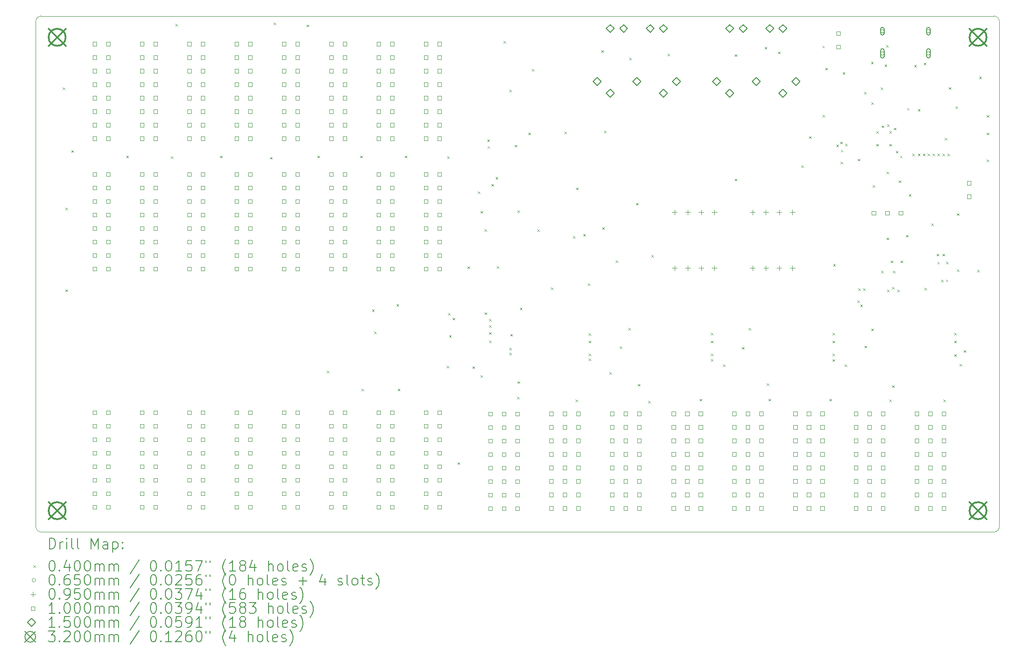
<source format=gbr>
%TF.GenerationSoftware,KiCad,Pcbnew,7.0.8*%
%TF.CreationDate,2023-10-07T11:33:48+02:00*%
%TF.ProjectId,OpenDeck-r3.1.2,4f70656e-4465-4636-9b2d-72332e312e32,rev?*%
%TF.SameCoordinates,Original*%
%TF.FileFunction,Drillmap*%
%TF.FilePolarity,Positive*%
%FSLAX45Y45*%
G04 Gerber Fmt 4.5, Leading zero omitted, Abs format (unit mm)*
G04 Created by KiCad (PCBNEW 7.0.8) date 2023-10-07 11:33:48*
%MOMM*%
%LPD*%
G01*
G04 APERTURE LIST*
%ADD10C,0.100000*%
%ADD11C,0.200000*%
%ADD12C,0.040000*%
%ADD13C,0.065000*%
%ADD14C,0.095000*%
%ADD15C,0.150000*%
%ADD16C,0.320000*%
G04 APERTURE END LIST*
D10*
X8200000Y-2600000D02*
G75*
G03*
X8100000Y-2700000I0J-100000D01*
G01*
X8100000Y-12200000D02*
G75*
G03*
X8200000Y-12300000I100000J0D01*
G01*
X26100000Y-2600000D02*
X8200000Y-2600000D01*
X8200000Y-12300000D02*
X26100000Y-12300000D01*
X26200000Y-2700000D02*
G75*
G03*
X26100000Y-2600000I-100000J0D01*
G01*
X26200000Y-12200000D02*
X26200000Y-2700000D01*
X26100000Y-12300000D02*
G75*
G03*
X26200000Y-12200000I0J100000D01*
G01*
X8100000Y-2700000D02*
X8100000Y-12200000D01*
D11*
D12*
X8603300Y-3942400D02*
X8643300Y-3982400D01*
X8643300Y-3942400D02*
X8603300Y-3982400D01*
X8654100Y-6203000D02*
X8694100Y-6243000D01*
X8694100Y-6203000D02*
X8654100Y-6243000D01*
X8654100Y-7739700D02*
X8694100Y-7779700D01*
X8694100Y-7739700D02*
X8654100Y-7779700D01*
X8768400Y-5123500D02*
X8808400Y-5163500D01*
X8808400Y-5123500D02*
X8768400Y-5163500D01*
X9797100Y-5225100D02*
X9837100Y-5265100D01*
X9837100Y-5225100D02*
X9797100Y-5265100D01*
X10635300Y-5237800D02*
X10675300Y-5277800D01*
X10675300Y-5237800D02*
X10635300Y-5277800D01*
X10724200Y-2748600D02*
X10764200Y-2788600D01*
X10764200Y-2748600D02*
X10724200Y-2788600D01*
X11562400Y-5225100D02*
X11602400Y-5265100D01*
X11602400Y-5225100D02*
X11562400Y-5265100D01*
X12502200Y-5250500D02*
X12542200Y-5290500D01*
X12542200Y-5250500D02*
X12502200Y-5290500D01*
X12565700Y-2723200D02*
X12605700Y-2763200D01*
X12605700Y-2723200D02*
X12565700Y-2763200D01*
X13188000Y-2761300D02*
X13228000Y-2801300D01*
X13228000Y-2761300D02*
X13188000Y-2801300D01*
X13391200Y-5225100D02*
X13431200Y-5265100D01*
X13431200Y-5225100D02*
X13391200Y-5265100D01*
X13566000Y-9271092D02*
X13606000Y-9311092D01*
X13606000Y-9271092D02*
X13566000Y-9311092D01*
X14191300Y-5225100D02*
X14231300Y-5265100D01*
X14231300Y-5225100D02*
X14191300Y-5265100D01*
X14216700Y-9606600D02*
X14256700Y-9646600D01*
X14256700Y-9606600D02*
X14216700Y-9646600D01*
X14416900Y-8115392D02*
X14456900Y-8155392D01*
X14456900Y-8115392D02*
X14416900Y-8155392D01*
X14455000Y-8534492D02*
X14495000Y-8574492D01*
X14495000Y-8534492D02*
X14455000Y-8574492D01*
X14874100Y-8013792D02*
X14914100Y-8053792D01*
X14914100Y-8013792D02*
X14874100Y-8053792D01*
X14899500Y-9606600D02*
X14939500Y-9646600D01*
X14939500Y-9606600D02*
X14899500Y-9646600D01*
X15029500Y-5225100D02*
X15069500Y-5265100D01*
X15069500Y-5225100D02*
X15029500Y-5265100D01*
X15816900Y-9174800D02*
X15856900Y-9214800D01*
X15856900Y-9174800D02*
X15816900Y-9214800D01*
X15829600Y-5237800D02*
X15869600Y-5277800D01*
X15869600Y-5237800D02*
X15829600Y-5277800D01*
X15842300Y-8184200D02*
X15882300Y-8224200D01*
X15882300Y-8184200D02*
X15842300Y-8224200D01*
X15864700Y-8597992D02*
X15904700Y-8637992D01*
X15904700Y-8597992D02*
X15864700Y-8637992D01*
X15931200Y-8273100D02*
X15971200Y-8313100D01*
X15971200Y-8273100D02*
X15931200Y-8313100D01*
X16020100Y-10990900D02*
X16060100Y-11030900D01*
X16060100Y-10990900D02*
X16020100Y-11030900D01*
X16210600Y-7307900D02*
X16250600Y-7347900D01*
X16250600Y-7307900D02*
X16210600Y-7347900D01*
X16299500Y-9187500D02*
X16339500Y-9227500D01*
X16339500Y-9187500D02*
X16299500Y-9227500D01*
X16401100Y-5898200D02*
X16441100Y-5938200D01*
X16441100Y-5898200D02*
X16401100Y-5938200D01*
X16451900Y-6266500D02*
X16491900Y-6306500D01*
X16491900Y-6266500D02*
X16451900Y-6306500D01*
X16451900Y-9352600D02*
X16491900Y-9392600D01*
X16491900Y-9352600D02*
X16451900Y-9392600D01*
X16528100Y-6609400D02*
X16568100Y-6649400D01*
X16568100Y-6609400D02*
X16528100Y-6649400D01*
X16530000Y-8172500D02*
X16570000Y-8212500D01*
X16570000Y-8172500D02*
X16530000Y-8212500D01*
X16578900Y-4920300D02*
X16618900Y-4960300D01*
X16618900Y-4920300D02*
X16578900Y-4960300D01*
X16585510Y-5047300D02*
X16625510Y-5087300D01*
X16625510Y-5047300D02*
X16585510Y-5087300D01*
X16617000Y-8295960D02*
X16657000Y-8335960D01*
X16657000Y-8295960D02*
X16617000Y-8335960D01*
X16617000Y-8412800D02*
X16657000Y-8452800D01*
X16657000Y-8412800D02*
X16617000Y-8452800D01*
X16617000Y-8544880D02*
X16657000Y-8584880D01*
X16657000Y-8544880D02*
X16617000Y-8584880D01*
X16617000Y-8702360D02*
X16657000Y-8742360D01*
X16657000Y-8702360D02*
X16617000Y-8742360D01*
X16655620Y-5758500D02*
X16695620Y-5798500D01*
X16695620Y-5758500D02*
X16655620Y-5798500D01*
X16736425Y-5626375D02*
X16776425Y-5666375D01*
X16776425Y-5626375D02*
X16736425Y-5666375D01*
X16756700Y-7301290D02*
X16796700Y-7341290D01*
X16796700Y-7301290D02*
X16756700Y-7341290D01*
X16886240Y-3073720D02*
X16926240Y-3113720D01*
X16926240Y-3073720D02*
X16886240Y-3113720D01*
X16992920Y-8838310D02*
X17032920Y-8878310D01*
X17032920Y-8838310D02*
X16992920Y-8878310D01*
X16992920Y-8930960D02*
X17032920Y-8970960D01*
X17032920Y-8930960D02*
X16992920Y-8970960D01*
X16998000Y-3988120D02*
X17038000Y-4028120D01*
X17038000Y-3988120D02*
X16998000Y-4028120D01*
X17010700Y-8577900D02*
X17050700Y-8617900D01*
X17050700Y-8577900D02*
X17010700Y-8617900D01*
X17099600Y-5021900D02*
X17139600Y-5061900D01*
X17139600Y-5021900D02*
X17099600Y-5061900D01*
X17137700Y-9759000D02*
X17177700Y-9799000D01*
X17177700Y-9759000D02*
X17137700Y-9799000D01*
X17150000Y-9467500D02*
X17190000Y-9507500D01*
X17190000Y-9467500D02*
X17150000Y-9507500D01*
X17150400Y-6253800D02*
X17190400Y-6293800D01*
X17190400Y-6253800D02*
X17150400Y-6293800D01*
X17195000Y-8082500D02*
X17235000Y-8122500D01*
X17235000Y-8082500D02*
X17195000Y-8122500D01*
X17353600Y-4793300D02*
X17393600Y-4833300D01*
X17393600Y-4793300D02*
X17353600Y-4833300D01*
X17418792Y-3596437D02*
X17458792Y-3636437D01*
X17458792Y-3596437D02*
X17418792Y-3636437D01*
X17518700Y-6609400D02*
X17558700Y-6649400D01*
X17558700Y-6609400D02*
X17518700Y-6649400D01*
X17772700Y-7701600D02*
X17812700Y-7741600D01*
X17812700Y-7701600D02*
X17772700Y-7741600D01*
X18029240Y-4775520D02*
X18069240Y-4815520D01*
X18069240Y-4775520D02*
X18029240Y-4815520D01*
X18191800Y-6736400D02*
X18231800Y-6776400D01*
X18231800Y-6736400D02*
X18191800Y-6776400D01*
X18242600Y-9809800D02*
X18282600Y-9849800D01*
X18282600Y-9809800D02*
X18242600Y-9849800D01*
X18247680Y-5827080D02*
X18287680Y-5867080D01*
X18287680Y-5827080D02*
X18247680Y-5867080D01*
X18382300Y-6698300D02*
X18422300Y-6738300D01*
X18422300Y-6698300D02*
X18382300Y-6738300D01*
X18471200Y-7625400D02*
X18511200Y-7665400D01*
X18511200Y-7625400D02*
X18471200Y-7665400D01*
X18483900Y-8563250D02*
X18523900Y-8603250D01*
X18523900Y-8563250D02*
X18483900Y-8603250D01*
X18483900Y-8704900D02*
X18523900Y-8744900D01*
X18523900Y-8704900D02*
X18483900Y-8744900D01*
X18483900Y-8946200D02*
X18523900Y-8986200D01*
X18523900Y-8946200D02*
X18483900Y-8986200D01*
X18483900Y-9039140D02*
X18523900Y-9079140D01*
X18523900Y-9039140D02*
X18483900Y-9079140D01*
X18725200Y-3243900D02*
X18765200Y-3283900D01*
X18765200Y-3243900D02*
X18725200Y-3283900D01*
X18737900Y-6571300D02*
X18777900Y-6611300D01*
X18777900Y-6571300D02*
X18737900Y-6611300D01*
X18776000Y-4755200D02*
X18816000Y-4795200D01*
X18816000Y-4755200D02*
X18776000Y-4795200D01*
X18877100Y-9294000D02*
X18917100Y-9334000D01*
X18917100Y-9294000D02*
X18877100Y-9334000D01*
X18991900Y-7193600D02*
X19031900Y-7233600D01*
X19031900Y-7193600D02*
X18991900Y-7233600D01*
X19067600Y-8811400D02*
X19107600Y-8851400D01*
X19107600Y-8811400D02*
X19067600Y-8851400D01*
X19233200Y-8463600D02*
X19273200Y-8503600D01*
X19273200Y-8463600D02*
X19233200Y-8503600D01*
X19245900Y-3383600D02*
X19285900Y-3423600D01*
X19285900Y-3383600D02*
X19245900Y-3423600D01*
X19372900Y-6114100D02*
X19412900Y-6154100D01*
X19412900Y-6114100D02*
X19372900Y-6154100D01*
X19411000Y-9517500D02*
X19451000Y-9557500D01*
X19451000Y-9517500D02*
X19411000Y-9557500D01*
X19601500Y-9835200D02*
X19641500Y-9875200D01*
X19641500Y-9835200D02*
X19601500Y-9875200D01*
X19665000Y-7092000D02*
X19705000Y-7132000D01*
X19705000Y-7092000D02*
X19665000Y-7132000D01*
X19969800Y-3307400D02*
X20009800Y-3347400D01*
X20009800Y-3307400D02*
X19969800Y-3347400D01*
X20566700Y-9797100D02*
X20606700Y-9837100D01*
X20606700Y-9797100D02*
X20566700Y-9837100D01*
X20782600Y-8557400D02*
X20822600Y-8597400D01*
X20822600Y-8557400D02*
X20782600Y-8597400D01*
X20782600Y-8704900D02*
X20822600Y-8744900D01*
X20822600Y-8704900D02*
X20782600Y-8744900D01*
X20782600Y-8946200D02*
X20822600Y-8986200D01*
X20822600Y-8946200D02*
X20782600Y-8986200D01*
X20782600Y-9047800D02*
X20822600Y-9087800D01*
X20822600Y-9047800D02*
X20782600Y-9087800D01*
X21011200Y-9149400D02*
X21051200Y-9189400D01*
X21051200Y-9149400D02*
X21011200Y-9189400D01*
X21227100Y-3320100D02*
X21267100Y-3360100D01*
X21267100Y-3320100D02*
X21227100Y-3360100D01*
X21227100Y-5656900D02*
X21267100Y-5696900D01*
X21267100Y-5656900D02*
X21227100Y-5696900D01*
X21366300Y-8824100D02*
X21406300Y-8864100D01*
X21406300Y-8824100D02*
X21366300Y-8864100D01*
X21493800Y-8463600D02*
X21533800Y-8503600D01*
X21533800Y-8463600D02*
X21493800Y-8503600D01*
X21792300Y-3179180D02*
X21832300Y-3219180D01*
X21832300Y-3179180D02*
X21792300Y-3219180D01*
X21830000Y-9502500D02*
X21870000Y-9542500D01*
X21870000Y-9502500D02*
X21830000Y-9542500D01*
X21862100Y-9797100D02*
X21902100Y-9837100D01*
X21902100Y-9797100D02*
X21862100Y-9837100D01*
X22039900Y-3269300D02*
X22079900Y-3309300D01*
X22079900Y-3269300D02*
X22039900Y-3309300D01*
X22484400Y-5405440D02*
X22524400Y-5445440D01*
X22524400Y-5405440D02*
X22484400Y-5445440D01*
X22626640Y-4861880D02*
X22666640Y-4901880D01*
X22666640Y-4861880D02*
X22626640Y-4901880D01*
X22875560Y-3160080D02*
X22915560Y-3200080D01*
X22915560Y-3160080D02*
X22875560Y-3200080D01*
X22877500Y-4460000D02*
X22917500Y-4500000D01*
X22917500Y-4460000D02*
X22877500Y-4500000D01*
X22932500Y-3575000D02*
X22972500Y-3615000D01*
X22972500Y-3575000D02*
X22932500Y-3615000D01*
X23005100Y-9797100D02*
X23045100Y-9837100D01*
X23045100Y-9797100D02*
X23005100Y-9837100D01*
X23068600Y-8557400D02*
X23108600Y-8597400D01*
X23108600Y-8557400D02*
X23068600Y-8597400D01*
X23068600Y-8704900D02*
X23108600Y-8744900D01*
X23108600Y-8704900D02*
X23068600Y-8744900D01*
X23068600Y-8946200D02*
X23108600Y-8986200D01*
X23108600Y-8946200D02*
X23068600Y-8986200D01*
X23068600Y-9052880D02*
X23108600Y-9092880D01*
X23108600Y-9052880D02*
X23068600Y-9092880D01*
X23078760Y-7259640D02*
X23118760Y-7299640D01*
X23118760Y-7259640D02*
X23078760Y-7299640D01*
X23139030Y-5020050D02*
X23179030Y-5060050D01*
X23179030Y-5020050D02*
X23139030Y-5060050D01*
X23212880Y-4964102D02*
X23252880Y-5004102D01*
X23252880Y-4964102D02*
X23212880Y-5004102D01*
X23220000Y-5337500D02*
X23260000Y-5377500D01*
X23260000Y-5337500D02*
X23220000Y-5377500D01*
X23221915Y-5114890D02*
X23261915Y-5154890D01*
X23261915Y-5114890D02*
X23221915Y-5154890D01*
X23256560Y-3657920D02*
X23296560Y-3697920D01*
X23296560Y-3657920D02*
X23256560Y-3697920D01*
X23296700Y-9149400D02*
X23336700Y-9189400D01*
X23336700Y-9149400D02*
X23296700Y-9189400D01*
X23302280Y-4999040D02*
X23342280Y-5039040D01*
X23342280Y-4999040D02*
X23302280Y-5039040D01*
X23530880Y-7945440D02*
X23570880Y-7985440D01*
X23570880Y-7945440D02*
X23530880Y-7985440D01*
X23542500Y-5285000D02*
X23582500Y-5325000D01*
X23582500Y-5285000D02*
X23542500Y-5325000D01*
X23546120Y-7716840D02*
X23586120Y-7756840D01*
X23586120Y-7716840D02*
X23546120Y-7756840D01*
X23586760Y-8026720D02*
X23626760Y-8066720D01*
X23626760Y-8026720D02*
X23586760Y-8066720D01*
X23638770Y-7716840D02*
X23678770Y-7756840D01*
X23678770Y-7716840D02*
X23638770Y-7756840D01*
X23657880Y-4028760D02*
X23697880Y-4068760D01*
X23697880Y-4028760D02*
X23657880Y-4068760D01*
X23665000Y-8798700D02*
X23705000Y-8838700D01*
X23705000Y-8798700D02*
X23665000Y-8838700D01*
X23789960Y-3457260D02*
X23829960Y-3497260D01*
X23829960Y-3457260D02*
X23789960Y-3497260D01*
X23792500Y-8476300D02*
X23832500Y-8516300D01*
X23832500Y-8476300D02*
X23792500Y-8516300D01*
X23795040Y-4219260D02*
X23835040Y-4259260D01*
X23835040Y-4219260D02*
X23795040Y-4259260D01*
X23820000Y-5780000D02*
X23860000Y-5820000D01*
X23860000Y-5780000D02*
X23820000Y-5820000D01*
X23890000Y-4765000D02*
X23930000Y-4805000D01*
X23930000Y-4765000D02*
X23890000Y-4805000D01*
X23890000Y-5005000D02*
X23930000Y-5045000D01*
X23930000Y-5005000D02*
X23890000Y-5045000D01*
X23972500Y-3945000D02*
X24012500Y-3985000D01*
X24012500Y-3945000D02*
X23972500Y-3985000D01*
X23983000Y-7391720D02*
X24023000Y-7431720D01*
X24023000Y-7391720D02*
X23983000Y-7431720D01*
X23987500Y-4657500D02*
X24027500Y-4697500D01*
X24027500Y-4657500D02*
X23987500Y-4697500D01*
X24043960Y-3510600D02*
X24083960Y-3550600D01*
X24083960Y-3510600D02*
X24043960Y-3550600D01*
X24074440Y-3144840D02*
X24114440Y-3184840D01*
X24114440Y-3144840D02*
X24074440Y-3184840D01*
X24084600Y-6766880D02*
X24124600Y-6806880D01*
X24124600Y-6766880D02*
X24084600Y-6806880D01*
X24084690Y-5527735D02*
X24124690Y-5567735D01*
X24124690Y-5527735D02*
X24084690Y-5567735D01*
X24089680Y-7742240D02*
X24129680Y-7782240D01*
X24129680Y-7742240D02*
X24089680Y-7782240D01*
X24092057Y-4637046D02*
X24132057Y-4677046D01*
X24132057Y-4637046D02*
X24092057Y-4677046D01*
X24130000Y-4765000D02*
X24170000Y-4805000D01*
X24170000Y-4765000D02*
X24130000Y-4805000D01*
X24130000Y-5005000D02*
X24170000Y-5045000D01*
X24170000Y-5005000D02*
X24130000Y-5045000D01*
X24135400Y-9809800D02*
X24175400Y-9849800D01*
X24175400Y-9809800D02*
X24135400Y-9849800D01*
X24155720Y-7198680D02*
X24195720Y-7238680D01*
X24195720Y-7198680D02*
X24155720Y-7238680D01*
X24181120Y-7696520D02*
X24221120Y-7736520D01*
X24221120Y-7696520D02*
X24181120Y-7736520D01*
X24186200Y-9543100D02*
X24226200Y-9583100D01*
X24226200Y-9543100D02*
X24186200Y-9583100D01*
X24201440Y-7391720D02*
X24241440Y-7431720D01*
X24241440Y-7391720D02*
X24201440Y-7431720D01*
X24220000Y-4700000D02*
X24260000Y-4740000D01*
X24260000Y-4700000D02*
X24220000Y-4740000D01*
X24256118Y-5133626D02*
X24296118Y-5173626D01*
X24296118Y-5133626D02*
X24256118Y-5173626D01*
X24282720Y-7742240D02*
X24322720Y-7782240D01*
X24322720Y-7742240D02*
X24282720Y-7782240D01*
X24310000Y-5690000D02*
X24350000Y-5730000D01*
X24350000Y-5690000D02*
X24310000Y-5730000D01*
X24331900Y-5225727D02*
X24371900Y-5265727D01*
X24371900Y-5225727D02*
X24331900Y-5265727D01*
X24343680Y-7198680D02*
X24383680Y-7238680D01*
X24383680Y-7198680D02*
X24343680Y-7238680D01*
X24445280Y-6716080D02*
X24485280Y-6756080D01*
X24485280Y-6716080D02*
X24445280Y-6756080D01*
X24467500Y-4327500D02*
X24507500Y-4367500D01*
X24507500Y-4327500D02*
X24467500Y-4367500D01*
X24500000Y-5950000D02*
X24540000Y-5990000D01*
X24540000Y-5950000D02*
X24500000Y-5990000D01*
X24565000Y-5187000D02*
X24605000Y-5227000D01*
X24605000Y-5187000D02*
X24565000Y-5227000D01*
X24602760Y-3518220D02*
X24642760Y-3558220D01*
X24642760Y-3518220D02*
X24602760Y-3558220D01*
X24670249Y-5187000D02*
X24710249Y-5227000D01*
X24710249Y-5187000D02*
X24670249Y-5227000D01*
X24671340Y-4351340D02*
X24711340Y-4391340D01*
X24711340Y-4351340D02*
X24671340Y-4391340D01*
X24762899Y-5187000D02*
X24802899Y-5227000D01*
X24802899Y-5187000D02*
X24762899Y-5227000D01*
X24780560Y-3475040D02*
X24820560Y-3515040D01*
X24820560Y-3475040D02*
X24780560Y-3515040D01*
X24795800Y-7711760D02*
X24835800Y-7751760D01*
X24835800Y-7711760D02*
X24795800Y-7751760D01*
X24855550Y-5187000D02*
X24895550Y-5227000D01*
X24895550Y-5187000D02*
X24855550Y-5227000D01*
X24922800Y-6502720D02*
X24962800Y-6542720D01*
X24962800Y-6502720D02*
X24922800Y-6542720D01*
X24948200Y-5187000D02*
X24988200Y-5227000D01*
X24988200Y-5187000D02*
X24948200Y-5227000D01*
X25024400Y-7071680D02*
X25064400Y-7111680D01*
X25064400Y-7071680D02*
X25024400Y-7111680D01*
X25034560Y-7224080D02*
X25074560Y-7264080D01*
X25074560Y-7224080D02*
X25034560Y-7264080D01*
X25040850Y-5187000D02*
X25080850Y-5227000D01*
X25080850Y-5187000D02*
X25040850Y-5227000D01*
X25103689Y-7558811D02*
X25143689Y-7598811D01*
X25143689Y-7558811D02*
X25103689Y-7598811D01*
X25131080Y-7071680D02*
X25171080Y-7111680D01*
X25171080Y-7071680D02*
X25131080Y-7111680D01*
X25133500Y-5187014D02*
X25173500Y-5227014D01*
X25173500Y-5187014D02*
X25133500Y-5227014D01*
X25151400Y-9809800D02*
X25191400Y-9849800D01*
X25191400Y-9809800D02*
X25151400Y-9849800D01*
X25171720Y-4892360D02*
X25211720Y-4932360D01*
X25211720Y-4892360D02*
X25171720Y-4932360D01*
X25196217Y-7554066D02*
X25236217Y-7594066D01*
X25236217Y-7554066D02*
X25196217Y-7594066D01*
X25197120Y-7219000D02*
X25237120Y-7259000D01*
X25237120Y-7219000D02*
X25197120Y-7259000D01*
X25226151Y-5186998D02*
X25266151Y-5226998D01*
X25266151Y-5186998D02*
X25226151Y-5226998D01*
X25250000Y-3937500D02*
X25290000Y-3977500D01*
X25290000Y-3937500D02*
X25250000Y-3977500D01*
X25354600Y-8557400D02*
X25394600Y-8597400D01*
X25394600Y-8557400D02*
X25354600Y-8597400D01*
X25354600Y-8704900D02*
X25394600Y-8744900D01*
X25394600Y-8704900D02*
X25354600Y-8744900D01*
X25354600Y-8958900D02*
X25394600Y-8998900D01*
X25394600Y-8958900D02*
X25354600Y-8998900D01*
X25380000Y-4298000D02*
X25420000Y-4338000D01*
X25420000Y-4298000D02*
X25380000Y-4338000D01*
X25400320Y-6309680D02*
X25440320Y-6349680D01*
X25440320Y-6309680D02*
X25400320Y-6349680D01*
X25405400Y-7366320D02*
X25445400Y-7406320D01*
X25445400Y-7366320D02*
X25405400Y-7406320D01*
X25455700Y-9141600D02*
X25495700Y-9181600D01*
X25495700Y-9141600D02*
X25455700Y-9181600D01*
X25532400Y-8882700D02*
X25572400Y-8922700D01*
X25572400Y-8882700D02*
X25532400Y-8922700D01*
X25781320Y-7371400D02*
X25821320Y-7411400D01*
X25821320Y-7371400D02*
X25781320Y-7411400D01*
X25821960Y-3739200D02*
X25861960Y-3779200D01*
X25861960Y-3739200D02*
X25821960Y-3779200D01*
X25964200Y-4463100D02*
X26004200Y-4503100D01*
X26004200Y-4463100D02*
X25964200Y-4503100D01*
X25964200Y-4793300D02*
X26004200Y-4833300D01*
X26004200Y-4793300D02*
X25964200Y-4833300D01*
X25964200Y-5298760D02*
X26004200Y-5338760D01*
X26004200Y-5298760D02*
X25964200Y-5338760D01*
D13*
X24034800Y-2885440D02*
G75*
G03*
X24034800Y-2885440I-32500J0D01*
G01*
D11*
X24034800Y-2925440D02*
X24034800Y-2845440D01*
X24034800Y-2845440D02*
G75*
G03*
X23969800Y-2845440I-32500J0D01*
G01*
X23969800Y-2845440D02*
X23969800Y-2925440D01*
X23969800Y-2925440D02*
G75*
G03*
X24034800Y-2925440I32500J0D01*
G01*
D13*
X24034800Y-3302440D02*
G75*
G03*
X24034800Y-3302440I-32500J0D01*
G01*
D11*
X24034800Y-3357440D02*
X24034800Y-3247440D01*
X24034800Y-3247440D02*
G75*
G03*
X23969800Y-3247440I-32500J0D01*
G01*
X23969800Y-3247440D02*
X23969800Y-3357440D01*
X23969800Y-3357440D02*
G75*
G03*
X24034800Y-3357440I32500J0D01*
G01*
D13*
X24899800Y-2885440D02*
G75*
G03*
X24899800Y-2885440I-32500J0D01*
G01*
D11*
X24899800Y-2925440D02*
X24899800Y-2845440D01*
X24899800Y-2845440D02*
G75*
G03*
X24834800Y-2845440I-32500J0D01*
G01*
X24834800Y-2845440D02*
X24834800Y-2925440D01*
X24834800Y-2925440D02*
G75*
G03*
X24899800Y-2925440I32500J0D01*
G01*
D13*
X24899800Y-3302440D02*
G75*
G03*
X24899800Y-3302440I-32500J0D01*
G01*
D11*
X24899800Y-3357440D02*
X24899800Y-3247440D01*
X24899800Y-3247440D02*
G75*
G03*
X24834800Y-3247440I-32500J0D01*
G01*
X24834800Y-3247440D02*
X24834800Y-3357440D01*
X24834800Y-3357440D02*
G75*
G03*
X24899800Y-3357440I32500J0D01*
G01*
D14*
X20097400Y-6240700D02*
X20097400Y-6335700D01*
X20049900Y-6288200D02*
X20144900Y-6288200D01*
X20097400Y-7293100D02*
X20097400Y-7388100D01*
X20049900Y-7340600D02*
X20144900Y-7340600D01*
X20347400Y-6240700D02*
X20347400Y-6335700D01*
X20299900Y-6288200D02*
X20394900Y-6288200D01*
X20347400Y-7293100D02*
X20347400Y-7388100D01*
X20299900Y-7340600D02*
X20394900Y-7340600D01*
X20597400Y-6240700D02*
X20597400Y-6335700D01*
X20549900Y-6288200D02*
X20644900Y-6288200D01*
X20597400Y-7293100D02*
X20597400Y-7388100D01*
X20549900Y-7340600D02*
X20644900Y-7340600D01*
X20847400Y-6240700D02*
X20847400Y-6335700D01*
X20799900Y-6288200D02*
X20894900Y-6288200D01*
X20847400Y-7293100D02*
X20847400Y-7388100D01*
X20799900Y-7340600D02*
X20894900Y-7340600D01*
X21562300Y-6240700D02*
X21562300Y-6335700D01*
X21514800Y-6288200D02*
X21609800Y-6288200D01*
X21563900Y-7293100D02*
X21563900Y-7388100D01*
X21516400Y-7340600D02*
X21611400Y-7340600D01*
X21812300Y-6240700D02*
X21812300Y-6335700D01*
X21764800Y-6288200D02*
X21859800Y-6288200D01*
X21813900Y-7293100D02*
X21813900Y-7388100D01*
X21766400Y-7340600D02*
X21861400Y-7340600D01*
X22062300Y-6240700D02*
X22062300Y-6335700D01*
X22014800Y-6288200D02*
X22109800Y-6288200D01*
X22063900Y-7293100D02*
X22063900Y-7388100D01*
X22016400Y-7340600D02*
X22111400Y-7340600D01*
X22312300Y-6240700D02*
X22312300Y-6335700D01*
X22264800Y-6288200D02*
X22359800Y-6288200D01*
X22313900Y-7293100D02*
X22313900Y-7388100D01*
X22266400Y-7340600D02*
X22361400Y-7340600D01*
D10*
X9239415Y-10088447D02*
X9239415Y-10017736D01*
X9168704Y-10017736D01*
X9168704Y-10088447D01*
X9239415Y-10088447D01*
X9239415Y-10342447D02*
X9239415Y-10271736D01*
X9168704Y-10271736D01*
X9168704Y-10342447D01*
X9239415Y-10342447D01*
X9239415Y-10596447D02*
X9239415Y-10525736D01*
X9168704Y-10525736D01*
X9168704Y-10596447D01*
X9239415Y-10596447D01*
X9239415Y-10850447D02*
X9239415Y-10779736D01*
X9168704Y-10779736D01*
X9168704Y-10850447D01*
X9239415Y-10850447D01*
X9239415Y-11104447D02*
X9239415Y-11033736D01*
X9168704Y-11033736D01*
X9168704Y-11104447D01*
X9239415Y-11104447D01*
X9239415Y-11358447D02*
X9239415Y-11287736D01*
X9168704Y-11287736D01*
X9168704Y-11358447D01*
X9239415Y-11358447D01*
X9239415Y-11612447D02*
X9239415Y-11541736D01*
X9168704Y-11541736D01*
X9168704Y-11612447D01*
X9239415Y-11612447D01*
X9239415Y-11866447D02*
X9239415Y-11795736D01*
X9168704Y-11795736D01*
X9168704Y-11866447D01*
X9239415Y-11866447D01*
X9242856Y-3159556D02*
X9242856Y-3088844D01*
X9172144Y-3088844D01*
X9172144Y-3159556D01*
X9242856Y-3159556D01*
X9242856Y-3413556D02*
X9242856Y-3342844D01*
X9172144Y-3342844D01*
X9172144Y-3413556D01*
X9242856Y-3413556D01*
X9242856Y-3667556D02*
X9242856Y-3596844D01*
X9172144Y-3596844D01*
X9172144Y-3667556D01*
X9242856Y-3667556D01*
X9242856Y-3921556D02*
X9242856Y-3850844D01*
X9172144Y-3850844D01*
X9172144Y-3921556D01*
X9242856Y-3921556D01*
X9242856Y-4175556D02*
X9242856Y-4104844D01*
X9172144Y-4104844D01*
X9172144Y-4175556D01*
X9242856Y-4175556D01*
X9242856Y-4429556D02*
X9242856Y-4358844D01*
X9172144Y-4358844D01*
X9172144Y-4429556D01*
X9242856Y-4429556D01*
X9242856Y-4683556D02*
X9242856Y-4612844D01*
X9172144Y-4612844D01*
X9172144Y-4683556D01*
X9242856Y-4683556D01*
X9242856Y-4937556D02*
X9242856Y-4866844D01*
X9172144Y-4866844D01*
X9172144Y-4937556D01*
X9242856Y-4937556D01*
X9242856Y-5610656D02*
X9242856Y-5539944D01*
X9172144Y-5539944D01*
X9172144Y-5610656D01*
X9242856Y-5610656D01*
X9242856Y-5864656D02*
X9242856Y-5793944D01*
X9172144Y-5793944D01*
X9172144Y-5864656D01*
X9242856Y-5864656D01*
X9242856Y-6118656D02*
X9242856Y-6047944D01*
X9172144Y-6047944D01*
X9172144Y-6118656D01*
X9242856Y-6118656D01*
X9242856Y-6372656D02*
X9242856Y-6301944D01*
X9172144Y-6301944D01*
X9172144Y-6372656D01*
X9242856Y-6372656D01*
X9242856Y-6626656D02*
X9242856Y-6555944D01*
X9172144Y-6555944D01*
X9172144Y-6626656D01*
X9242856Y-6626656D01*
X9242856Y-6880656D02*
X9242856Y-6809944D01*
X9172144Y-6809944D01*
X9172144Y-6880656D01*
X9242856Y-6880656D01*
X9242856Y-7134656D02*
X9242856Y-7063944D01*
X9172144Y-7063944D01*
X9172144Y-7134656D01*
X9242856Y-7134656D01*
X9242856Y-7388656D02*
X9242856Y-7317944D01*
X9172144Y-7317944D01*
X9172144Y-7388656D01*
X9242856Y-7388656D01*
X9493415Y-10088447D02*
X9493415Y-10017736D01*
X9422704Y-10017736D01*
X9422704Y-10088447D01*
X9493415Y-10088447D01*
X9493415Y-10342447D02*
X9493415Y-10271736D01*
X9422704Y-10271736D01*
X9422704Y-10342447D01*
X9493415Y-10342447D01*
X9493415Y-10596447D02*
X9493415Y-10525736D01*
X9422704Y-10525736D01*
X9422704Y-10596447D01*
X9493415Y-10596447D01*
X9493415Y-10850447D02*
X9493415Y-10779736D01*
X9422704Y-10779736D01*
X9422704Y-10850447D01*
X9493415Y-10850447D01*
X9493415Y-11104447D02*
X9493415Y-11033736D01*
X9422704Y-11033736D01*
X9422704Y-11104447D01*
X9493415Y-11104447D01*
X9493415Y-11358447D02*
X9493415Y-11287736D01*
X9422704Y-11287736D01*
X9422704Y-11358447D01*
X9493415Y-11358447D01*
X9493415Y-11612447D02*
X9493415Y-11541736D01*
X9422704Y-11541736D01*
X9422704Y-11612447D01*
X9493415Y-11612447D01*
X9493415Y-11866447D02*
X9493415Y-11795736D01*
X9422704Y-11795736D01*
X9422704Y-11866447D01*
X9493415Y-11866447D01*
X9496856Y-3159556D02*
X9496856Y-3088844D01*
X9426144Y-3088844D01*
X9426144Y-3159556D01*
X9496856Y-3159556D01*
X9496856Y-3413556D02*
X9496856Y-3342844D01*
X9426144Y-3342844D01*
X9426144Y-3413556D01*
X9496856Y-3413556D01*
X9496856Y-3667556D02*
X9496856Y-3596844D01*
X9426144Y-3596844D01*
X9426144Y-3667556D01*
X9496856Y-3667556D01*
X9496856Y-3921556D02*
X9496856Y-3850844D01*
X9426144Y-3850844D01*
X9426144Y-3921556D01*
X9496856Y-3921556D01*
X9496856Y-4175556D02*
X9496856Y-4104844D01*
X9426144Y-4104844D01*
X9426144Y-4175556D01*
X9496856Y-4175556D01*
X9496856Y-4429556D02*
X9496856Y-4358844D01*
X9426144Y-4358844D01*
X9426144Y-4429556D01*
X9496856Y-4429556D01*
X9496856Y-4683556D02*
X9496856Y-4612844D01*
X9426144Y-4612844D01*
X9426144Y-4683556D01*
X9496856Y-4683556D01*
X9496856Y-4937556D02*
X9496856Y-4866844D01*
X9426144Y-4866844D01*
X9426144Y-4937556D01*
X9496856Y-4937556D01*
X9496856Y-5610656D02*
X9496856Y-5539944D01*
X9426144Y-5539944D01*
X9426144Y-5610656D01*
X9496856Y-5610656D01*
X9496856Y-5864656D02*
X9496856Y-5793944D01*
X9426144Y-5793944D01*
X9426144Y-5864656D01*
X9496856Y-5864656D01*
X9496856Y-6118656D02*
X9496856Y-6047944D01*
X9426144Y-6047944D01*
X9426144Y-6118656D01*
X9496856Y-6118656D01*
X9496856Y-6372656D02*
X9496856Y-6301944D01*
X9426144Y-6301944D01*
X9426144Y-6372656D01*
X9496856Y-6372656D01*
X9496856Y-6626656D02*
X9496856Y-6555944D01*
X9426144Y-6555944D01*
X9426144Y-6626656D01*
X9496856Y-6626656D01*
X9496856Y-6880656D02*
X9496856Y-6809944D01*
X9426144Y-6809944D01*
X9426144Y-6880656D01*
X9496856Y-6880656D01*
X9496856Y-7134656D02*
X9496856Y-7063944D01*
X9426144Y-7063944D01*
X9426144Y-7134656D01*
X9496856Y-7134656D01*
X9496856Y-7388656D02*
X9496856Y-7317944D01*
X9426144Y-7317944D01*
X9426144Y-7388656D01*
X9496856Y-7388656D01*
X10128415Y-10089947D02*
X10128415Y-10019236D01*
X10057704Y-10019236D01*
X10057704Y-10089947D01*
X10128415Y-10089947D01*
X10128415Y-10343947D02*
X10128415Y-10273236D01*
X10057704Y-10273236D01*
X10057704Y-10343947D01*
X10128415Y-10343947D01*
X10128415Y-10597947D02*
X10128415Y-10527236D01*
X10057704Y-10527236D01*
X10057704Y-10597947D01*
X10128415Y-10597947D01*
X10128415Y-10851947D02*
X10128415Y-10781236D01*
X10057704Y-10781236D01*
X10057704Y-10851947D01*
X10128415Y-10851947D01*
X10128415Y-11105947D02*
X10128415Y-11035236D01*
X10057704Y-11035236D01*
X10057704Y-11105947D01*
X10128415Y-11105947D01*
X10128415Y-11359947D02*
X10128415Y-11289236D01*
X10057704Y-11289236D01*
X10057704Y-11359947D01*
X10128415Y-11359947D01*
X10128415Y-11613947D02*
X10128415Y-11543236D01*
X10057704Y-11543236D01*
X10057704Y-11613947D01*
X10128415Y-11613947D01*
X10128415Y-11867947D02*
X10128415Y-11797236D01*
X10057704Y-11797236D01*
X10057704Y-11867947D01*
X10128415Y-11867947D01*
X10131856Y-3159556D02*
X10131856Y-3088844D01*
X10061144Y-3088844D01*
X10061144Y-3159556D01*
X10131856Y-3159556D01*
X10131856Y-3413556D02*
X10131856Y-3342844D01*
X10061144Y-3342844D01*
X10061144Y-3413556D01*
X10131856Y-3413556D01*
X10131856Y-3667556D02*
X10131856Y-3596844D01*
X10061144Y-3596844D01*
X10061144Y-3667556D01*
X10131856Y-3667556D01*
X10131856Y-3921556D02*
X10131856Y-3850844D01*
X10061144Y-3850844D01*
X10061144Y-3921556D01*
X10131856Y-3921556D01*
X10131856Y-4175556D02*
X10131856Y-4104844D01*
X10061144Y-4104844D01*
X10061144Y-4175556D01*
X10131856Y-4175556D01*
X10131856Y-4429556D02*
X10131856Y-4358844D01*
X10061144Y-4358844D01*
X10061144Y-4429556D01*
X10131856Y-4429556D01*
X10131856Y-4683556D02*
X10131856Y-4612844D01*
X10061144Y-4612844D01*
X10061144Y-4683556D01*
X10131856Y-4683556D01*
X10131856Y-4937556D02*
X10131856Y-4866844D01*
X10061144Y-4866844D01*
X10061144Y-4937556D01*
X10131856Y-4937556D01*
X10131856Y-5610656D02*
X10131856Y-5539944D01*
X10061144Y-5539944D01*
X10061144Y-5610656D01*
X10131856Y-5610656D01*
X10131856Y-5864656D02*
X10131856Y-5793944D01*
X10061144Y-5793944D01*
X10061144Y-5864656D01*
X10131856Y-5864656D01*
X10131856Y-6118656D02*
X10131856Y-6047944D01*
X10061144Y-6047944D01*
X10061144Y-6118656D01*
X10131856Y-6118656D01*
X10131856Y-6372656D02*
X10131856Y-6301944D01*
X10061144Y-6301944D01*
X10061144Y-6372656D01*
X10131856Y-6372656D01*
X10131856Y-6626656D02*
X10131856Y-6555944D01*
X10061144Y-6555944D01*
X10061144Y-6626656D01*
X10131856Y-6626656D01*
X10131856Y-6880656D02*
X10131856Y-6809944D01*
X10061144Y-6809944D01*
X10061144Y-6880656D01*
X10131856Y-6880656D01*
X10131856Y-7134656D02*
X10131856Y-7063944D01*
X10061144Y-7063944D01*
X10061144Y-7134656D01*
X10131856Y-7134656D01*
X10131856Y-7388656D02*
X10131856Y-7317944D01*
X10061144Y-7317944D01*
X10061144Y-7388656D01*
X10131856Y-7388656D01*
X10382415Y-10089947D02*
X10382415Y-10019236D01*
X10311704Y-10019236D01*
X10311704Y-10089947D01*
X10382415Y-10089947D01*
X10382415Y-10343947D02*
X10382415Y-10273236D01*
X10311704Y-10273236D01*
X10311704Y-10343947D01*
X10382415Y-10343947D01*
X10382415Y-10597947D02*
X10382415Y-10527236D01*
X10311704Y-10527236D01*
X10311704Y-10597947D01*
X10382415Y-10597947D01*
X10382415Y-10851947D02*
X10382415Y-10781236D01*
X10311704Y-10781236D01*
X10311704Y-10851947D01*
X10382415Y-10851947D01*
X10382415Y-11105947D02*
X10382415Y-11035236D01*
X10311704Y-11035236D01*
X10311704Y-11105947D01*
X10382415Y-11105947D01*
X10382415Y-11359947D02*
X10382415Y-11289236D01*
X10311704Y-11289236D01*
X10311704Y-11359947D01*
X10382415Y-11359947D01*
X10382415Y-11613947D02*
X10382415Y-11543236D01*
X10311704Y-11543236D01*
X10311704Y-11613947D01*
X10382415Y-11613947D01*
X10382415Y-11867947D02*
X10382415Y-11797236D01*
X10311704Y-11797236D01*
X10311704Y-11867947D01*
X10382415Y-11867947D01*
X10385856Y-3159556D02*
X10385856Y-3088844D01*
X10315144Y-3088844D01*
X10315144Y-3159556D01*
X10385856Y-3159556D01*
X10385856Y-3413556D02*
X10385856Y-3342844D01*
X10315144Y-3342844D01*
X10315144Y-3413556D01*
X10385856Y-3413556D01*
X10385856Y-3667556D02*
X10385856Y-3596844D01*
X10315144Y-3596844D01*
X10315144Y-3667556D01*
X10385856Y-3667556D01*
X10385856Y-3921556D02*
X10385856Y-3850844D01*
X10315144Y-3850844D01*
X10315144Y-3921556D01*
X10385856Y-3921556D01*
X10385856Y-4175556D02*
X10385856Y-4104844D01*
X10315144Y-4104844D01*
X10315144Y-4175556D01*
X10385856Y-4175556D01*
X10385856Y-4429556D02*
X10385856Y-4358844D01*
X10315144Y-4358844D01*
X10315144Y-4429556D01*
X10385856Y-4429556D01*
X10385856Y-4683556D02*
X10385856Y-4612844D01*
X10315144Y-4612844D01*
X10315144Y-4683556D01*
X10385856Y-4683556D01*
X10385856Y-4937556D02*
X10385856Y-4866844D01*
X10315144Y-4866844D01*
X10315144Y-4937556D01*
X10385856Y-4937556D01*
X10385856Y-5610656D02*
X10385856Y-5539944D01*
X10315144Y-5539944D01*
X10315144Y-5610656D01*
X10385856Y-5610656D01*
X10385856Y-5864656D02*
X10385856Y-5793944D01*
X10315144Y-5793944D01*
X10315144Y-5864656D01*
X10385856Y-5864656D01*
X10385856Y-6118656D02*
X10385856Y-6047944D01*
X10315144Y-6047944D01*
X10315144Y-6118656D01*
X10385856Y-6118656D01*
X10385856Y-6372656D02*
X10385856Y-6301944D01*
X10315144Y-6301944D01*
X10315144Y-6372656D01*
X10385856Y-6372656D01*
X10385856Y-6626656D02*
X10385856Y-6555944D01*
X10315144Y-6555944D01*
X10315144Y-6626656D01*
X10385856Y-6626656D01*
X10385856Y-6880656D02*
X10385856Y-6809944D01*
X10315144Y-6809944D01*
X10315144Y-6880656D01*
X10385856Y-6880656D01*
X10385856Y-7134656D02*
X10385856Y-7063944D01*
X10315144Y-7063944D01*
X10315144Y-7134656D01*
X10385856Y-7134656D01*
X10385856Y-7388656D02*
X10385856Y-7317944D01*
X10315144Y-7317944D01*
X10315144Y-7388656D01*
X10385856Y-7388656D01*
X11017415Y-10089947D02*
X11017415Y-10019236D01*
X10946704Y-10019236D01*
X10946704Y-10089947D01*
X11017415Y-10089947D01*
X11017415Y-10343947D02*
X11017415Y-10273236D01*
X10946704Y-10273236D01*
X10946704Y-10343947D01*
X11017415Y-10343947D01*
X11017415Y-10597947D02*
X11017415Y-10527236D01*
X10946704Y-10527236D01*
X10946704Y-10597947D01*
X11017415Y-10597947D01*
X11017415Y-10851947D02*
X11017415Y-10781236D01*
X10946704Y-10781236D01*
X10946704Y-10851947D01*
X11017415Y-10851947D01*
X11017415Y-11105947D02*
X11017415Y-11035236D01*
X10946704Y-11035236D01*
X10946704Y-11105947D01*
X11017415Y-11105947D01*
X11017415Y-11359947D02*
X11017415Y-11289236D01*
X10946704Y-11289236D01*
X10946704Y-11359947D01*
X11017415Y-11359947D01*
X11017415Y-11613947D02*
X11017415Y-11543236D01*
X10946704Y-11543236D01*
X10946704Y-11613947D01*
X11017415Y-11613947D01*
X11017415Y-11867947D02*
X11017415Y-11797236D01*
X10946704Y-11797236D01*
X10946704Y-11867947D01*
X11017415Y-11867947D01*
X11020856Y-3159556D02*
X11020856Y-3088844D01*
X10950144Y-3088844D01*
X10950144Y-3159556D01*
X11020856Y-3159556D01*
X11020856Y-3413556D02*
X11020856Y-3342844D01*
X10950144Y-3342844D01*
X10950144Y-3413556D01*
X11020856Y-3413556D01*
X11020856Y-3667556D02*
X11020856Y-3596844D01*
X10950144Y-3596844D01*
X10950144Y-3667556D01*
X11020856Y-3667556D01*
X11020856Y-3921556D02*
X11020856Y-3850844D01*
X10950144Y-3850844D01*
X10950144Y-3921556D01*
X11020856Y-3921556D01*
X11020856Y-4175556D02*
X11020856Y-4104844D01*
X10950144Y-4104844D01*
X10950144Y-4175556D01*
X11020856Y-4175556D01*
X11020856Y-4429556D02*
X11020856Y-4358844D01*
X10950144Y-4358844D01*
X10950144Y-4429556D01*
X11020856Y-4429556D01*
X11020856Y-4683556D02*
X11020856Y-4612844D01*
X10950144Y-4612844D01*
X10950144Y-4683556D01*
X11020856Y-4683556D01*
X11020856Y-4937556D02*
X11020856Y-4866844D01*
X10950144Y-4866844D01*
X10950144Y-4937556D01*
X11020856Y-4937556D01*
X11020856Y-5610656D02*
X11020856Y-5539944D01*
X10950144Y-5539944D01*
X10950144Y-5610656D01*
X11020856Y-5610656D01*
X11020856Y-5864656D02*
X11020856Y-5793944D01*
X10950144Y-5793944D01*
X10950144Y-5864656D01*
X11020856Y-5864656D01*
X11020856Y-6118656D02*
X11020856Y-6047944D01*
X10950144Y-6047944D01*
X10950144Y-6118656D01*
X11020856Y-6118656D01*
X11020856Y-6372656D02*
X11020856Y-6301944D01*
X10950144Y-6301944D01*
X10950144Y-6372656D01*
X11020856Y-6372656D01*
X11020856Y-6626656D02*
X11020856Y-6555944D01*
X10950144Y-6555944D01*
X10950144Y-6626656D01*
X11020856Y-6626656D01*
X11020856Y-6880656D02*
X11020856Y-6809944D01*
X10950144Y-6809944D01*
X10950144Y-6880656D01*
X11020856Y-6880656D01*
X11020856Y-7134656D02*
X11020856Y-7063944D01*
X10950144Y-7063944D01*
X10950144Y-7134656D01*
X11020856Y-7134656D01*
X11020856Y-7388656D02*
X11020856Y-7317944D01*
X10950144Y-7317944D01*
X10950144Y-7388656D01*
X11020856Y-7388656D01*
X11271415Y-10089947D02*
X11271415Y-10019236D01*
X11200704Y-10019236D01*
X11200704Y-10089947D01*
X11271415Y-10089947D01*
X11271415Y-10343947D02*
X11271415Y-10273236D01*
X11200704Y-10273236D01*
X11200704Y-10343947D01*
X11271415Y-10343947D01*
X11271415Y-10597947D02*
X11271415Y-10527236D01*
X11200704Y-10527236D01*
X11200704Y-10597947D01*
X11271415Y-10597947D01*
X11271415Y-10851947D02*
X11271415Y-10781236D01*
X11200704Y-10781236D01*
X11200704Y-10851947D01*
X11271415Y-10851947D01*
X11271415Y-11105947D02*
X11271415Y-11035236D01*
X11200704Y-11035236D01*
X11200704Y-11105947D01*
X11271415Y-11105947D01*
X11271415Y-11359947D02*
X11271415Y-11289236D01*
X11200704Y-11289236D01*
X11200704Y-11359947D01*
X11271415Y-11359947D01*
X11271415Y-11613947D02*
X11271415Y-11543236D01*
X11200704Y-11543236D01*
X11200704Y-11613947D01*
X11271415Y-11613947D01*
X11271415Y-11867947D02*
X11271415Y-11797236D01*
X11200704Y-11797236D01*
X11200704Y-11867947D01*
X11271415Y-11867947D01*
X11274856Y-3159556D02*
X11274856Y-3088844D01*
X11204144Y-3088844D01*
X11204144Y-3159556D01*
X11274856Y-3159556D01*
X11274856Y-3413556D02*
X11274856Y-3342844D01*
X11204144Y-3342844D01*
X11204144Y-3413556D01*
X11274856Y-3413556D01*
X11274856Y-3667556D02*
X11274856Y-3596844D01*
X11204144Y-3596844D01*
X11204144Y-3667556D01*
X11274856Y-3667556D01*
X11274856Y-3921556D02*
X11274856Y-3850844D01*
X11204144Y-3850844D01*
X11204144Y-3921556D01*
X11274856Y-3921556D01*
X11274856Y-4175556D02*
X11274856Y-4104844D01*
X11204144Y-4104844D01*
X11204144Y-4175556D01*
X11274856Y-4175556D01*
X11274856Y-4429556D02*
X11274856Y-4358844D01*
X11204144Y-4358844D01*
X11204144Y-4429556D01*
X11274856Y-4429556D01*
X11274856Y-4683556D02*
X11274856Y-4612844D01*
X11204144Y-4612844D01*
X11204144Y-4683556D01*
X11274856Y-4683556D01*
X11274856Y-4937556D02*
X11274856Y-4866844D01*
X11204144Y-4866844D01*
X11204144Y-4937556D01*
X11274856Y-4937556D01*
X11274856Y-5610656D02*
X11274856Y-5539944D01*
X11204144Y-5539944D01*
X11204144Y-5610656D01*
X11274856Y-5610656D01*
X11274856Y-5864656D02*
X11274856Y-5793944D01*
X11204144Y-5793944D01*
X11204144Y-5864656D01*
X11274856Y-5864656D01*
X11274856Y-6118656D02*
X11274856Y-6047944D01*
X11204144Y-6047944D01*
X11204144Y-6118656D01*
X11274856Y-6118656D01*
X11274856Y-6372656D02*
X11274856Y-6301944D01*
X11204144Y-6301944D01*
X11204144Y-6372656D01*
X11274856Y-6372656D01*
X11274856Y-6626656D02*
X11274856Y-6555944D01*
X11204144Y-6555944D01*
X11204144Y-6626656D01*
X11274856Y-6626656D01*
X11274856Y-6880656D02*
X11274856Y-6809944D01*
X11204144Y-6809944D01*
X11204144Y-6880656D01*
X11274856Y-6880656D01*
X11274856Y-7134656D02*
X11274856Y-7063944D01*
X11204144Y-7063944D01*
X11204144Y-7134656D01*
X11274856Y-7134656D01*
X11274856Y-7388656D02*
X11274856Y-7317944D01*
X11204144Y-7317944D01*
X11204144Y-7388656D01*
X11274856Y-7388656D01*
X11906415Y-10089947D02*
X11906415Y-10019236D01*
X11835704Y-10019236D01*
X11835704Y-10089947D01*
X11906415Y-10089947D01*
X11906415Y-10343947D02*
X11906415Y-10273236D01*
X11835704Y-10273236D01*
X11835704Y-10343947D01*
X11906415Y-10343947D01*
X11906415Y-10597947D02*
X11906415Y-10527236D01*
X11835704Y-10527236D01*
X11835704Y-10597947D01*
X11906415Y-10597947D01*
X11906415Y-10851947D02*
X11906415Y-10781236D01*
X11835704Y-10781236D01*
X11835704Y-10851947D01*
X11906415Y-10851947D01*
X11906415Y-11105947D02*
X11906415Y-11035236D01*
X11835704Y-11035236D01*
X11835704Y-11105947D01*
X11906415Y-11105947D01*
X11906415Y-11359947D02*
X11906415Y-11289236D01*
X11835704Y-11289236D01*
X11835704Y-11359947D01*
X11906415Y-11359947D01*
X11906415Y-11613947D02*
X11906415Y-11543236D01*
X11835704Y-11543236D01*
X11835704Y-11613947D01*
X11906415Y-11613947D01*
X11906415Y-11867947D02*
X11906415Y-11797236D01*
X11835704Y-11797236D01*
X11835704Y-11867947D01*
X11906415Y-11867947D01*
X11909856Y-3159556D02*
X11909856Y-3088844D01*
X11839144Y-3088844D01*
X11839144Y-3159556D01*
X11909856Y-3159556D01*
X11909856Y-3413556D02*
X11909856Y-3342844D01*
X11839144Y-3342844D01*
X11839144Y-3413556D01*
X11909856Y-3413556D01*
X11909856Y-3667556D02*
X11909856Y-3596844D01*
X11839144Y-3596844D01*
X11839144Y-3667556D01*
X11909856Y-3667556D01*
X11909856Y-3921556D02*
X11909856Y-3850844D01*
X11839144Y-3850844D01*
X11839144Y-3921556D01*
X11909856Y-3921556D01*
X11909856Y-4175556D02*
X11909856Y-4104844D01*
X11839144Y-4104844D01*
X11839144Y-4175556D01*
X11909856Y-4175556D01*
X11909856Y-4429556D02*
X11909856Y-4358844D01*
X11839144Y-4358844D01*
X11839144Y-4429556D01*
X11909856Y-4429556D01*
X11909856Y-4683556D02*
X11909856Y-4612844D01*
X11839144Y-4612844D01*
X11839144Y-4683556D01*
X11909856Y-4683556D01*
X11909856Y-4937556D02*
X11909856Y-4866844D01*
X11839144Y-4866844D01*
X11839144Y-4937556D01*
X11909856Y-4937556D01*
X11909856Y-5610656D02*
X11909856Y-5539944D01*
X11839144Y-5539944D01*
X11839144Y-5610656D01*
X11909856Y-5610656D01*
X11909856Y-5864656D02*
X11909856Y-5793944D01*
X11839144Y-5793944D01*
X11839144Y-5864656D01*
X11909856Y-5864656D01*
X11909856Y-6118656D02*
X11909856Y-6047944D01*
X11839144Y-6047944D01*
X11839144Y-6118656D01*
X11909856Y-6118656D01*
X11909856Y-6372656D02*
X11909856Y-6301944D01*
X11839144Y-6301944D01*
X11839144Y-6372656D01*
X11909856Y-6372656D01*
X11909856Y-6626656D02*
X11909856Y-6555944D01*
X11839144Y-6555944D01*
X11839144Y-6626656D01*
X11909856Y-6626656D01*
X11909856Y-6880656D02*
X11909856Y-6809944D01*
X11839144Y-6809944D01*
X11839144Y-6880656D01*
X11909856Y-6880656D01*
X11909856Y-7134656D02*
X11909856Y-7063944D01*
X11839144Y-7063944D01*
X11839144Y-7134656D01*
X11909856Y-7134656D01*
X11909856Y-7388656D02*
X11909856Y-7317944D01*
X11839144Y-7317944D01*
X11839144Y-7388656D01*
X11909856Y-7388656D01*
X12160415Y-10089947D02*
X12160415Y-10019236D01*
X12089704Y-10019236D01*
X12089704Y-10089947D01*
X12160415Y-10089947D01*
X12160415Y-10343947D02*
X12160415Y-10273236D01*
X12089704Y-10273236D01*
X12089704Y-10343947D01*
X12160415Y-10343947D01*
X12160415Y-10597947D02*
X12160415Y-10527236D01*
X12089704Y-10527236D01*
X12089704Y-10597947D01*
X12160415Y-10597947D01*
X12160415Y-10851947D02*
X12160415Y-10781236D01*
X12089704Y-10781236D01*
X12089704Y-10851947D01*
X12160415Y-10851947D01*
X12160415Y-11105947D02*
X12160415Y-11035236D01*
X12089704Y-11035236D01*
X12089704Y-11105947D01*
X12160415Y-11105947D01*
X12160415Y-11359947D02*
X12160415Y-11289236D01*
X12089704Y-11289236D01*
X12089704Y-11359947D01*
X12160415Y-11359947D01*
X12160415Y-11613947D02*
X12160415Y-11543236D01*
X12089704Y-11543236D01*
X12089704Y-11613947D01*
X12160415Y-11613947D01*
X12160415Y-11867947D02*
X12160415Y-11797236D01*
X12089704Y-11797236D01*
X12089704Y-11867947D01*
X12160415Y-11867947D01*
X12163856Y-3159556D02*
X12163856Y-3088844D01*
X12093144Y-3088844D01*
X12093144Y-3159556D01*
X12163856Y-3159556D01*
X12163856Y-3413556D02*
X12163856Y-3342844D01*
X12093144Y-3342844D01*
X12093144Y-3413556D01*
X12163856Y-3413556D01*
X12163856Y-3667556D02*
X12163856Y-3596844D01*
X12093144Y-3596844D01*
X12093144Y-3667556D01*
X12163856Y-3667556D01*
X12163856Y-3921556D02*
X12163856Y-3850844D01*
X12093144Y-3850844D01*
X12093144Y-3921556D01*
X12163856Y-3921556D01*
X12163856Y-4175556D02*
X12163856Y-4104844D01*
X12093144Y-4104844D01*
X12093144Y-4175556D01*
X12163856Y-4175556D01*
X12163856Y-4429556D02*
X12163856Y-4358844D01*
X12093144Y-4358844D01*
X12093144Y-4429556D01*
X12163856Y-4429556D01*
X12163856Y-4683556D02*
X12163856Y-4612844D01*
X12093144Y-4612844D01*
X12093144Y-4683556D01*
X12163856Y-4683556D01*
X12163856Y-4937556D02*
X12163856Y-4866844D01*
X12093144Y-4866844D01*
X12093144Y-4937556D01*
X12163856Y-4937556D01*
X12163856Y-5610656D02*
X12163856Y-5539944D01*
X12093144Y-5539944D01*
X12093144Y-5610656D01*
X12163856Y-5610656D01*
X12163856Y-5864656D02*
X12163856Y-5793944D01*
X12093144Y-5793944D01*
X12093144Y-5864656D01*
X12163856Y-5864656D01*
X12163856Y-6118656D02*
X12163856Y-6047944D01*
X12093144Y-6047944D01*
X12093144Y-6118656D01*
X12163856Y-6118656D01*
X12163856Y-6372656D02*
X12163856Y-6301944D01*
X12093144Y-6301944D01*
X12093144Y-6372656D01*
X12163856Y-6372656D01*
X12163856Y-6626656D02*
X12163856Y-6555944D01*
X12093144Y-6555944D01*
X12093144Y-6626656D01*
X12163856Y-6626656D01*
X12163856Y-6880656D02*
X12163856Y-6809944D01*
X12093144Y-6809944D01*
X12093144Y-6880656D01*
X12163856Y-6880656D01*
X12163856Y-7134656D02*
X12163856Y-7063944D01*
X12093144Y-7063944D01*
X12093144Y-7134656D01*
X12163856Y-7134656D01*
X12163856Y-7388656D02*
X12163856Y-7317944D01*
X12093144Y-7317944D01*
X12093144Y-7388656D01*
X12163856Y-7388656D01*
X12795415Y-10089947D02*
X12795415Y-10019236D01*
X12724704Y-10019236D01*
X12724704Y-10089947D01*
X12795415Y-10089947D01*
X12795415Y-10343947D02*
X12795415Y-10273236D01*
X12724704Y-10273236D01*
X12724704Y-10343947D01*
X12795415Y-10343947D01*
X12795415Y-10597947D02*
X12795415Y-10527236D01*
X12724704Y-10527236D01*
X12724704Y-10597947D01*
X12795415Y-10597947D01*
X12795415Y-10851947D02*
X12795415Y-10781236D01*
X12724704Y-10781236D01*
X12724704Y-10851947D01*
X12795415Y-10851947D01*
X12795415Y-11105947D02*
X12795415Y-11035236D01*
X12724704Y-11035236D01*
X12724704Y-11105947D01*
X12795415Y-11105947D01*
X12795415Y-11359947D02*
X12795415Y-11289236D01*
X12724704Y-11289236D01*
X12724704Y-11359947D01*
X12795415Y-11359947D01*
X12795415Y-11613947D02*
X12795415Y-11543236D01*
X12724704Y-11543236D01*
X12724704Y-11613947D01*
X12795415Y-11613947D01*
X12795415Y-11867947D02*
X12795415Y-11797236D01*
X12724704Y-11797236D01*
X12724704Y-11867947D01*
X12795415Y-11867947D01*
X12798856Y-3159556D02*
X12798856Y-3088844D01*
X12728144Y-3088844D01*
X12728144Y-3159556D01*
X12798856Y-3159556D01*
X12798856Y-3413556D02*
X12798856Y-3342844D01*
X12728144Y-3342844D01*
X12728144Y-3413556D01*
X12798856Y-3413556D01*
X12798856Y-3667556D02*
X12798856Y-3596844D01*
X12728144Y-3596844D01*
X12728144Y-3667556D01*
X12798856Y-3667556D01*
X12798856Y-3921556D02*
X12798856Y-3850844D01*
X12728144Y-3850844D01*
X12728144Y-3921556D01*
X12798856Y-3921556D01*
X12798856Y-4175556D02*
X12798856Y-4104844D01*
X12728144Y-4104844D01*
X12728144Y-4175556D01*
X12798856Y-4175556D01*
X12798856Y-4429556D02*
X12798856Y-4358844D01*
X12728144Y-4358844D01*
X12728144Y-4429556D01*
X12798856Y-4429556D01*
X12798856Y-4683556D02*
X12798856Y-4612844D01*
X12728144Y-4612844D01*
X12728144Y-4683556D01*
X12798856Y-4683556D01*
X12798856Y-4937556D02*
X12798856Y-4866844D01*
X12728144Y-4866844D01*
X12728144Y-4937556D01*
X12798856Y-4937556D01*
X12798856Y-5610656D02*
X12798856Y-5539944D01*
X12728144Y-5539944D01*
X12728144Y-5610656D01*
X12798856Y-5610656D01*
X12798856Y-5864656D02*
X12798856Y-5793944D01*
X12728144Y-5793944D01*
X12728144Y-5864656D01*
X12798856Y-5864656D01*
X12798856Y-6118656D02*
X12798856Y-6047944D01*
X12728144Y-6047944D01*
X12728144Y-6118656D01*
X12798856Y-6118656D01*
X12798856Y-6372656D02*
X12798856Y-6301944D01*
X12728144Y-6301944D01*
X12728144Y-6372656D01*
X12798856Y-6372656D01*
X12798856Y-6626656D02*
X12798856Y-6555944D01*
X12728144Y-6555944D01*
X12728144Y-6626656D01*
X12798856Y-6626656D01*
X12798856Y-6880656D02*
X12798856Y-6809944D01*
X12728144Y-6809944D01*
X12728144Y-6880656D01*
X12798856Y-6880656D01*
X12798856Y-7134656D02*
X12798856Y-7063944D01*
X12728144Y-7063944D01*
X12728144Y-7134656D01*
X12798856Y-7134656D01*
X12798856Y-7388656D02*
X12798856Y-7317944D01*
X12728144Y-7317944D01*
X12728144Y-7388656D01*
X12798856Y-7388656D01*
X13049415Y-10089947D02*
X13049415Y-10019236D01*
X12978704Y-10019236D01*
X12978704Y-10089947D01*
X13049415Y-10089947D01*
X13049415Y-10343947D02*
X13049415Y-10273236D01*
X12978704Y-10273236D01*
X12978704Y-10343947D01*
X13049415Y-10343947D01*
X13049415Y-10597947D02*
X13049415Y-10527236D01*
X12978704Y-10527236D01*
X12978704Y-10597947D01*
X13049415Y-10597947D01*
X13049415Y-10851947D02*
X13049415Y-10781236D01*
X12978704Y-10781236D01*
X12978704Y-10851947D01*
X13049415Y-10851947D01*
X13049415Y-11105947D02*
X13049415Y-11035236D01*
X12978704Y-11035236D01*
X12978704Y-11105947D01*
X13049415Y-11105947D01*
X13049415Y-11359947D02*
X13049415Y-11289236D01*
X12978704Y-11289236D01*
X12978704Y-11359947D01*
X13049415Y-11359947D01*
X13049415Y-11613947D02*
X13049415Y-11543236D01*
X12978704Y-11543236D01*
X12978704Y-11613947D01*
X13049415Y-11613947D01*
X13049415Y-11867947D02*
X13049415Y-11797236D01*
X12978704Y-11797236D01*
X12978704Y-11867947D01*
X13049415Y-11867947D01*
X13052856Y-3159556D02*
X13052856Y-3088844D01*
X12982144Y-3088844D01*
X12982144Y-3159556D01*
X13052856Y-3159556D01*
X13052856Y-3413556D02*
X13052856Y-3342844D01*
X12982144Y-3342844D01*
X12982144Y-3413556D01*
X13052856Y-3413556D01*
X13052856Y-3667556D02*
X13052856Y-3596844D01*
X12982144Y-3596844D01*
X12982144Y-3667556D01*
X13052856Y-3667556D01*
X13052856Y-3921556D02*
X13052856Y-3850844D01*
X12982144Y-3850844D01*
X12982144Y-3921556D01*
X13052856Y-3921556D01*
X13052856Y-4175556D02*
X13052856Y-4104844D01*
X12982144Y-4104844D01*
X12982144Y-4175556D01*
X13052856Y-4175556D01*
X13052856Y-4429556D02*
X13052856Y-4358844D01*
X12982144Y-4358844D01*
X12982144Y-4429556D01*
X13052856Y-4429556D01*
X13052856Y-4683556D02*
X13052856Y-4612844D01*
X12982144Y-4612844D01*
X12982144Y-4683556D01*
X13052856Y-4683556D01*
X13052856Y-4937556D02*
X13052856Y-4866844D01*
X12982144Y-4866844D01*
X12982144Y-4937556D01*
X13052856Y-4937556D01*
X13052856Y-5610656D02*
X13052856Y-5539944D01*
X12982144Y-5539944D01*
X12982144Y-5610656D01*
X13052856Y-5610656D01*
X13052856Y-5864656D02*
X13052856Y-5793944D01*
X12982144Y-5793944D01*
X12982144Y-5864656D01*
X13052856Y-5864656D01*
X13052856Y-6118656D02*
X13052856Y-6047944D01*
X12982144Y-6047944D01*
X12982144Y-6118656D01*
X13052856Y-6118656D01*
X13052856Y-6372656D02*
X13052856Y-6301944D01*
X12982144Y-6301944D01*
X12982144Y-6372656D01*
X13052856Y-6372656D01*
X13052856Y-6626656D02*
X13052856Y-6555944D01*
X12982144Y-6555944D01*
X12982144Y-6626656D01*
X13052856Y-6626656D01*
X13052856Y-6880656D02*
X13052856Y-6809944D01*
X12982144Y-6809944D01*
X12982144Y-6880656D01*
X13052856Y-6880656D01*
X13052856Y-7134656D02*
X13052856Y-7063944D01*
X12982144Y-7063944D01*
X12982144Y-7134656D01*
X13052856Y-7134656D01*
X13052856Y-7388656D02*
X13052856Y-7317944D01*
X12982144Y-7317944D01*
X12982144Y-7388656D01*
X13052856Y-7388656D01*
X13684415Y-10089947D02*
X13684415Y-10019236D01*
X13613704Y-10019236D01*
X13613704Y-10089947D01*
X13684415Y-10089947D01*
X13684415Y-10343947D02*
X13684415Y-10273236D01*
X13613704Y-10273236D01*
X13613704Y-10343947D01*
X13684415Y-10343947D01*
X13684415Y-10597947D02*
X13684415Y-10527236D01*
X13613704Y-10527236D01*
X13613704Y-10597947D01*
X13684415Y-10597947D01*
X13684415Y-10851947D02*
X13684415Y-10781236D01*
X13613704Y-10781236D01*
X13613704Y-10851947D01*
X13684415Y-10851947D01*
X13684415Y-11105947D02*
X13684415Y-11035236D01*
X13613704Y-11035236D01*
X13613704Y-11105947D01*
X13684415Y-11105947D01*
X13684415Y-11359947D02*
X13684415Y-11289236D01*
X13613704Y-11289236D01*
X13613704Y-11359947D01*
X13684415Y-11359947D01*
X13684415Y-11613947D02*
X13684415Y-11543236D01*
X13613704Y-11543236D01*
X13613704Y-11613947D01*
X13684415Y-11613947D01*
X13684415Y-11867947D02*
X13684415Y-11797236D01*
X13613704Y-11797236D01*
X13613704Y-11867947D01*
X13684415Y-11867947D01*
X13687856Y-3159556D02*
X13687856Y-3088844D01*
X13617144Y-3088844D01*
X13617144Y-3159556D01*
X13687856Y-3159556D01*
X13687856Y-3413556D02*
X13687856Y-3342844D01*
X13617144Y-3342844D01*
X13617144Y-3413556D01*
X13687856Y-3413556D01*
X13687856Y-3667556D02*
X13687856Y-3596844D01*
X13617144Y-3596844D01*
X13617144Y-3667556D01*
X13687856Y-3667556D01*
X13687856Y-3921556D02*
X13687856Y-3850844D01*
X13617144Y-3850844D01*
X13617144Y-3921556D01*
X13687856Y-3921556D01*
X13687856Y-4175556D02*
X13687856Y-4104844D01*
X13617144Y-4104844D01*
X13617144Y-4175556D01*
X13687856Y-4175556D01*
X13687856Y-4429556D02*
X13687856Y-4358844D01*
X13617144Y-4358844D01*
X13617144Y-4429556D01*
X13687856Y-4429556D01*
X13687856Y-4683556D02*
X13687856Y-4612844D01*
X13617144Y-4612844D01*
X13617144Y-4683556D01*
X13687856Y-4683556D01*
X13687856Y-4937556D02*
X13687856Y-4866844D01*
X13617144Y-4866844D01*
X13617144Y-4937556D01*
X13687856Y-4937556D01*
X13687856Y-5610656D02*
X13687856Y-5539944D01*
X13617144Y-5539944D01*
X13617144Y-5610656D01*
X13687856Y-5610656D01*
X13687856Y-5864656D02*
X13687856Y-5793944D01*
X13617144Y-5793944D01*
X13617144Y-5864656D01*
X13687856Y-5864656D01*
X13687856Y-6118656D02*
X13687856Y-6047944D01*
X13617144Y-6047944D01*
X13617144Y-6118656D01*
X13687856Y-6118656D01*
X13687856Y-6372656D02*
X13687856Y-6301944D01*
X13617144Y-6301944D01*
X13617144Y-6372656D01*
X13687856Y-6372656D01*
X13687856Y-6626656D02*
X13687856Y-6555944D01*
X13617144Y-6555944D01*
X13617144Y-6626656D01*
X13687856Y-6626656D01*
X13687856Y-6880656D02*
X13687856Y-6809944D01*
X13617144Y-6809944D01*
X13617144Y-6880656D01*
X13687856Y-6880656D01*
X13687856Y-7134656D02*
X13687856Y-7063944D01*
X13617144Y-7063944D01*
X13617144Y-7134656D01*
X13687856Y-7134656D01*
X13687856Y-7388656D02*
X13687856Y-7317944D01*
X13617144Y-7317944D01*
X13617144Y-7388656D01*
X13687856Y-7388656D01*
X13938415Y-10089947D02*
X13938415Y-10019236D01*
X13867704Y-10019236D01*
X13867704Y-10089947D01*
X13938415Y-10089947D01*
X13938415Y-10343947D02*
X13938415Y-10273236D01*
X13867704Y-10273236D01*
X13867704Y-10343947D01*
X13938415Y-10343947D01*
X13938415Y-10597947D02*
X13938415Y-10527236D01*
X13867704Y-10527236D01*
X13867704Y-10597947D01*
X13938415Y-10597947D01*
X13938415Y-10851947D02*
X13938415Y-10781236D01*
X13867704Y-10781236D01*
X13867704Y-10851947D01*
X13938415Y-10851947D01*
X13938415Y-11105947D02*
X13938415Y-11035236D01*
X13867704Y-11035236D01*
X13867704Y-11105947D01*
X13938415Y-11105947D01*
X13938415Y-11359947D02*
X13938415Y-11289236D01*
X13867704Y-11289236D01*
X13867704Y-11359947D01*
X13938415Y-11359947D01*
X13938415Y-11613947D02*
X13938415Y-11543236D01*
X13867704Y-11543236D01*
X13867704Y-11613947D01*
X13938415Y-11613947D01*
X13938415Y-11867947D02*
X13938415Y-11797236D01*
X13867704Y-11797236D01*
X13867704Y-11867947D01*
X13938415Y-11867947D01*
X13941856Y-3159556D02*
X13941856Y-3088844D01*
X13871144Y-3088844D01*
X13871144Y-3159556D01*
X13941856Y-3159556D01*
X13941856Y-3413556D02*
X13941856Y-3342844D01*
X13871144Y-3342844D01*
X13871144Y-3413556D01*
X13941856Y-3413556D01*
X13941856Y-3667556D02*
X13941856Y-3596844D01*
X13871144Y-3596844D01*
X13871144Y-3667556D01*
X13941856Y-3667556D01*
X13941856Y-3921556D02*
X13941856Y-3850844D01*
X13871144Y-3850844D01*
X13871144Y-3921556D01*
X13941856Y-3921556D01*
X13941856Y-4175556D02*
X13941856Y-4104844D01*
X13871144Y-4104844D01*
X13871144Y-4175556D01*
X13941856Y-4175556D01*
X13941856Y-4429556D02*
X13941856Y-4358844D01*
X13871144Y-4358844D01*
X13871144Y-4429556D01*
X13941856Y-4429556D01*
X13941856Y-4683556D02*
X13941856Y-4612844D01*
X13871144Y-4612844D01*
X13871144Y-4683556D01*
X13941856Y-4683556D01*
X13941856Y-4937556D02*
X13941856Y-4866844D01*
X13871144Y-4866844D01*
X13871144Y-4937556D01*
X13941856Y-4937556D01*
X13941856Y-5610656D02*
X13941856Y-5539944D01*
X13871144Y-5539944D01*
X13871144Y-5610656D01*
X13941856Y-5610656D01*
X13941856Y-5864656D02*
X13941856Y-5793944D01*
X13871144Y-5793944D01*
X13871144Y-5864656D01*
X13941856Y-5864656D01*
X13941856Y-6118656D02*
X13941856Y-6047944D01*
X13871144Y-6047944D01*
X13871144Y-6118656D01*
X13941856Y-6118656D01*
X13941856Y-6372656D02*
X13941856Y-6301944D01*
X13871144Y-6301944D01*
X13871144Y-6372656D01*
X13941856Y-6372656D01*
X13941856Y-6626656D02*
X13941856Y-6555944D01*
X13871144Y-6555944D01*
X13871144Y-6626656D01*
X13941856Y-6626656D01*
X13941856Y-6880656D02*
X13941856Y-6809944D01*
X13871144Y-6809944D01*
X13871144Y-6880656D01*
X13941856Y-6880656D01*
X13941856Y-7134656D02*
X13941856Y-7063944D01*
X13871144Y-7063944D01*
X13871144Y-7134656D01*
X13941856Y-7134656D01*
X13941856Y-7388656D02*
X13941856Y-7317944D01*
X13871144Y-7317944D01*
X13871144Y-7388656D01*
X13941856Y-7388656D01*
X14573415Y-10091447D02*
X14573415Y-10020736D01*
X14502704Y-10020736D01*
X14502704Y-10091447D01*
X14573415Y-10091447D01*
X14573415Y-10345447D02*
X14573415Y-10274736D01*
X14502704Y-10274736D01*
X14502704Y-10345447D01*
X14573415Y-10345447D01*
X14573415Y-10599447D02*
X14573415Y-10528736D01*
X14502704Y-10528736D01*
X14502704Y-10599447D01*
X14573415Y-10599447D01*
X14573415Y-10853447D02*
X14573415Y-10782736D01*
X14502704Y-10782736D01*
X14502704Y-10853447D01*
X14573415Y-10853447D01*
X14573415Y-11107447D02*
X14573415Y-11036736D01*
X14502704Y-11036736D01*
X14502704Y-11107447D01*
X14573415Y-11107447D01*
X14573415Y-11361447D02*
X14573415Y-11290736D01*
X14502704Y-11290736D01*
X14502704Y-11361447D01*
X14573415Y-11361447D01*
X14573415Y-11615447D02*
X14573415Y-11544736D01*
X14502704Y-11544736D01*
X14502704Y-11615447D01*
X14573415Y-11615447D01*
X14573415Y-11869447D02*
X14573415Y-11798736D01*
X14502704Y-11798736D01*
X14502704Y-11869447D01*
X14573415Y-11869447D01*
X14576856Y-3159556D02*
X14576856Y-3088844D01*
X14506144Y-3088844D01*
X14506144Y-3159556D01*
X14576856Y-3159556D01*
X14576856Y-3413556D02*
X14576856Y-3342844D01*
X14506144Y-3342844D01*
X14506144Y-3413556D01*
X14576856Y-3413556D01*
X14576856Y-3667556D02*
X14576856Y-3596844D01*
X14506144Y-3596844D01*
X14506144Y-3667556D01*
X14576856Y-3667556D01*
X14576856Y-3921556D02*
X14576856Y-3850844D01*
X14506144Y-3850844D01*
X14506144Y-3921556D01*
X14576856Y-3921556D01*
X14576856Y-4175556D02*
X14576856Y-4104844D01*
X14506144Y-4104844D01*
X14506144Y-4175556D01*
X14576856Y-4175556D01*
X14576856Y-4429556D02*
X14576856Y-4358844D01*
X14506144Y-4358844D01*
X14506144Y-4429556D01*
X14576856Y-4429556D01*
X14576856Y-4683556D02*
X14576856Y-4612844D01*
X14506144Y-4612844D01*
X14506144Y-4683556D01*
X14576856Y-4683556D01*
X14576856Y-4937556D02*
X14576856Y-4866844D01*
X14506144Y-4866844D01*
X14506144Y-4937556D01*
X14576856Y-4937556D01*
X14576856Y-5610656D02*
X14576856Y-5539944D01*
X14506144Y-5539944D01*
X14506144Y-5610656D01*
X14576856Y-5610656D01*
X14576856Y-5864656D02*
X14576856Y-5793944D01*
X14506144Y-5793944D01*
X14506144Y-5864656D01*
X14576856Y-5864656D01*
X14576856Y-6118656D02*
X14576856Y-6047944D01*
X14506144Y-6047944D01*
X14506144Y-6118656D01*
X14576856Y-6118656D01*
X14576856Y-6372656D02*
X14576856Y-6301944D01*
X14506144Y-6301944D01*
X14506144Y-6372656D01*
X14576856Y-6372656D01*
X14576856Y-6626656D02*
X14576856Y-6555944D01*
X14506144Y-6555944D01*
X14506144Y-6626656D01*
X14576856Y-6626656D01*
X14576856Y-6880656D02*
X14576856Y-6809944D01*
X14506144Y-6809944D01*
X14506144Y-6880656D01*
X14576856Y-6880656D01*
X14576856Y-7134656D02*
X14576856Y-7063944D01*
X14506144Y-7063944D01*
X14506144Y-7134656D01*
X14576856Y-7134656D01*
X14576856Y-7388656D02*
X14576856Y-7317944D01*
X14506144Y-7317944D01*
X14506144Y-7388656D01*
X14576856Y-7388656D01*
X14827415Y-10091447D02*
X14827415Y-10020736D01*
X14756704Y-10020736D01*
X14756704Y-10091447D01*
X14827415Y-10091447D01*
X14827415Y-10345447D02*
X14827415Y-10274736D01*
X14756704Y-10274736D01*
X14756704Y-10345447D01*
X14827415Y-10345447D01*
X14827415Y-10599447D02*
X14827415Y-10528736D01*
X14756704Y-10528736D01*
X14756704Y-10599447D01*
X14827415Y-10599447D01*
X14827415Y-10853447D02*
X14827415Y-10782736D01*
X14756704Y-10782736D01*
X14756704Y-10853447D01*
X14827415Y-10853447D01*
X14827415Y-11107447D02*
X14827415Y-11036736D01*
X14756704Y-11036736D01*
X14756704Y-11107447D01*
X14827415Y-11107447D01*
X14827415Y-11361447D02*
X14827415Y-11290736D01*
X14756704Y-11290736D01*
X14756704Y-11361447D01*
X14827415Y-11361447D01*
X14827415Y-11615447D02*
X14827415Y-11544736D01*
X14756704Y-11544736D01*
X14756704Y-11615447D01*
X14827415Y-11615447D01*
X14827415Y-11869447D02*
X14827415Y-11798736D01*
X14756704Y-11798736D01*
X14756704Y-11869447D01*
X14827415Y-11869447D01*
X14830856Y-3159556D02*
X14830856Y-3088844D01*
X14760144Y-3088844D01*
X14760144Y-3159556D01*
X14830856Y-3159556D01*
X14830856Y-3413556D02*
X14830856Y-3342844D01*
X14760144Y-3342844D01*
X14760144Y-3413556D01*
X14830856Y-3413556D01*
X14830856Y-3667556D02*
X14830856Y-3596844D01*
X14760144Y-3596844D01*
X14760144Y-3667556D01*
X14830856Y-3667556D01*
X14830856Y-3921556D02*
X14830856Y-3850844D01*
X14760144Y-3850844D01*
X14760144Y-3921556D01*
X14830856Y-3921556D01*
X14830856Y-4175556D02*
X14830856Y-4104844D01*
X14760144Y-4104844D01*
X14760144Y-4175556D01*
X14830856Y-4175556D01*
X14830856Y-4429556D02*
X14830856Y-4358844D01*
X14760144Y-4358844D01*
X14760144Y-4429556D01*
X14830856Y-4429556D01*
X14830856Y-4683556D02*
X14830856Y-4612844D01*
X14760144Y-4612844D01*
X14760144Y-4683556D01*
X14830856Y-4683556D01*
X14830856Y-4937556D02*
X14830856Y-4866844D01*
X14760144Y-4866844D01*
X14760144Y-4937556D01*
X14830856Y-4937556D01*
X14830856Y-5610656D02*
X14830856Y-5539944D01*
X14760144Y-5539944D01*
X14760144Y-5610656D01*
X14830856Y-5610656D01*
X14830856Y-5864656D02*
X14830856Y-5793944D01*
X14760144Y-5793944D01*
X14760144Y-5864656D01*
X14830856Y-5864656D01*
X14830856Y-6118656D02*
X14830856Y-6047944D01*
X14760144Y-6047944D01*
X14760144Y-6118656D01*
X14830856Y-6118656D01*
X14830856Y-6372656D02*
X14830856Y-6301944D01*
X14760144Y-6301944D01*
X14760144Y-6372656D01*
X14830856Y-6372656D01*
X14830856Y-6626656D02*
X14830856Y-6555944D01*
X14760144Y-6555944D01*
X14760144Y-6626656D01*
X14830856Y-6626656D01*
X14830856Y-6880656D02*
X14830856Y-6809944D01*
X14760144Y-6809944D01*
X14760144Y-6880656D01*
X14830856Y-6880656D01*
X14830856Y-7134656D02*
X14830856Y-7063944D01*
X14760144Y-7063944D01*
X14760144Y-7134656D01*
X14830856Y-7134656D01*
X14830856Y-7388656D02*
X14830856Y-7317944D01*
X14760144Y-7317944D01*
X14760144Y-7388656D01*
X14830856Y-7388656D01*
X15461915Y-10091447D02*
X15461915Y-10020736D01*
X15391204Y-10020736D01*
X15391204Y-10091447D01*
X15461915Y-10091447D01*
X15461915Y-10345447D02*
X15461915Y-10274736D01*
X15391204Y-10274736D01*
X15391204Y-10345447D01*
X15461915Y-10345447D01*
X15461915Y-10599447D02*
X15461915Y-10528736D01*
X15391204Y-10528736D01*
X15391204Y-10599447D01*
X15461915Y-10599447D01*
X15461915Y-10853447D02*
X15461915Y-10782736D01*
X15391204Y-10782736D01*
X15391204Y-10853447D01*
X15461915Y-10853447D01*
X15461915Y-11107447D02*
X15461915Y-11036736D01*
X15391204Y-11036736D01*
X15391204Y-11107447D01*
X15461915Y-11107447D01*
X15461915Y-11361447D02*
X15461915Y-11290736D01*
X15391204Y-11290736D01*
X15391204Y-11361447D01*
X15461915Y-11361447D01*
X15461915Y-11615447D02*
X15461915Y-11544736D01*
X15391204Y-11544736D01*
X15391204Y-11615447D01*
X15461915Y-11615447D01*
X15461915Y-11869447D02*
X15461915Y-11798736D01*
X15391204Y-11798736D01*
X15391204Y-11869447D01*
X15461915Y-11869447D01*
X15465856Y-3159556D02*
X15465856Y-3088844D01*
X15395144Y-3088844D01*
X15395144Y-3159556D01*
X15465856Y-3159556D01*
X15465856Y-3413556D02*
X15465856Y-3342844D01*
X15395144Y-3342844D01*
X15395144Y-3413556D01*
X15465856Y-3413556D01*
X15465856Y-3667556D02*
X15465856Y-3596844D01*
X15395144Y-3596844D01*
X15395144Y-3667556D01*
X15465856Y-3667556D01*
X15465856Y-3921556D02*
X15465856Y-3850844D01*
X15395144Y-3850844D01*
X15395144Y-3921556D01*
X15465856Y-3921556D01*
X15465856Y-4175556D02*
X15465856Y-4104844D01*
X15395144Y-4104844D01*
X15395144Y-4175556D01*
X15465856Y-4175556D01*
X15465856Y-4429556D02*
X15465856Y-4358844D01*
X15395144Y-4358844D01*
X15395144Y-4429556D01*
X15465856Y-4429556D01*
X15465856Y-4683556D02*
X15465856Y-4612844D01*
X15395144Y-4612844D01*
X15395144Y-4683556D01*
X15465856Y-4683556D01*
X15465856Y-4937556D02*
X15465856Y-4866844D01*
X15395144Y-4866844D01*
X15395144Y-4937556D01*
X15465856Y-4937556D01*
X15465856Y-5610656D02*
X15465856Y-5539944D01*
X15395144Y-5539944D01*
X15395144Y-5610656D01*
X15465856Y-5610656D01*
X15465856Y-5864656D02*
X15465856Y-5793944D01*
X15395144Y-5793944D01*
X15395144Y-5864656D01*
X15465856Y-5864656D01*
X15465856Y-6118656D02*
X15465856Y-6047944D01*
X15395144Y-6047944D01*
X15395144Y-6118656D01*
X15465856Y-6118656D01*
X15465856Y-6372656D02*
X15465856Y-6301944D01*
X15395144Y-6301944D01*
X15395144Y-6372656D01*
X15465856Y-6372656D01*
X15465856Y-6626656D02*
X15465856Y-6555944D01*
X15395144Y-6555944D01*
X15395144Y-6626656D01*
X15465856Y-6626656D01*
X15465856Y-6880656D02*
X15465856Y-6809944D01*
X15395144Y-6809944D01*
X15395144Y-6880656D01*
X15465856Y-6880656D01*
X15465856Y-7134656D02*
X15465856Y-7063944D01*
X15395144Y-7063944D01*
X15395144Y-7134656D01*
X15465856Y-7134656D01*
X15465856Y-7388656D02*
X15465856Y-7317944D01*
X15395144Y-7317944D01*
X15395144Y-7388656D01*
X15465856Y-7388656D01*
X15715915Y-10091447D02*
X15715915Y-10020736D01*
X15645204Y-10020736D01*
X15645204Y-10091447D01*
X15715915Y-10091447D01*
X15715915Y-10345447D02*
X15715915Y-10274736D01*
X15645204Y-10274736D01*
X15645204Y-10345447D01*
X15715915Y-10345447D01*
X15715915Y-10599447D02*
X15715915Y-10528736D01*
X15645204Y-10528736D01*
X15645204Y-10599447D01*
X15715915Y-10599447D01*
X15715915Y-10853447D02*
X15715915Y-10782736D01*
X15645204Y-10782736D01*
X15645204Y-10853447D01*
X15715915Y-10853447D01*
X15715915Y-11107447D02*
X15715915Y-11036736D01*
X15645204Y-11036736D01*
X15645204Y-11107447D01*
X15715915Y-11107447D01*
X15715915Y-11361447D02*
X15715915Y-11290736D01*
X15645204Y-11290736D01*
X15645204Y-11361447D01*
X15715915Y-11361447D01*
X15715915Y-11615447D02*
X15715915Y-11544736D01*
X15645204Y-11544736D01*
X15645204Y-11615447D01*
X15715915Y-11615447D01*
X15715915Y-11869447D02*
X15715915Y-11798736D01*
X15645204Y-11798736D01*
X15645204Y-11869447D01*
X15715915Y-11869447D01*
X15719856Y-3159556D02*
X15719856Y-3088844D01*
X15649144Y-3088844D01*
X15649144Y-3159556D01*
X15719856Y-3159556D01*
X15719856Y-3413556D02*
X15719856Y-3342844D01*
X15649144Y-3342844D01*
X15649144Y-3413556D01*
X15719856Y-3413556D01*
X15719856Y-3667556D02*
X15719856Y-3596844D01*
X15649144Y-3596844D01*
X15649144Y-3667556D01*
X15719856Y-3667556D01*
X15719856Y-3921556D02*
X15719856Y-3850844D01*
X15649144Y-3850844D01*
X15649144Y-3921556D01*
X15719856Y-3921556D01*
X15719856Y-4175556D02*
X15719856Y-4104844D01*
X15649144Y-4104844D01*
X15649144Y-4175556D01*
X15719856Y-4175556D01*
X15719856Y-4429556D02*
X15719856Y-4358844D01*
X15649144Y-4358844D01*
X15649144Y-4429556D01*
X15719856Y-4429556D01*
X15719856Y-4683556D02*
X15719856Y-4612844D01*
X15649144Y-4612844D01*
X15649144Y-4683556D01*
X15719856Y-4683556D01*
X15719856Y-4937556D02*
X15719856Y-4866844D01*
X15649144Y-4866844D01*
X15649144Y-4937556D01*
X15719856Y-4937556D01*
X15719856Y-5610656D02*
X15719856Y-5539944D01*
X15649144Y-5539944D01*
X15649144Y-5610656D01*
X15719856Y-5610656D01*
X15719856Y-5864656D02*
X15719856Y-5793944D01*
X15649144Y-5793944D01*
X15649144Y-5864656D01*
X15719856Y-5864656D01*
X15719856Y-6118656D02*
X15719856Y-6047944D01*
X15649144Y-6047944D01*
X15649144Y-6118656D01*
X15719856Y-6118656D01*
X15719856Y-6372656D02*
X15719856Y-6301944D01*
X15649144Y-6301944D01*
X15649144Y-6372656D01*
X15719856Y-6372656D01*
X15719856Y-6626656D02*
X15719856Y-6555944D01*
X15649144Y-6555944D01*
X15649144Y-6626656D01*
X15719856Y-6626656D01*
X15719856Y-6880656D02*
X15719856Y-6809944D01*
X15649144Y-6809944D01*
X15649144Y-6880656D01*
X15719856Y-6880656D01*
X15719856Y-7134656D02*
X15719856Y-7063944D01*
X15649144Y-7063944D01*
X15649144Y-7134656D01*
X15719856Y-7134656D01*
X15719856Y-7388656D02*
X15719856Y-7317944D01*
X15649144Y-7317944D01*
X15649144Y-7388656D01*
X15719856Y-7388656D01*
X16671856Y-10112856D02*
X16671856Y-10042144D01*
X16601144Y-10042144D01*
X16601144Y-10112856D01*
X16671856Y-10112856D01*
X16671856Y-10366856D02*
X16671856Y-10296144D01*
X16601144Y-10296144D01*
X16601144Y-10366856D01*
X16671856Y-10366856D01*
X16671856Y-10620856D02*
X16671856Y-10550144D01*
X16601144Y-10550144D01*
X16601144Y-10620856D01*
X16671856Y-10620856D01*
X16671856Y-10874856D02*
X16671856Y-10804144D01*
X16601144Y-10804144D01*
X16601144Y-10874856D01*
X16671856Y-10874856D01*
X16671856Y-11128856D02*
X16671856Y-11058144D01*
X16601144Y-11058144D01*
X16601144Y-11128856D01*
X16671856Y-11128856D01*
X16671856Y-11382856D02*
X16671856Y-11312144D01*
X16601144Y-11312144D01*
X16601144Y-11382856D01*
X16671856Y-11382856D01*
X16671856Y-11636856D02*
X16671856Y-11566144D01*
X16601144Y-11566144D01*
X16601144Y-11636856D01*
X16671856Y-11636856D01*
X16671856Y-11890856D02*
X16671856Y-11820144D01*
X16601144Y-11820144D01*
X16601144Y-11890856D01*
X16671856Y-11890856D01*
X16925856Y-10112856D02*
X16925856Y-10042144D01*
X16855144Y-10042144D01*
X16855144Y-10112856D01*
X16925856Y-10112856D01*
X16925856Y-10366856D02*
X16925856Y-10296144D01*
X16855144Y-10296144D01*
X16855144Y-10366856D01*
X16925856Y-10366856D01*
X16925856Y-10620856D02*
X16925856Y-10550144D01*
X16855144Y-10550144D01*
X16855144Y-10620856D01*
X16925856Y-10620856D01*
X16925856Y-10874856D02*
X16925856Y-10804144D01*
X16855144Y-10804144D01*
X16855144Y-10874856D01*
X16925856Y-10874856D01*
X16925856Y-11128856D02*
X16925856Y-11058144D01*
X16855144Y-11058144D01*
X16855144Y-11128856D01*
X16925856Y-11128856D01*
X16925856Y-11382856D02*
X16925856Y-11312144D01*
X16855144Y-11312144D01*
X16855144Y-11382856D01*
X16925856Y-11382856D01*
X16925856Y-11636856D02*
X16925856Y-11566144D01*
X16855144Y-11566144D01*
X16855144Y-11636856D01*
X16925856Y-11636856D01*
X16925856Y-11890856D02*
X16925856Y-11820144D01*
X16855144Y-11820144D01*
X16855144Y-11890856D01*
X16925856Y-11890856D01*
X17179856Y-10112856D02*
X17179856Y-10042144D01*
X17109144Y-10042144D01*
X17109144Y-10112856D01*
X17179856Y-10112856D01*
X17179856Y-10366856D02*
X17179856Y-10296144D01*
X17109144Y-10296144D01*
X17109144Y-10366856D01*
X17179856Y-10366856D01*
X17179856Y-10620856D02*
X17179856Y-10550144D01*
X17109144Y-10550144D01*
X17109144Y-10620856D01*
X17179856Y-10620856D01*
X17179856Y-10874856D02*
X17179856Y-10804144D01*
X17109144Y-10804144D01*
X17109144Y-10874856D01*
X17179856Y-10874856D01*
X17179856Y-11128856D02*
X17179856Y-11058144D01*
X17109144Y-11058144D01*
X17109144Y-11128856D01*
X17179856Y-11128856D01*
X17179856Y-11382856D02*
X17179856Y-11312144D01*
X17109144Y-11312144D01*
X17109144Y-11382856D01*
X17179856Y-11382856D01*
X17179856Y-11636856D02*
X17179856Y-11566144D01*
X17109144Y-11566144D01*
X17109144Y-11636856D01*
X17179856Y-11636856D01*
X17179856Y-11890856D02*
X17179856Y-11820144D01*
X17109144Y-11820144D01*
X17109144Y-11890856D01*
X17179856Y-11890856D01*
X17815356Y-10111356D02*
X17815356Y-10040644D01*
X17744644Y-10040644D01*
X17744644Y-10111356D01*
X17815356Y-10111356D01*
X17815356Y-10365356D02*
X17815356Y-10294644D01*
X17744644Y-10294644D01*
X17744644Y-10365356D01*
X17815356Y-10365356D01*
X17815356Y-10619356D02*
X17815356Y-10548644D01*
X17744644Y-10548644D01*
X17744644Y-10619356D01*
X17815356Y-10619356D01*
X17815356Y-10873356D02*
X17815356Y-10802644D01*
X17744644Y-10802644D01*
X17744644Y-10873356D01*
X17815356Y-10873356D01*
X17815356Y-11127356D02*
X17815356Y-11056644D01*
X17744644Y-11056644D01*
X17744644Y-11127356D01*
X17815356Y-11127356D01*
X17815356Y-11381356D02*
X17815356Y-11310644D01*
X17744644Y-11310644D01*
X17744644Y-11381356D01*
X17815356Y-11381356D01*
X17815356Y-11635356D02*
X17815356Y-11564644D01*
X17744644Y-11564644D01*
X17744644Y-11635356D01*
X17815356Y-11635356D01*
X17815356Y-11889356D02*
X17815356Y-11818644D01*
X17744644Y-11818644D01*
X17744644Y-11889356D01*
X17815356Y-11889356D01*
X18069356Y-10111356D02*
X18069356Y-10040644D01*
X17998644Y-10040644D01*
X17998644Y-10111356D01*
X18069356Y-10111356D01*
X18069356Y-10365356D02*
X18069356Y-10294644D01*
X17998644Y-10294644D01*
X17998644Y-10365356D01*
X18069356Y-10365356D01*
X18069356Y-10619356D02*
X18069356Y-10548644D01*
X17998644Y-10548644D01*
X17998644Y-10619356D01*
X18069356Y-10619356D01*
X18069356Y-10873356D02*
X18069356Y-10802644D01*
X17998644Y-10802644D01*
X17998644Y-10873356D01*
X18069356Y-10873356D01*
X18069356Y-11127356D02*
X18069356Y-11056644D01*
X17998644Y-11056644D01*
X17998644Y-11127356D01*
X18069356Y-11127356D01*
X18069356Y-11381356D02*
X18069356Y-11310644D01*
X17998644Y-11310644D01*
X17998644Y-11381356D01*
X18069356Y-11381356D01*
X18069356Y-11635356D02*
X18069356Y-11564644D01*
X17998644Y-11564644D01*
X17998644Y-11635356D01*
X18069356Y-11635356D01*
X18069356Y-11889356D02*
X18069356Y-11818644D01*
X17998644Y-11818644D01*
X17998644Y-11889356D01*
X18069356Y-11889356D01*
X18323356Y-10111356D02*
X18323356Y-10040644D01*
X18252644Y-10040644D01*
X18252644Y-10111356D01*
X18323356Y-10111356D01*
X18323356Y-10365356D02*
X18323356Y-10294644D01*
X18252644Y-10294644D01*
X18252644Y-10365356D01*
X18323356Y-10365356D01*
X18323356Y-10619356D02*
X18323356Y-10548644D01*
X18252644Y-10548644D01*
X18252644Y-10619356D01*
X18323356Y-10619356D01*
X18323356Y-10873356D02*
X18323356Y-10802644D01*
X18252644Y-10802644D01*
X18252644Y-10873356D01*
X18323356Y-10873356D01*
X18323356Y-11127356D02*
X18323356Y-11056644D01*
X18252644Y-11056644D01*
X18252644Y-11127356D01*
X18323356Y-11127356D01*
X18323356Y-11381356D02*
X18323356Y-11310644D01*
X18252644Y-11310644D01*
X18252644Y-11381356D01*
X18323356Y-11381356D01*
X18323356Y-11635356D02*
X18323356Y-11564644D01*
X18252644Y-11564644D01*
X18252644Y-11635356D01*
X18323356Y-11635356D01*
X18323356Y-11889356D02*
X18323356Y-11818644D01*
X18252644Y-11818644D01*
X18252644Y-11889356D01*
X18323356Y-11889356D01*
X18958356Y-10111356D02*
X18958356Y-10040644D01*
X18887644Y-10040644D01*
X18887644Y-10111356D01*
X18958356Y-10111356D01*
X18958356Y-10365356D02*
X18958356Y-10294644D01*
X18887644Y-10294644D01*
X18887644Y-10365356D01*
X18958356Y-10365356D01*
X18958356Y-10619356D02*
X18958356Y-10548644D01*
X18887644Y-10548644D01*
X18887644Y-10619356D01*
X18958356Y-10619356D01*
X18958356Y-10873356D02*
X18958356Y-10802644D01*
X18887644Y-10802644D01*
X18887644Y-10873356D01*
X18958356Y-10873356D01*
X18958356Y-11127356D02*
X18958356Y-11056644D01*
X18887644Y-11056644D01*
X18887644Y-11127356D01*
X18958356Y-11127356D01*
X18958356Y-11381356D02*
X18958356Y-11310644D01*
X18887644Y-11310644D01*
X18887644Y-11381356D01*
X18958356Y-11381356D01*
X18958356Y-11635356D02*
X18958356Y-11564644D01*
X18887644Y-11564644D01*
X18887644Y-11635356D01*
X18958356Y-11635356D01*
X18958356Y-11889356D02*
X18958356Y-11818644D01*
X18887644Y-11818644D01*
X18887644Y-11889356D01*
X18958356Y-11889356D01*
X19212356Y-10111356D02*
X19212356Y-10040644D01*
X19141644Y-10040644D01*
X19141644Y-10111356D01*
X19212356Y-10111356D01*
X19212356Y-10365356D02*
X19212356Y-10294644D01*
X19141644Y-10294644D01*
X19141644Y-10365356D01*
X19212356Y-10365356D01*
X19212356Y-10619356D02*
X19212356Y-10548644D01*
X19141644Y-10548644D01*
X19141644Y-10619356D01*
X19212356Y-10619356D01*
X19212356Y-10873356D02*
X19212356Y-10802644D01*
X19141644Y-10802644D01*
X19141644Y-10873356D01*
X19212356Y-10873356D01*
X19212356Y-11127356D02*
X19212356Y-11056644D01*
X19141644Y-11056644D01*
X19141644Y-11127356D01*
X19212356Y-11127356D01*
X19212356Y-11381356D02*
X19212356Y-11310644D01*
X19141644Y-11310644D01*
X19141644Y-11381356D01*
X19212356Y-11381356D01*
X19212356Y-11635356D02*
X19212356Y-11564644D01*
X19141644Y-11564644D01*
X19141644Y-11635356D01*
X19212356Y-11635356D01*
X19212356Y-11889356D02*
X19212356Y-11818644D01*
X19141644Y-11818644D01*
X19141644Y-11889356D01*
X19212356Y-11889356D01*
X19466356Y-10111356D02*
X19466356Y-10040644D01*
X19395644Y-10040644D01*
X19395644Y-10111356D01*
X19466356Y-10111356D01*
X19466356Y-10365356D02*
X19466356Y-10294644D01*
X19395644Y-10294644D01*
X19395644Y-10365356D01*
X19466356Y-10365356D01*
X19466356Y-10619356D02*
X19466356Y-10548644D01*
X19395644Y-10548644D01*
X19395644Y-10619356D01*
X19466356Y-10619356D01*
X19466356Y-10873356D02*
X19466356Y-10802644D01*
X19395644Y-10802644D01*
X19395644Y-10873356D01*
X19466356Y-10873356D01*
X19466356Y-11127356D02*
X19466356Y-11056644D01*
X19395644Y-11056644D01*
X19395644Y-11127356D01*
X19466356Y-11127356D01*
X19466356Y-11381356D02*
X19466356Y-11310644D01*
X19395644Y-11310644D01*
X19395644Y-11381356D01*
X19466356Y-11381356D01*
X19466356Y-11635356D02*
X19466356Y-11564644D01*
X19395644Y-11564644D01*
X19395644Y-11635356D01*
X19466356Y-11635356D01*
X19466356Y-11889356D02*
X19466356Y-11818644D01*
X19395644Y-11818644D01*
X19395644Y-11889356D01*
X19466356Y-11889356D01*
X20114556Y-10109856D02*
X20114556Y-10039144D01*
X20043844Y-10039144D01*
X20043844Y-10109856D01*
X20114556Y-10109856D01*
X20114556Y-10363856D02*
X20114556Y-10293144D01*
X20043844Y-10293144D01*
X20043844Y-10363856D01*
X20114556Y-10363856D01*
X20114556Y-10617856D02*
X20114556Y-10547144D01*
X20043844Y-10547144D01*
X20043844Y-10617856D01*
X20114556Y-10617856D01*
X20114556Y-10871856D02*
X20114556Y-10801144D01*
X20043844Y-10801144D01*
X20043844Y-10871856D01*
X20114556Y-10871856D01*
X20114556Y-11125856D02*
X20114556Y-11055144D01*
X20043844Y-11055144D01*
X20043844Y-11125856D01*
X20114556Y-11125856D01*
X20114556Y-11379856D02*
X20114556Y-11309144D01*
X20043844Y-11309144D01*
X20043844Y-11379856D01*
X20114556Y-11379856D01*
X20114556Y-11633856D02*
X20114556Y-11563144D01*
X20043844Y-11563144D01*
X20043844Y-11633856D01*
X20114556Y-11633856D01*
X20114556Y-11887856D02*
X20114556Y-11817144D01*
X20043844Y-11817144D01*
X20043844Y-11887856D01*
X20114556Y-11887856D01*
X20368556Y-10109856D02*
X20368556Y-10039144D01*
X20297844Y-10039144D01*
X20297844Y-10109856D01*
X20368556Y-10109856D01*
X20368556Y-10363856D02*
X20368556Y-10293144D01*
X20297844Y-10293144D01*
X20297844Y-10363856D01*
X20368556Y-10363856D01*
X20368556Y-10617856D02*
X20368556Y-10547144D01*
X20297844Y-10547144D01*
X20297844Y-10617856D01*
X20368556Y-10617856D01*
X20368556Y-10871856D02*
X20368556Y-10801144D01*
X20297844Y-10801144D01*
X20297844Y-10871856D01*
X20368556Y-10871856D01*
X20368556Y-11125856D02*
X20368556Y-11055144D01*
X20297844Y-11055144D01*
X20297844Y-11125856D01*
X20368556Y-11125856D01*
X20368556Y-11379856D02*
X20368556Y-11309144D01*
X20297844Y-11309144D01*
X20297844Y-11379856D01*
X20368556Y-11379856D01*
X20368556Y-11633856D02*
X20368556Y-11563144D01*
X20297844Y-11563144D01*
X20297844Y-11633856D01*
X20368556Y-11633856D01*
X20368556Y-11887856D02*
X20368556Y-11817144D01*
X20297844Y-11817144D01*
X20297844Y-11887856D01*
X20368556Y-11887856D01*
X20622556Y-10109856D02*
X20622556Y-10039144D01*
X20551844Y-10039144D01*
X20551844Y-10109856D01*
X20622556Y-10109856D01*
X20622556Y-10363856D02*
X20622556Y-10293144D01*
X20551844Y-10293144D01*
X20551844Y-10363856D01*
X20622556Y-10363856D01*
X20622556Y-10617856D02*
X20622556Y-10547144D01*
X20551844Y-10547144D01*
X20551844Y-10617856D01*
X20622556Y-10617856D01*
X20622556Y-10871856D02*
X20622556Y-10801144D01*
X20551844Y-10801144D01*
X20551844Y-10871856D01*
X20622556Y-10871856D01*
X20622556Y-11125856D02*
X20622556Y-11055144D01*
X20551844Y-11055144D01*
X20551844Y-11125856D01*
X20622556Y-11125856D01*
X20622556Y-11379856D02*
X20622556Y-11309144D01*
X20551844Y-11309144D01*
X20551844Y-11379856D01*
X20622556Y-11379856D01*
X20622556Y-11633856D02*
X20622556Y-11563144D01*
X20551844Y-11563144D01*
X20551844Y-11633856D01*
X20622556Y-11633856D01*
X20622556Y-11887856D02*
X20622556Y-11817144D01*
X20551844Y-11817144D01*
X20551844Y-11887856D01*
X20622556Y-11887856D01*
X21257056Y-10111356D02*
X21257056Y-10040644D01*
X21186344Y-10040644D01*
X21186344Y-10111356D01*
X21257056Y-10111356D01*
X21257056Y-10365356D02*
X21257056Y-10294644D01*
X21186344Y-10294644D01*
X21186344Y-10365356D01*
X21257056Y-10365356D01*
X21257056Y-10619356D02*
X21257056Y-10548644D01*
X21186344Y-10548644D01*
X21186344Y-10619356D01*
X21257056Y-10619356D01*
X21257056Y-10873356D02*
X21257056Y-10802644D01*
X21186344Y-10802644D01*
X21186344Y-10873356D01*
X21257056Y-10873356D01*
X21257056Y-11127356D02*
X21257056Y-11056644D01*
X21186344Y-11056644D01*
X21186344Y-11127356D01*
X21257056Y-11127356D01*
X21257056Y-11381356D02*
X21257056Y-11310644D01*
X21186344Y-11310644D01*
X21186344Y-11381356D01*
X21257056Y-11381356D01*
X21257056Y-11635356D02*
X21257056Y-11564644D01*
X21186344Y-11564644D01*
X21186344Y-11635356D01*
X21257056Y-11635356D01*
X21257056Y-11889356D02*
X21257056Y-11818644D01*
X21186344Y-11818644D01*
X21186344Y-11889356D01*
X21257056Y-11889356D01*
X21511056Y-10111356D02*
X21511056Y-10040644D01*
X21440344Y-10040644D01*
X21440344Y-10111356D01*
X21511056Y-10111356D01*
X21511056Y-10365356D02*
X21511056Y-10294644D01*
X21440344Y-10294644D01*
X21440344Y-10365356D01*
X21511056Y-10365356D01*
X21511056Y-10619356D02*
X21511056Y-10548644D01*
X21440344Y-10548644D01*
X21440344Y-10619356D01*
X21511056Y-10619356D01*
X21511056Y-10873356D02*
X21511056Y-10802644D01*
X21440344Y-10802644D01*
X21440344Y-10873356D01*
X21511056Y-10873356D01*
X21511056Y-11127356D02*
X21511056Y-11056644D01*
X21440344Y-11056644D01*
X21440344Y-11127356D01*
X21511056Y-11127356D01*
X21511056Y-11381356D02*
X21511056Y-11310644D01*
X21440344Y-11310644D01*
X21440344Y-11381356D01*
X21511056Y-11381356D01*
X21511056Y-11635356D02*
X21511056Y-11564644D01*
X21440344Y-11564644D01*
X21440344Y-11635356D01*
X21511056Y-11635356D01*
X21511056Y-11889356D02*
X21511056Y-11818644D01*
X21440344Y-11818644D01*
X21440344Y-11889356D01*
X21511056Y-11889356D01*
X21765056Y-10111356D02*
X21765056Y-10040644D01*
X21694344Y-10040644D01*
X21694344Y-10111356D01*
X21765056Y-10111356D01*
X21765056Y-10365356D02*
X21765056Y-10294644D01*
X21694344Y-10294644D01*
X21694344Y-10365356D01*
X21765056Y-10365356D01*
X21765056Y-10619356D02*
X21765056Y-10548644D01*
X21694344Y-10548644D01*
X21694344Y-10619356D01*
X21765056Y-10619356D01*
X21765056Y-10873356D02*
X21765056Y-10802644D01*
X21694344Y-10802644D01*
X21694344Y-10873356D01*
X21765056Y-10873356D01*
X21765056Y-11127356D02*
X21765056Y-11056644D01*
X21694344Y-11056644D01*
X21694344Y-11127356D01*
X21765056Y-11127356D01*
X21765056Y-11381356D02*
X21765056Y-11310644D01*
X21694344Y-11310644D01*
X21694344Y-11381356D01*
X21765056Y-11381356D01*
X21765056Y-11635356D02*
X21765056Y-11564644D01*
X21694344Y-11564644D01*
X21694344Y-11635356D01*
X21765056Y-11635356D01*
X21765056Y-11889356D02*
X21765056Y-11818644D01*
X21694344Y-11818644D01*
X21694344Y-11889356D01*
X21765056Y-11889356D01*
X22400556Y-10109856D02*
X22400556Y-10039144D01*
X22329844Y-10039144D01*
X22329844Y-10109856D01*
X22400556Y-10109856D01*
X22400556Y-10363856D02*
X22400556Y-10293144D01*
X22329844Y-10293144D01*
X22329844Y-10363856D01*
X22400556Y-10363856D01*
X22400556Y-10617856D02*
X22400556Y-10547144D01*
X22329844Y-10547144D01*
X22329844Y-10617856D01*
X22400556Y-10617856D01*
X22400556Y-10871856D02*
X22400556Y-10801144D01*
X22329844Y-10801144D01*
X22329844Y-10871856D01*
X22400556Y-10871856D01*
X22400556Y-11125856D02*
X22400556Y-11055144D01*
X22329844Y-11055144D01*
X22329844Y-11125856D01*
X22400556Y-11125856D01*
X22400556Y-11379856D02*
X22400556Y-11309144D01*
X22329844Y-11309144D01*
X22329844Y-11379856D01*
X22400556Y-11379856D01*
X22400556Y-11633856D02*
X22400556Y-11563144D01*
X22329844Y-11563144D01*
X22329844Y-11633856D01*
X22400556Y-11633856D01*
X22400556Y-11887856D02*
X22400556Y-11817144D01*
X22329844Y-11817144D01*
X22329844Y-11887856D01*
X22400556Y-11887856D01*
X22654556Y-10109856D02*
X22654556Y-10039144D01*
X22583844Y-10039144D01*
X22583844Y-10109856D01*
X22654556Y-10109856D01*
X22654556Y-10363856D02*
X22654556Y-10293144D01*
X22583844Y-10293144D01*
X22583844Y-10363856D01*
X22654556Y-10363856D01*
X22654556Y-10617856D02*
X22654556Y-10547144D01*
X22583844Y-10547144D01*
X22583844Y-10617856D01*
X22654556Y-10617856D01*
X22654556Y-10871856D02*
X22654556Y-10801144D01*
X22583844Y-10801144D01*
X22583844Y-10871856D01*
X22654556Y-10871856D01*
X22654556Y-11125856D02*
X22654556Y-11055144D01*
X22583844Y-11055144D01*
X22583844Y-11125856D01*
X22654556Y-11125856D01*
X22654556Y-11379856D02*
X22654556Y-11309144D01*
X22583844Y-11309144D01*
X22583844Y-11379856D01*
X22654556Y-11379856D01*
X22654556Y-11633856D02*
X22654556Y-11563144D01*
X22583844Y-11563144D01*
X22583844Y-11633856D01*
X22654556Y-11633856D01*
X22654556Y-11887856D02*
X22654556Y-11817144D01*
X22583844Y-11817144D01*
X22583844Y-11887856D01*
X22654556Y-11887856D01*
X22908556Y-10109856D02*
X22908556Y-10039144D01*
X22837844Y-10039144D01*
X22837844Y-10109856D01*
X22908556Y-10109856D01*
X22908556Y-10363856D02*
X22908556Y-10293144D01*
X22837844Y-10293144D01*
X22837844Y-10363856D01*
X22908556Y-10363856D01*
X22908556Y-10617856D02*
X22908556Y-10547144D01*
X22837844Y-10547144D01*
X22837844Y-10617856D01*
X22908556Y-10617856D01*
X22908556Y-10871856D02*
X22908556Y-10801144D01*
X22837844Y-10801144D01*
X22837844Y-10871856D01*
X22908556Y-10871856D01*
X22908556Y-11125856D02*
X22908556Y-11055144D01*
X22837844Y-11055144D01*
X22837844Y-11125856D01*
X22908556Y-11125856D01*
X22908556Y-11379856D02*
X22908556Y-11309144D01*
X22837844Y-11309144D01*
X22837844Y-11379856D01*
X22908556Y-11379856D01*
X22908556Y-11633856D02*
X22908556Y-11563144D01*
X22837844Y-11563144D01*
X22837844Y-11633856D01*
X22908556Y-11633856D01*
X22908556Y-11887856D02*
X22908556Y-11817144D01*
X22837844Y-11817144D01*
X22837844Y-11887856D01*
X22908556Y-11887856D01*
X23210316Y-2961936D02*
X23210316Y-2891224D01*
X23139604Y-2891224D01*
X23139604Y-2961936D01*
X23210316Y-2961936D01*
X23210316Y-3215936D02*
X23210316Y-3145224D01*
X23139604Y-3145224D01*
X23139604Y-3215936D01*
X23210316Y-3215936D01*
X23542556Y-10111356D02*
X23542556Y-10040644D01*
X23471844Y-10040644D01*
X23471844Y-10111356D01*
X23542556Y-10111356D01*
X23542556Y-10365356D02*
X23542556Y-10294644D01*
X23471844Y-10294644D01*
X23471844Y-10365356D01*
X23542556Y-10365356D01*
X23542556Y-10619356D02*
X23542556Y-10548644D01*
X23471844Y-10548644D01*
X23471844Y-10619356D01*
X23542556Y-10619356D01*
X23542556Y-10873356D02*
X23542556Y-10802644D01*
X23471844Y-10802644D01*
X23471844Y-10873356D01*
X23542556Y-10873356D01*
X23542556Y-11127356D02*
X23542556Y-11056644D01*
X23471844Y-11056644D01*
X23471844Y-11127356D01*
X23542556Y-11127356D01*
X23542556Y-11381356D02*
X23542556Y-11310644D01*
X23471844Y-11310644D01*
X23471844Y-11381356D01*
X23542556Y-11381356D01*
X23542556Y-11635356D02*
X23542556Y-11564644D01*
X23471844Y-11564644D01*
X23471844Y-11635356D01*
X23542556Y-11635356D01*
X23542556Y-11889356D02*
X23542556Y-11818644D01*
X23471844Y-11818644D01*
X23471844Y-11889356D01*
X23542556Y-11889356D01*
X23796556Y-10111356D02*
X23796556Y-10040644D01*
X23725844Y-10040644D01*
X23725844Y-10111356D01*
X23796556Y-10111356D01*
X23796556Y-10365356D02*
X23796556Y-10294644D01*
X23725844Y-10294644D01*
X23725844Y-10365356D01*
X23796556Y-10365356D01*
X23796556Y-10619356D02*
X23796556Y-10548644D01*
X23725844Y-10548644D01*
X23725844Y-10619356D01*
X23796556Y-10619356D01*
X23796556Y-10873356D02*
X23796556Y-10802644D01*
X23725844Y-10802644D01*
X23725844Y-10873356D01*
X23796556Y-10873356D01*
X23796556Y-11127356D02*
X23796556Y-11056644D01*
X23725844Y-11056644D01*
X23725844Y-11127356D01*
X23796556Y-11127356D01*
X23796556Y-11381356D02*
X23796556Y-11310644D01*
X23725844Y-11310644D01*
X23725844Y-11381356D01*
X23796556Y-11381356D01*
X23796556Y-11635356D02*
X23796556Y-11564644D01*
X23725844Y-11564644D01*
X23725844Y-11635356D01*
X23796556Y-11635356D01*
X23796556Y-11889356D02*
X23796556Y-11818644D01*
X23725844Y-11818644D01*
X23725844Y-11889356D01*
X23796556Y-11889356D01*
X23874296Y-6339636D02*
X23874296Y-6268924D01*
X23803584Y-6268924D01*
X23803584Y-6339636D01*
X23874296Y-6339636D01*
X24050556Y-10111356D02*
X24050556Y-10040644D01*
X23979844Y-10040644D01*
X23979844Y-10111356D01*
X24050556Y-10111356D01*
X24050556Y-10365356D02*
X24050556Y-10294644D01*
X23979844Y-10294644D01*
X23979844Y-10365356D01*
X24050556Y-10365356D01*
X24050556Y-10619356D02*
X24050556Y-10548644D01*
X23979844Y-10548644D01*
X23979844Y-10619356D01*
X24050556Y-10619356D01*
X24050556Y-10873356D02*
X24050556Y-10802644D01*
X23979844Y-10802644D01*
X23979844Y-10873356D01*
X24050556Y-10873356D01*
X24050556Y-11127356D02*
X24050556Y-11056644D01*
X23979844Y-11056644D01*
X23979844Y-11127356D01*
X24050556Y-11127356D01*
X24050556Y-11381356D02*
X24050556Y-11310644D01*
X23979844Y-11310644D01*
X23979844Y-11381356D01*
X24050556Y-11381356D01*
X24050556Y-11635356D02*
X24050556Y-11564644D01*
X23979844Y-11564644D01*
X23979844Y-11635356D01*
X24050556Y-11635356D01*
X24050556Y-11889356D02*
X24050556Y-11818644D01*
X23979844Y-11818644D01*
X23979844Y-11889356D01*
X24050556Y-11889356D01*
X24128296Y-6339636D02*
X24128296Y-6268924D01*
X24057584Y-6268924D01*
X24057584Y-6339636D01*
X24128296Y-6339636D01*
X24382296Y-6339636D02*
X24382296Y-6268924D01*
X24311584Y-6268924D01*
X24311584Y-6339636D01*
X24382296Y-6339636D01*
X24686056Y-10109856D02*
X24686056Y-10039144D01*
X24615344Y-10039144D01*
X24615344Y-10109856D01*
X24686056Y-10109856D01*
X24686056Y-10363856D02*
X24686056Y-10293144D01*
X24615344Y-10293144D01*
X24615344Y-10363856D01*
X24686056Y-10363856D01*
X24686056Y-10617856D02*
X24686056Y-10547144D01*
X24615344Y-10547144D01*
X24615344Y-10617856D01*
X24686056Y-10617856D01*
X24686056Y-10871856D02*
X24686056Y-10801144D01*
X24615344Y-10801144D01*
X24615344Y-10871856D01*
X24686056Y-10871856D01*
X24686056Y-11125856D02*
X24686056Y-11055144D01*
X24615344Y-11055144D01*
X24615344Y-11125856D01*
X24686056Y-11125856D01*
X24686056Y-11379856D02*
X24686056Y-11309144D01*
X24615344Y-11309144D01*
X24615344Y-11379856D01*
X24686056Y-11379856D01*
X24686056Y-11633856D02*
X24686056Y-11563144D01*
X24615344Y-11563144D01*
X24615344Y-11633856D01*
X24686056Y-11633856D01*
X24686056Y-11887856D02*
X24686056Y-11817144D01*
X24615344Y-11817144D01*
X24615344Y-11887856D01*
X24686056Y-11887856D01*
X24940056Y-10109856D02*
X24940056Y-10039144D01*
X24869344Y-10039144D01*
X24869344Y-10109856D01*
X24940056Y-10109856D01*
X24940056Y-10363856D02*
X24940056Y-10293144D01*
X24869344Y-10293144D01*
X24869344Y-10363856D01*
X24940056Y-10363856D01*
X24940056Y-10617856D02*
X24940056Y-10547144D01*
X24869344Y-10547144D01*
X24869344Y-10617856D01*
X24940056Y-10617856D01*
X24940056Y-10871856D02*
X24940056Y-10801144D01*
X24869344Y-10801144D01*
X24869344Y-10871856D01*
X24940056Y-10871856D01*
X24940056Y-11125856D02*
X24940056Y-11055144D01*
X24869344Y-11055144D01*
X24869344Y-11125856D01*
X24940056Y-11125856D01*
X24940056Y-11379856D02*
X24940056Y-11309144D01*
X24869344Y-11309144D01*
X24869344Y-11379856D01*
X24940056Y-11379856D01*
X24940056Y-11633856D02*
X24940056Y-11563144D01*
X24869344Y-11563144D01*
X24869344Y-11633856D01*
X24940056Y-11633856D01*
X24940056Y-11887856D02*
X24940056Y-11817144D01*
X24869344Y-11817144D01*
X24869344Y-11887856D01*
X24940056Y-11887856D01*
X25194056Y-10109856D02*
X25194056Y-10039144D01*
X25123344Y-10039144D01*
X25123344Y-10109856D01*
X25194056Y-10109856D01*
X25194056Y-10363856D02*
X25194056Y-10293144D01*
X25123344Y-10293144D01*
X25123344Y-10363856D01*
X25194056Y-10363856D01*
X25194056Y-10617856D02*
X25194056Y-10547144D01*
X25123344Y-10547144D01*
X25123344Y-10617856D01*
X25194056Y-10617856D01*
X25194056Y-10871856D02*
X25194056Y-10801144D01*
X25123344Y-10801144D01*
X25123344Y-10871856D01*
X25194056Y-10871856D01*
X25194056Y-11125856D02*
X25194056Y-11055144D01*
X25123344Y-11055144D01*
X25123344Y-11125856D01*
X25194056Y-11125856D01*
X25194056Y-11379856D02*
X25194056Y-11309144D01*
X25123344Y-11309144D01*
X25123344Y-11379856D01*
X25194056Y-11379856D01*
X25194056Y-11633856D02*
X25194056Y-11563144D01*
X25123344Y-11563144D01*
X25123344Y-11633856D01*
X25194056Y-11633856D01*
X25194056Y-11887856D02*
X25194056Y-11817144D01*
X25123344Y-11817144D01*
X25123344Y-11887856D01*
X25194056Y-11887856D01*
X25663956Y-5775756D02*
X25663956Y-5705044D01*
X25593244Y-5705044D01*
X25593244Y-5775756D01*
X25663956Y-5775756D01*
X25663956Y-6029756D02*
X25663956Y-5959044D01*
X25593244Y-5959044D01*
X25593244Y-6029756D01*
X25663956Y-6029756D01*
D15*
X18645800Y-3906300D02*
X18720800Y-3831300D01*
X18645800Y-3756300D01*
X18570800Y-3831300D01*
X18645800Y-3906300D01*
X18890800Y-2911300D02*
X18965800Y-2836300D01*
X18890800Y-2761300D01*
X18815800Y-2836300D01*
X18890800Y-2911300D01*
X18890800Y-4126300D02*
X18965800Y-4051300D01*
X18890800Y-3976300D01*
X18815800Y-4051300D01*
X18890800Y-4126300D01*
X19140800Y-2911300D02*
X19215800Y-2836300D01*
X19140800Y-2761300D01*
X19065800Y-2836300D01*
X19140800Y-2911300D01*
X19390800Y-3906300D02*
X19465800Y-3831300D01*
X19390800Y-3756300D01*
X19315800Y-3831300D01*
X19390800Y-3906300D01*
X19640800Y-2911300D02*
X19715800Y-2836300D01*
X19640800Y-2761300D01*
X19565800Y-2836300D01*
X19640800Y-2911300D01*
X19890800Y-2911300D02*
X19965800Y-2836300D01*
X19890800Y-2761300D01*
X19815800Y-2836300D01*
X19890800Y-2911300D01*
X19890800Y-4126300D02*
X19965800Y-4051300D01*
X19890800Y-3976300D01*
X19815800Y-4051300D01*
X19890800Y-4126300D01*
X20135800Y-3906300D02*
X20210800Y-3831300D01*
X20135800Y-3756300D01*
X20060800Y-3831300D01*
X20135800Y-3906300D01*
X20890800Y-3906300D02*
X20965800Y-3831300D01*
X20890800Y-3756300D01*
X20815800Y-3831300D01*
X20890800Y-3906300D01*
X21135800Y-2911300D02*
X21210800Y-2836300D01*
X21135800Y-2761300D01*
X21060800Y-2836300D01*
X21135800Y-2911300D01*
X21135800Y-4126300D02*
X21210800Y-4051300D01*
X21135800Y-3976300D01*
X21060800Y-4051300D01*
X21135800Y-4126300D01*
X21385800Y-2911300D02*
X21460800Y-2836300D01*
X21385800Y-2761300D01*
X21310800Y-2836300D01*
X21385800Y-2911300D01*
X21635800Y-3906300D02*
X21710800Y-3831300D01*
X21635800Y-3756300D01*
X21560800Y-3831300D01*
X21635800Y-3906300D01*
X21885800Y-2911300D02*
X21960800Y-2836300D01*
X21885800Y-2761300D01*
X21810800Y-2836300D01*
X21885800Y-2911300D01*
X22135800Y-2911300D02*
X22210800Y-2836300D01*
X22135800Y-2761300D01*
X22060800Y-2836300D01*
X22135800Y-2911300D01*
X22135800Y-4126300D02*
X22210800Y-4051300D01*
X22135800Y-3976300D01*
X22060800Y-4051300D01*
X22135800Y-4126300D01*
X22380800Y-3906300D02*
X22455800Y-3831300D01*
X22380800Y-3756300D01*
X22305800Y-3831300D01*
X22380800Y-3906300D01*
D16*
X8340000Y-2840000D02*
X8660000Y-3160000D01*
X8660000Y-2840000D02*
X8340000Y-3160000D01*
X8660000Y-3000000D02*
G75*
G03*
X8660000Y-3000000I-160000J0D01*
G01*
X8340000Y-11740000D02*
X8660000Y-12060000D01*
X8660000Y-11740000D02*
X8340000Y-12060000D01*
X8660000Y-11900000D02*
G75*
G03*
X8660000Y-11900000I-160000J0D01*
G01*
X25640000Y-2840000D02*
X25960000Y-3160000D01*
X25960000Y-2840000D02*
X25640000Y-3160000D01*
X25960000Y-3000000D02*
G75*
G03*
X25960000Y-3000000I-160000J0D01*
G01*
X25640000Y-11740000D02*
X25960000Y-12060000D01*
X25960000Y-11740000D02*
X25640000Y-12060000D01*
X25960000Y-11900000D02*
G75*
G03*
X25960000Y-11900000I-160000J0D01*
G01*
D11*
X8355777Y-12616484D02*
X8355777Y-12416484D01*
X8355777Y-12416484D02*
X8403396Y-12416484D01*
X8403396Y-12416484D02*
X8431967Y-12426008D01*
X8431967Y-12426008D02*
X8451015Y-12445055D01*
X8451015Y-12445055D02*
X8460539Y-12464103D01*
X8460539Y-12464103D02*
X8470063Y-12502198D01*
X8470063Y-12502198D02*
X8470063Y-12530769D01*
X8470063Y-12530769D02*
X8460539Y-12568865D01*
X8460539Y-12568865D02*
X8451015Y-12587912D01*
X8451015Y-12587912D02*
X8431967Y-12606960D01*
X8431967Y-12606960D02*
X8403396Y-12616484D01*
X8403396Y-12616484D02*
X8355777Y-12616484D01*
X8555777Y-12616484D02*
X8555777Y-12483150D01*
X8555777Y-12521246D02*
X8565301Y-12502198D01*
X8565301Y-12502198D02*
X8574824Y-12492674D01*
X8574824Y-12492674D02*
X8593872Y-12483150D01*
X8593872Y-12483150D02*
X8612920Y-12483150D01*
X8679586Y-12616484D02*
X8679586Y-12483150D01*
X8679586Y-12416484D02*
X8670063Y-12426008D01*
X8670063Y-12426008D02*
X8679586Y-12435531D01*
X8679586Y-12435531D02*
X8689110Y-12426008D01*
X8689110Y-12426008D02*
X8679586Y-12416484D01*
X8679586Y-12416484D02*
X8679586Y-12435531D01*
X8803396Y-12616484D02*
X8784348Y-12606960D01*
X8784348Y-12606960D02*
X8774824Y-12587912D01*
X8774824Y-12587912D02*
X8774824Y-12416484D01*
X8908158Y-12616484D02*
X8889110Y-12606960D01*
X8889110Y-12606960D02*
X8879586Y-12587912D01*
X8879586Y-12587912D02*
X8879586Y-12416484D01*
X9136729Y-12616484D02*
X9136729Y-12416484D01*
X9136729Y-12416484D02*
X9203396Y-12559341D01*
X9203396Y-12559341D02*
X9270063Y-12416484D01*
X9270063Y-12416484D02*
X9270063Y-12616484D01*
X9451015Y-12616484D02*
X9451015Y-12511722D01*
X9451015Y-12511722D02*
X9441491Y-12492674D01*
X9441491Y-12492674D02*
X9422444Y-12483150D01*
X9422444Y-12483150D02*
X9384348Y-12483150D01*
X9384348Y-12483150D02*
X9365301Y-12492674D01*
X9451015Y-12606960D02*
X9431967Y-12616484D01*
X9431967Y-12616484D02*
X9384348Y-12616484D01*
X9384348Y-12616484D02*
X9365301Y-12606960D01*
X9365301Y-12606960D02*
X9355777Y-12587912D01*
X9355777Y-12587912D02*
X9355777Y-12568865D01*
X9355777Y-12568865D02*
X9365301Y-12549817D01*
X9365301Y-12549817D02*
X9384348Y-12540293D01*
X9384348Y-12540293D02*
X9431967Y-12540293D01*
X9431967Y-12540293D02*
X9451015Y-12530769D01*
X9546253Y-12483150D02*
X9546253Y-12683150D01*
X9546253Y-12492674D02*
X9565301Y-12483150D01*
X9565301Y-12483150D02*
X9603396Y-12483150D01*
X9603396Y-12483150D02*
X9622444Y-12492674D01*
X9622444Y-12492674D02*
X9631967Y-12502198D01*
X9631967Y-12502198D02*
X9641491Y-12521246D01*
X9641491Y-12521246D02*
X9641491Y-12578388D01*
X9641491Y-12578388D02*
X9631967Y-12597436D01*
X9631967Y-12597436D02*
X9622444Y-12606960D01*
X9622444Y-12606960D02*
X9603396Y-12616484D01*
X9603396Y-12616484D02*
X9565301Y-12616484D01*
X9565301Y-12616484D02*
X9546253Y-12606960D01*
X9727205Y-12597436D02*
X9736729Y-12606960D01*
X9736729Y-12606960D02*
X9727205Y-12616484D01*
X9727205Y-12616484D02*
X9717682Y-12606960D01*
X9717682Y-12606960D02*
X9727205Y-12597436D01*
X9727205Y-12597436D02*
X9727205Y-12616484D01*
X9727205Y-12492674D02*
X9736729Y-12502198D01*
X9736729Y-12502198D02*
X9727205Y-12511722D01*
X9727205Y-12511722D02*
X9717682Y-12502198D01*
X9717682Y-12502198D02*
X9727205Y-12492674D01*
X9727205Y-12492674D02*
X9727205Y-12511722D01*
D12*
X8055000Y-12925000D02*
X8095000Y-12965000D01*
X8095000Y-12925000D02*
X8055000Y-12965000D01*
D11*
X8393872Y-12836484D02*
X8412920Y-12836484D01*
X8412920Y-12836484D02*
X8431967Y-12846008D01*
X8431967Y-12846008D02*
X8441491Y-12855531D01*
X8441491Y-12855531D02*
X8451015Y-12874579D01*
X8451015Y-12874579D02*
X8460539Y-12912674D01*
X8460539Y-12912674D02*
X8460539Y-12960293D01*
X8460539Y-12960293D02*
X8451015Y-12998388D01*
X8451015Y-12998388D02*
X8441491Y-13017436D01*
X8441491Y-13017436D02*
X8431967Y-13026960D01*
X8431967Y-13026960D02*
X8412920Y-13036484D01*
X8412920Y-13036484D02*
X8393872Y-13036484D01*
X8393872Y-13036484D02*
X8374824Y-13026960D01*
X8374824Y-13026960D02*
X8365301Y-13017436D01*
X8365301Y-13017436D02*
X8355777Y-12998388D01*
X8355777Y-12998388D02*
X8346253Y-12960293D01*
X8346253Y-12960293D02*
X8346253Y-12912674D01*
X8346253Y-12912674D02*
X8355777Y-12874579D01*
X8355777Y-12874579D02*
X8365301Y-12855531D01*
X8365301Y-12855531D02*
X8374824Y-12846008D01*
X8374824Y-12846008D02*
X8393872Y-12836484D01*
X8546253Y-13017436D02*
X8555777Y-13026960D01*
X8555777Y-13026960D02*
X8546253Y-13036484D01*
X8546253Y-13036484D02*
X8536729Y-13026960D01*
X8536729Y-13026960D02*
X8546253Y-13017436D01*
X8546253Y-13017436D02*
X8546253Y-13036484D01*
X8727205Y-12903150D02*
X8727205Y-13036484D01*
X8679586Y-12826960D02*
X8631967Y-12969817D01*
X8631967Y-12969817D02*
X8755777Y-12969817D01*
X8870063Y-12836484D02*
X8889110Y-12836484D01*
X8889110Y-12836484D02*
X8908158Y-12846008D01*
X8908158Y-12846008D02*
X8917682Y-12855531D01*
X8917682Y-12855531D02*
X8927205Y-12874579D01*
X8927205Y-12874579D02*
X8936729Y-12912674D01*
X8936729Y-12912674D02*
X8936729Y-12960293D01*
X8936729Y-12960293D02*
X8927205Y-12998388D01*
X8927205Y-12998388D02*
X8917682Y-13017436D01*
X8917682Y-13017436D02*
X8908158Y-13026960D01*
X8908158Y-13026960D02*
X8889110Y-13036484D01*
X8889110Y-13036484D02*
X8870063Y-13036484D01*
X8870063Y-13036484D02*
X8851015Y-13026960D01*
X8851015Y-13026960D02*
X8841491Y-13017436D01*
X8841491Y-13017436D02*
X8831967Y-12998388D01*
X8831967Y-12998388D02*
X8822444Y-12960293D01*
X8822444Y-12960293D02*
X8822444Y-12912674D01*
X8822444Y-12912674D02*
X8831967Y-12874579D01*
X8831967Y-12874579D02*
X8841491Y-12855531D01*
X8841491Y-12855531D02*
X8851015Y-12846008D01*
X8851015Y-12846008D02*
X8870063Y-12836484D01*
X9060539Y-12836484D02*
X9079586Y-12836484D01*
X9079586Y-12836484D02*
X9098634Y-12846008D01*
X9098634Y-12846008D02*
X9108158Y-12855531D01*
X9108158Y-12855531D02*
X9117682Y-12874579D01*
X9117682Y-12874579D02*
X9127205Y-12912674D01*
X9127205Y-12912674D02*
X9127205Y-12960293D01*
X9127205Y-12960293D02*
X9117682Y-12998388D01*
X9117682Y-12998388D02*
X9108158Y-13017436D01*
X9108158Y-13017436D02*
X9098634Y-13026960D01*
X9098634Y-13026960D02*
X9079586Y-13036484D01*
X9079586Y-13036484D02*
X9060539Y-13036484D01*
X9060539Y-13036484D02*
X9041491Y-13026960D01*
X9041491Y-13026960D02*
X9031967Y-13017436D01*
X9031967Y-13017436D02*
X9022444Y-12998388D01*
X9022444Y-12998388D02*
X9012920Y-12960293D01*
X9012920Y-12960293D02*
X9012920Y-12912674D01*
X9012920Y-12912674D02*
X9022444Y-12874579D01*
X9022444Y-12874579D02*
X9031967Y-12855531D01*
X9031967Y-12855531D02*
X9041491Y-12846008D01*
X9041491Y-12846008D02*
X9060539Y-12836484D01*
X9212920Y-13036484D02*
X9212920Y-12903150D01*
X9212920Y-12922198D02*
X9222444Y-12912674D01*
X9222444Y-12912674D02*
X9241491Y-12903150D01*
X9241491Y-12903150D02*
X9270063Y-12903150D01*
X9270063Y-12903150D02*
X9289110Y-12912674D01*
X9289110Y-12912674D02*
X9298634Y-12931722D01*
X9298634Y-12931722D02*
X9298634Y-13036484D01*
X9298634Y-12931722D02*
X9308158Y-12912674D01*
X9308158Y-12912674D02*
X9327205Y-12903150D01*
X9327205Y-12903150D02*
X9355777Y-12903150D01*
X9355777Y-12903150D02*
X9374825Y-12912674D01*
X9374825Y-12912674D02*
X9384348Y-12931722D01*
X9384348Y-12931722D02*
X9384348Y-13036484D01*
X9479586Y-13036484D02*
X9479586Y-12903150D01*
X9479586Y-12922198D02*
X9489110Y-12912674D01*
X9489110Y-12912674D02*
X9508158Y-12903150D01*
X9508158Y-12903150D02*
X9536729Y-12903150D01*
X9536729Y-12903150D02*
X9555777Y-12912674D01*
X9555777Y-12912674D02*
X9565301Y-12931722D01*
X9565301Y-12931722D02*
X9565301Y-13036484D01*
X9565301Y-12931722D02*
X9574825Y-12912674D01*
X9574825Y-12912674D02*
X9593872Y-12903150D01*
X9593872Y-12903150D02*
X9622444Y-12903150D01*
X9622444Y-12903150D02*
X9641491Y-12912674D01*
X9641491Y-12912674D02*
X9651015Y-12931722D01*
X9651015Y-12931722D02*
X9651015Y-13036484D01*
X10041491Y-12826960D02*
X9870063Y-13084103D01*
X10298634Y-12836484D02*
X10317682Y-12836484D01*
X10317682Y-12836484D02*
X10336729Y-12846008D01*
X10336729Y-12846008D02*
X10346253Y-12855531D01*
X10346253Y-12855531D02*
X10355777Y-12874579D01*
X10355777Y-12874579D02*
X10365301Y-12912674D01*
X10365301Y-12912674D02*
X10365301Y-12960293D01*
X10365301Y-12960293D02*
X10355777Y-12998388D01*
X10355777Y-12998388D02*
X10346253Y-13017436D01*
X10346253Y-13017436D02*
X10336729Y-13026960D01*
X10336729Y-13026960D02*
X10317682Y-13036484D01*
X10317682Y-13036484D02*
X10298634Y-13036484D01*
X10298634Y-13036484D02*
X10279587Y-13026960D01*
X10279587Y-13026960D02*
X10270063Y-13017436D01*
X10270063Y-13017436D02*
X10260539Y-12998388D01*
X10260539Y-12998388D02*
X10251015Y-12960293D01*
X10251015Y-12960293D02*
X10251015Y-12912674D01*
X10251015Y-12912674D02*
X10260539Y-12874579D01*
X10260539Y-12874579D02*
X10270063Y-12855531D01*
X10270063Y-12855531D02*
X10279587Y-12846008D01*
X10279587Y-12846008D02*
X10298634Y-12836484D01*
X10451015Y-13017436D02*
X10460539Y-13026960D01*
X10460539Y-13026960D02*
X10451015Y-13036484D01*
X10451015Y-13036484D02*
X10441491Y-13026960D01*
X10441491Y-13026960D02*
X10451015Y-13017436D01*
X10451015Y-13017436D02*
X10451015Y-13036484D01*
X10584348Y-12836484D02*
X10603396Y-12836484D01*
X10603396Y-12836484D02*
X10622444Y-12846008D01*
X10622444Y-12846008D02*
X10631968Y-12855531D01*
X10631968Y-12855531D02*
X10641491Y-12874579D01*
X10641491Y-12874579D02*
X10651015Y-12912674D01*
X10651015Y-12912674D02*
X10651015Y-12960293D01*
X10651015Y-12960293D02*
X10641491Y-12998388D01*
X10641491Y-12998388D02*
X10631968Y-13017436D01*
X10631968Y-13017436D02*
X10622444Y-13026960D01*
X10622444Y-13026960D02*
X10603396Y-13036484D01*
X10603396Y-13036484D02*
X10584348Y-13036484D01*
X10584348Y-13036484D02*
X10565301Y-13026960D01*
X10565301Y-13026960D02*
X10555777Y-13017436D01*
X10555777Y-13017436D02*
X10546253Y-12998388D01*
X10546253Y-12998388D02*
X10536729Y-12960293D01*
X10536729Y-12960293D02*
X10536729Y-12912674D01*
X10536729Y-12912674D02*
X10546253Y-12874579D01*
X10546253Y-12874579D02*
X10555777Y-12855531D01*
X10555777Y-12855531D02*
X10565301Y-12846008D01*
X10565301Y-12846008D02*
X10584348Y-12836484D01*
X10841491Y-13036484D02*
X10727206Y-13036484D01*
X10784348Y-13036484D02*
X10784348Y-12836484D01*
X10784348Y-12836484D02*
X10765301Y-12865055D01*
X10765301Y-12865055D02*
X10746253Y-12884103D01*
X10746253Y-12884103D02*
X10727206Y-12893627D01*
X11022444Y-12836484D02*
X10927206Y-12836484D01*
X10927206Y-12836484D02*
X10917682Y-12931722D01*
X10917682Y-12931722D02*
X10927206Y-12922198D01*
X10927206Y-12922198D02*
X10946253Y-12912674D01*
X10946253Y-12912674D02*
X10993872Y-12912674D01*
X10993872Y-12912674D02*
X11012920Y-12922198D01*
X11012920Y-12922198D02*
X11022444Y-12931722D01*
X11022444Y-12931722D02*
X11031968Y-12950769D01*
X11031968Y-12950769D02*
X11031968Y-12998388D01*
X11031968Y-12998388D02*
X11022444Y-13017436D01*
X11022444Y-13017436D02*
X11012920Y-13026960D01*
X11012920Y-13026960D02*
X10993872Y-13036484D01*
X10993872Y-13036484D02*
X10946253Y-13036484D01*
X10946253Y-13036484D02*
X10927206Y-13026960D01*
X10927206Y-13026960D02*
X10917682Y-13017436D01*
X11098634Y-12836484D02*
X11231967Y-12836484D01*
X11231967Y-12836484D02*
X11146253Y-13036484D01*
X11298634Y-12836484D02*
X11298634Y-12874579D01*
X11374825Y-12836484D02*
X11374825Y-12874579D01*
X11670063Y-13112674D02*
X11660539Y-13103150D01*
X11660539Y-13103150D02*
X11641491Y-13074579D01*
X11641491Y-13074579D02*
X11631968Y-13055531D01*
X11631968Y-13055531D02*
X11622444Y-13026960D01*
X11622444Y-13026960D02*
X11612920Y-12979341D01*
X11612920Y-12979341D02*
X11612920Y-12941246D01*
X11612920Y-12941246D02*
X11622444Y-12893627D01*
X11622444Y-12893627D02*
X11631968Y-12865055D01*
X11631968Y-12865055D02*
X11641491Y-12846008D01*
X11641491Y-12846008D02*
X11660539Y-12817436D01*
X11660539Y-12817436D02*
X11670063Y-12807912D01*
X11851015Y-13036484D02*
X11736729Y-13036484D01*
X11793872Y-13036484D02*
X11793872Y-12836484D01*
X11793872Y-12836484D02*
X11774825Y-12865055D01*
X11774825Y-12865055D02*
X11755777Y-12884103D01*
X11755777Y-12884103D02*
X11736729Y-12893627D01*
X11965301Y-12922198D02*
X11946253Y-12912674D01*
X11946253Y-12912674D02*
X11936729Y-12903150D01*
X11936729Y-12903150D02*
X11927206Y-12884103D01*
X11927206Y-12884103D02*
X11927206Y-12874579D01*
X11927206Y-12874579D02*
X11936729Y-12855531D01*
X11936729Y-12855531D02*
X11946253Y-12846008D01*
X11946253Y-12846008D02*
X11965301Y-12836484D01*
X11965301Y-12836484D02*
X12003396Y-12836484D01*
X12003396Y-12836484D02*
X12022444Y-12846008D01*
X12022444Y-12846008D02*
X12031968Y-12855531D01*
X12031968Y-12855531D02*
X12041491Y-12874579D01*
X12041491Y-12874579D02*
X12041491Y-12884103D01*
X12041491Y-12884103D02*
X12031968Y-12903150D01*
X12031968Y-12903150D02*
X12022444Y-12912674D01*
X12022444Y-12912674D02*
X12003396Y-12922198D01*
X12003396Y-12922198D02*
X11965301Y-12922198D01*
X11965301Y-12922198D02*
X11946253Y-12931722D01*
X11946253Y-12931722D02*
X11936729Y-12941246D01*
X11936729Y-12941246D02*
X11927206Y-12960293D01*
X11927206Y-12960293D02*
X11927206Y-12998388D01*
X11927206Y-12998388D02*
X11936729Y-13017436D01*
X11936729Y-13017436D02*
X11946253Y-13026960D01*
X11946253Y-13026960D02*
X11965301Y-13036484D01*
X11965301Y-13036484D02*
X12003396Y-13036484D01*
X12003396Y-13036484D02*
X12022444Y-13026960D01*
X12022444Y-13026960D02*
X12031968Y-13017436D01*
X12031968Y-13017436D02*
X12041491Y-12998388D01*
X12041491Y-12998388D02*
X12041491Y-12960293D01*
X12041491Y-12960293D02*
X12031968Y-12941246D01*
X12031968Y-12941246D02*
X12022444Y-12931722D01*
X12022444Y-12931722D02*
X12003396Y-12922198D01*
X12212920Y-12903150D02*
X12212920Y-13036484D01*
X12165301Y-12826960D02*
X12117682Y-12969817D01*
X12117682Y-12969817D02*
X12241491Y-12969817D01*
X12470063Y-13036484D02*
X12470063Y-12836484D01*
X12555777Y-13036484D02*
X12555777Y-12931722D01*
X12555777Y-12931722D02*
X12546253Y-12912674D01*
X12546253Y-12912674D02*
X12527206Y-12903150D01*
X12527206Y-12903150D02*
X12498634Y-12903150D01*
X12498634Y-12903150D02*
X12479587Y-12912674D01*
X12479587Y-12912674D02*
X12470063Y-12922198D01*
X12679587Y-13036484D02*
X12660539Y-13026960D01*
X12660539Y-13026960D02*
X12651015Y-13017436D01*
X12651015Y-13017436D02*
X12641491Y-12998388D01*
X12641491Y-12998388D02*
X12641491Y-12941246D01*
X12641491Y-12941246D02*
X12651015Y-12922198D01*
X12651015Y-12922198D02*
X12660539Y-12912674D01*
X12660539Y-12912674D02*
X12679587Y-12903150D01*
X12679587Y-12903150D02*
X12708158Y-12903150D01*
X12708158Y-12903150D02*
X12727206Y-12912674D01*
X12727206Y-12912674D02*
X12736730Y-12922198D01*
X12736730Y-12922198D02*
X12746253Y-12941246D01*
X12746253Y-12941246D02*
X12746253Y-12998388D01*
X12746253Y-12998388D02*
X12736730Y-13017436D01*
X12736730Y-13017436D02*
X12727206Y-13026960D01*
X12727206Y-13026960D02*
X12708158Y-13036484D01*
X12708158Y-13036484D02*
X12679587Y-13036484D01*
X12860539Y-13036484D02*
X12841491Y-13026960D01*
X12841491Y-13026960D02*
X12831968Y-13007912D01*
X12831968Y-13007912D02*
X12831968Y-12836484D01*
X13012920Y-13026960D02*
X12993872Y-13036484D01*
X12993872Y-13036484D02*
X12955777Y-13036484D01*
X12955777Y-13036484D02*
X12936730Y-13026960D01*
X12936730Y-13026960D02*
X12927206Y-13007912D01*
X12927206Y-13007912D02*
X12927206Y-12931722D01*
X12927206Y-12931722D02*
X12936730Y-12912674D01*
X12936730Y-12912674D02*
X12955777Y-12903150D01*
X12955777Y-12903150D02*
X12993872Y-12903150D01*
X12993872Y-12903150D02*
X13012920Y-12912674D01*
X13012920Y-12912674D02*
X13022444Y-12931722D01*
X13022444Y-12931722D02*
X13022444Y-12950769D01*
X13022444Y-12950769D02*
X12927206Y-12969817D01*
X13098634Y-13026960D02*
X13117682Y-13036484D01*
X13117682Y-13036484D02*
X13155777Y-13036484D01*
X13155777Y-13036484D02*
X13174825Y-13026960D01*
X13174825Y-13026960D02*
X13184349Y-13007912D01*
X13184349Y-13007912D02*
X13184349Y-12998388D01*
X13184349Y-12998388D02*
X13174825Y-12979341D01*
X13174825Y-12979341D02*
X13155777Y-12969817D01*
X13155777Y-12969817D02*
X13127206Y-12969817D01*
X13127206Y-12969817D02*
X13108158Y-12960293D01*
X13108158Y-12960293D02*
X13098634Y-12941246D01*
X13098634Y-12941246D02*
X13098634Y-12931722D01*
X13098634Y-12931722D02*
X13108158Y-12912674D01*
X13108158Y-12912674D02*
X13127206Y-12903150D01*
X13127206Y-12903150D02*
X13155777Y-12903150D01*
X13155777Y-12903150D02*
X13174825Y-12912674D01*
X13251015Y-13112674D02*
X13260539Y-13103150D01*
X13260539Y-13103150D02*
X13279587Y-13074579D01*
X13279587Y-13074579D02*
X13289111Y-13055531D01*
X13289111Y-13055531D02*
X13298634Y-13026960D01*
X13298634Y-13026960D02*
X13308158Y-12979341D01*
X13308158Y-12979341D02*
X13308158Y-12941246D01*
X13308158Y-12941246D02*
X13298634Y-12893627D01*
X13298634Y-12893627D02*
X13289111Y-12865055D01*
X13289111Y-12865055D02*
X13279587Y-12846008D01*
X13279587Y-12846008D02*
X13260539Y-12817436D01*
X13260539Y-12817436D02*
X13251015Y-12807912D01*
D13*
X8095000Y-13209000D02*
G75*
G03*
X8095000Y-13209000I-32500J0D01*
G01*
D11*
X8393872Y-13100484D02*
X8412920Y-13100484D01*
X8412920Y-13100484D02*
X8431967Y-13110008D01*
X8431967Y-13110008D02*
X8441491Y-13119531D01*
X8441491Y-13119531D02*
X8451015Y-13138579D01*
X8451015Y-13138579D02*
X8460539Y-13176674D01*
X8460539Y-13176674D02*
X8460539Y-13224293D01*
X8460539Y-13224293D02*
X8451015Y-13262388D01*
X8451015Y-13262388D02*
X8441491Y-13281436D01*
X8441491Y-13281436D02*
X8431967Y-13290960D01*
X8431967Y-13290960D02*
X8412920Y-13300484D01*
X8412920Y-13300484D02*
X8393872Y-13300484D01*
X8393872Y-13300484D02*
X8374824Y-13290960D01*
X8374824Y-13290960D02*
X8365301Y-13281436D01*
X8365301Y-13281436D02*
X8355777Y-13262388D01*
X8355777Y-13262388D02*
X8346253Y-13224293D01*
X8346253Y-13224293D02*
X8346253Y-13176674D01*
X8346253Y-13176674D02*
X8355777Y-13138579D01*
X8355777Y-13138579D02*
X8365301Y-13119531D01*
X8365301Y-13119531D02*
X8374824Y-13110008D01*
X8374824Y-13110008D02*
X8393872Y-13100484D01*
X8546253Y-13281436D02*
X8555777Y-13290960D01*
X8555777Y-13290960D02*
X8546253Y-13300484D01*
X8546253Y-13300484D02*
X8536729Y-13290960D01*
X8536729Y-13290960D02*
X8546253Y-13281436D01*
X8546253Y-13281436D02*
X8546253Y-13300484D01*
X8727205Y-13100484D02*
X8689110Y-13100484D01*
X8689110Y-13100484D02*
X8670063Y-13110008D01*
X8670063Y-13110008D02*
X8660539Y-13119531D01*
X8660539Y-13119531D02*
X8641491Y-13148103D01*
X8641491Y-13148103D02*
X8631967Y-13186198D01*
X8631967Y-13186198D02*
X8631967Y-13262388D01*
X8631967Y-13262388D02*
X8641491Y-13281436D01*
X8641491Y-13281436D02*
X8651015Y-13290960D01*
X8651015Y-13290960D02*
X8670063Y-13300484D01*
X8670063Y-13300484D02*
X8708158Y-13300484D01*
X8708158Y-13300484D02*
X8727205Y-13290960D01*
X8727205Y-13290960D02*
X8736729Y-13281436D01*
X8736729Y-13281436D02*
X8746253Y-13262388D01*
X8746253Y-13262388D02*
X8746253Y-13214769D01*
X8746253Y-13214769D02*
X8736729Y-13195722D01*
X8736729Y-13195722D02*
X8727205Y-13186198D01*
X8727205Y-13186198D02*
X8708158Y-13176674D01*
X8708158Y-13176674D02*
X8670063Y-13176674D01*
X8670063Y-13176674D02*
X8651015Y-13186198D01*
X8651015Y-13186198D02*
X8641491Y-13195722D01*
X8641491Y-13195722D02*
X8631967Y-13214769D01*
X8927205Y-13100484D02*
X8831967Y-13100484D01*
X8831967Y-13100484D02*
X8822444Y-13195722D01*
X8822444Y-13195722D02*
X8831967Y-13186198D01*
X8831967Y-13186198D02*
X8851015Y-13176674D01*
X8851015Y-13176674D02*
X8898634Y-13176674D01*
X8898634Y-13176674D02*
X8917682Y-13186198D01*
X8917682Y-13186198D02*
X8927205Y-13195722D01*
X8927205Y-13195722D02*
X8936729Y-13214769D01*
X8936729Y-13214769D02*
X8936729Y-13262388D01*
X8936729Y-13262388D02*
X8927205Y-13281436D01*
X8927205Y-13281436D02*
X8917682Y-13290960D01*
X8917682Y-13290960D02*
X8898634Y-13300484D01*
X8898634Y-13300484D02*
X8851015Y-13300484D01*
X8851015Y-13300484D02*
X8831967Y-13290960D01*
X8831967Y-13290960D02*
X8822444Y-13281436D01*
X9060539Y-13100484D02*
X9079586Y-13100484D01*
X9079586Y-13100484D02*
X9098634Y-13110008D01*
X9098634Y-13110008D02*
X9108158Y-13119531D01*
X9108158Y-13119531D02*
X9117682Y-13138579D01*
X9117682Y-13138579D02*
X9127205Y-13176674D01*
X9127205Y-13176674D02*
X9127205Y-13224293D01*
X9127205Y-13224293D02*
X9117682Y-13262388D01*
X9117682Y-13262388D02*
X9108158Y-13281436D01*
X9108158Y-13281436D02*
X9098634Y-13290960D01*
X9098634Y-13290960D02*
X9079586Y-13300484D01*
X9079586Y-13300484D02*
X9060539Y-13300484D01*
X9060539Y-13300484D02*
X9041491Y-13290960D01*
X9041491Y-13290960D02*
X9031967Y-13281436D01*
X9031967Y-13281436D02*
X9022444Y-13262388D01*
X9022444Y-13262388D02*
X9012920Y-13224293D01*
X9012920Y-13224293D02*
X9012920Y-13176674D01*
X9012920Y-13176674D02*
X9022444Y-13138579D01*
X9022444Y-13138579D02*
X9031967Y-13119531D01*
X9031967Y-13119531D02*
X9041491Y-13110008D01*
X9041491Y-13110008D02*
X9060539Y-13100484D01*
X9212920Y-13300484D02*
X9212920Y-13167150D01*
X9212920Y-13186198D02*
X9222444Y-13176674D01*
X9222444Y-13176674D02*
X9241491Y-13167150D01*
X9241491Y-13167150D02*
X9270063Y-13167150D01*
X9270063Y-13167150D02*
X9289110Y-13176674D01*
X9289110Y-13176674D02*
X9298634Y-13195722D01*
X9298634Y-13195722D02*
X9298634Y-13300484D01*
X9298634Y-13195722D02*
X9308158Y-13176674D01*
X9308158Y-13176674D02*
X9327205Y-13167150D01*
X9327205Y-13167150D02*
X9355777Y-13167150D01*
X9355777Y-13167150D02*
X9374825Y-13176674D01*
X9374825Y-13176674D02*
X9384348Y-13195722D01*
X9384348Y-13195722D02*
X9384348Y-13300484D01*
X9479586Y-13300484D02*
X9479586Y-13167150D01*
X9479586Y-13186198D02*
X9489110Y-13176674D01*
X9489110Y-13176674D02*
X9508158Y-13167150D01*
X9508158Y-13167150D02*
X9536729Y-13167150D01*
X9536729Y-13167150D02*
X9555777Y-13176674D01*
X9555777Y-13176674D02*
X9565301Y-13195722D01*
X9565301Y-13195722D02*
X9565301Y-13300484D01*
X9565301Y-13195722D02*
X9574825Y-13176674D01*
X9574825Y-13176674D02*
X9593872Y-13167150D01*
X9593872Y-13167150D02*
X9622444Y-13167150D01*
X9622444Y-13167150D02*
X9641491Y-13176674D01*
X9641491Y-13176674D02*
X9651015Y-13195722D01*
X9651015Y-13195722D02*
X9651015Y-13300484D01*
X10041491Y-13090960D02*
X9870063Y-13348103D01*
X10298634Y-13100484D02*
X10317682Y-13100484D01*
X10317682Y-13100484D02*
X10336729Y-13110008D01*
X10336729Y-13110008D02*
X10346253Y-13119531D01*
X10346253Y-13119531D02*
X10355777Y-13138579D01*
X10355777Y-13138579D02*
X10365301Y-13176674D01*
X10365301Y-13176674D02*
X10365301Y-13224293D01*
X10365301Y-13224293D02*
X10355777Y-13262388D01*
X10355777Y-13262388D02*
X10346253Y-13281436D01*
X10346253Y-13281436D02*
X10336729Y-13290960D01*
X10336729Y-13290960D02*
X10317682Y-13300484D01*
X10317682Y-13300484D02*
X10298634Y-13300484D01*
X10298634Y-13300484D02*
X10279587Y-13290960D01*
X10279587Y-13290960D02*
X10270063Y-13281436D01*
X10270063Y-13281436D02*
X10260539Y-13262388D01*
X10260539Y-13262388D02*
X10251015Y-13224293D01*
X10251015Y-13224293D02*
X10251015Y-13176674D01*
X10251015Y-13176674D02*
X10260539Y-13138579D01*
X10260539Y-13138579D02*
X10270063Y-13119531D01*
X10270063Y-13119531D02*
X10279587Y-13110008D01*
X10279587Y-13110008D02*
X10298634Y-13100484D01*
X10451015Y-13281436D02*
X10460539Y-13290960D01*
X10460539Y-13290960D02*
X10451015Y-13300484D01*
X10451015Y-13300484D02*
X10441491Y-13290960D01*
X10441491Y-13290960D02*
X10451015Y-13281436D01*
X10451015Y-13281436D02*
X10451015Y-13300484D01*
X10584348Y-13100484D02*
X10603396Y-13100484D01*
X10603396Y-13100484D02*
X10622444Y-13110008D01*
X10622444Y-13110008D02*
X10631968Y-13119531D01*
X10631968Y-13119531D02*
X10641491Y-13138579D01*
X10641491Y-13138579D02*
X10651015Y-13176674D01*
X10651015Y-13176674D02*
X10651015Y-13224293D01*
X10651015Y-13224293D02*
X10641491Y-13262388D01*
X10641491Y-13262388D02*
X10631968Y-13281436D01*
X10631968Y-13281436D02*
X10622444Y-13290960D01*
X10622444Y-13290960D02*
X10603396Y-13300484D01*
X10603396Y-13300484D02*
X10584348Y-13300484D01*
X10584348Y-13300484D02*
X10565301Y-13290960D01*
X10565301Y-13290960D02*
X10555777Y-13281436D01*
X10555777Y-13281436D02*
X10546253Y-13262388D01*
X10546253Y-13262388D02*
X10536729Y-13224293D01*
X10536729Y-13224293D02*
X10536729Y-13176674D01*
X10536729Y-13176674D02*
X10546253Y-13138579D01*
X10546253Y-13138579D02*
X10555777Y-13119531D01*
X10555777Y-13119531D02*
X10565301Y-13110008D01*
X10565301Y-13110008D02*
X10584348Y-13100484D01*
X10727206Y-13119531D02*
X10736729Y-13110008D01*
X10736729Y-13110008D02*
X10755777Y-13100484D01*
X10755777Y-13100484D02*
X10803396Y-13100484D01*
X10803396Y-13100484D02*
X10822444Y-13110008D01*
X10822444Y-13110008D02*
X10831968Y-13119531D01*
X10831968Y-13119531D02*
X10841491Y-13138579D01*
X10841491Y-13138579D02*
X10841491Y-13157627D01*
X10841491Y-13157627D02*
X10831968Y-13186198D01*
X10831968Y-13186198D02*
X10717682Y-13300484D01*
X10717682Y-13300484D02*
X10841491Y-13300484D01*
X11022444Y-13100484D02*
X10927206Y-13100484D01*
X10927206Y-13100484D02*
X10917682Y-13195722D01*
X10917682Y-13195722D02*
X10927206Y-13186198D01*
X10927206Y-13186198D02*
X10946253Y-13176674D01*
X10946253Y-13176674D02*
X10993872Y-13176674D01*
X10993872Y-13176674D02*
X11012920Y-13186198D01*
X11012920Y-13186198D02*
X11022444Y-13195722D01*
X11022444Y-13195722D02*
X11031968Y-13214769D01*
X11031968Y-13214769D02*
X11031968Y-13262388D01*
X11031968Y-13262388D02*
X11022444Y-13281436D01*
X11022444Y-13281436D02*
X11012920Y-13290960D01*
X11012920Y-13290960D02*
X10993872Y-13300484D01*
X10993872Y-13300484D02*
X10946253Y-13300484D01*
X10946253Y-13300484D02*
X10927206Y-13290960D01*
X10927206Y-13290960D02*
X10917682Y-13281436D01*
X11203396Y-13100484D02*
X11165301Y-13100484D01*
X11165301Y-13100484D02*
X11146253Y-13110008D01*
X11146253Y-13110008D02*
X11136729Y-13119531D01*
X11136729Y-13119531D02*
X11117682Y-13148103D01*
X11117682Y-13148103D02*
X11108158Y-13186198D01*
X11108158Y-13186198D02*
X11108158Y-13262388D01*
X11108158Y-13262388D02*
X11117682Y-13281436D01*
X11117682Y-13281436D02*
X11127206Y-13290960D01*
X11127206Y-13290960D02*
X11146253Y-13300484D01*
X11146253Y-13300484D02*
X11184349Y-13300484D01*
X11184349Y-13300484D02*
X11203396Y-13290960D01*
X11203396Y-13290960D02*
X11212920Y-13281436D01*
X11212920Y-13281436D02*
X11222444Y-13262388D01*
X11222444Y-13262388D02*
X11222444Y-13214769D01*
X11222444Y-13214769D02*
X11212920Y-13195722D01*
X11212920Y-13195722D02*
X11203396Y-13186198D01*
X11203396Y-13186198D02*
X11184349Y-13176674D01*
X11184349Y-13176674D02*
X11146253Y-13176674D01*
X11146253Y-13176674D02*
X11127206Y-13186198D01*
X11127206Y-13186198D02*
X11117682Y-13195722D01*
X11117682Y-13195722D02*
X11108158Y-13214769D01*
X11298634Y-13100484D02*
X11298634Y-13138579D01*
X11374825Y-13100484D02*
X11374825Y-13138579D01*
X11670063Y-13376674D02*
X11660539Y-13367150D01*
X11660539Y-13367150D02*
X11641491Y-13338579D01*
X11641491Y-13338579D02*
X11631968Y-13319531D01*
X11631968Y-13319531D02*
X11622444Y-13290960D01*
X11622444Y-13290960D02*
X11612920Y-13243341D01*
X11612920Y-13243341D02*
X11612920Y-13205246D01*
X11612920Y-13205246D02*
X11622444Y-13157627D01*
X11622444Y-13157627D02*
X11631968Y-13129055D01*
X11631968Y-13129055D02*
X11641491Y-13110008D01*
X11641491Y-13110008D02*
X11660539Y-13081436D01*
X11660539Y-13081436D02*
X11670063Y-13071912D01*
X11784348Y-13100484D02*
X11803396Y-13100484D01*
X11803396Y-13100484D02*
X11822444Y-13110008D01*
X11822444Y-13110008D02*
X11831968Y-13119531D01*
X11831968Y-13119531D02*
X11841491Y-13138579D01*
X11841491Y-13138579D02*
X11851015Y-13176674D01*
X11851015Y-13176674D02*
X11851015Y-13224293D01*
X11851015Y-13224293D02*
X11841491Y-13262388D01*
X11841491Y-13262388D02*
X11831968Y-13281436D01*
X11831968Y-13281436D02*
X11822444Y-13290960D01*
X11822444Y-13290960D02*
X11803396Y-13300484D01*
X11803396Y-13300484D02*
X11784348Y-13300484D01*
X11784348Y-13300484D02*
X11765301Y-13290960D01*
X11765301Y-13290960D02*
X11755777Y-13281436D01*
X11755777Y-13281436D02*
X11746253Y-13262388D01*
X11746253Y-13262388D02*
X11736729Y-13224293D01*
X11736729Y-13224293D02*
X11736729Y-13176674D01*
X11736729Y-13176674D02*
X11746253Y-13138579D01*
X11746253Y-13138579D02*
X11755777Y-13119531D01*
X11755777Y-13119531D02*
X11765301Y-13110008D01*
X11765301Y-13110008D02*
X11784348Y-13100484D01*
X12089110Y-13300484D02*
X12089110Y-13100484D01*
X12174825Y-13300484D02*
X12174825Y-13195722D01*
X12174825Y-13195722D02*
X12165301Y-13176674D01*
X12165301Y-13176674D02*
X12146253Y-13167150D01*
X12146253Y-13167150D02*
X12117682Y-13167150D01*
X12117682Y-13167150D02*
X12098634Y-13176674D01*
X12098634Y-13176674D02*
X12089110Y-13186198D01*
X12298634Y-13300484D02*
X12279587Y-13290960D01*
X12279587Y-13290960D02*
X12270063Y-13281436D01*
X12270063Y-13281436D02*
X12260539Y-13262388D01*
X12260539Y-13262388D02*
X12260539Y-13205246D01*
X12260539Y-13205246D02*
X12270063Y-13186198D01*
X12270063Y-13186198D02*
X12279587Y-13176674D01*
X12279587Y-13176674D02*
X12298634Y-13167150D01*
X12298634Y-13167150D02*
X12327206Y-13167150D01*
X12327206Y-13167150D02*
X12346253Y-13176674D01*
X12346253Y-13176674D02*
X12355777Y-13186198D01*
X12355777Y-13186198D02*
X12365301Y-13205246D01*
X12365301Y-13205246D02*
X12365301Y-13262388D01*
X12365301Y-13262388D02*
X12355777Y-13281436D01*
X12355777Y-13281436D02*
X12346253Y-13290960D01*
X12346253Y-13290960D02*
X12327206Y-13300484D01*
X12327206Y-13300484D02*
X12298634Y-13300484D01*
X12479587Y-13300484D02*
X12460539Y-13290960D01*
X12460539Y-13290960D02*
X12451015Y-13271912D01*
X12451015Y-13271912D02*
X12451015Y-13100484D01*
X12631968Y-13290960D02*
X12612920Y-13300484D01*
X12612920Y-13300484D02*
X12574825Y-13300484D01*
X12574825Y-13300484D02*
X12555777Y-13290960D01*
X12555777Y-13290960D02*
X12546253Y-13271912D01*
X12546253Y-13271912D02*
X12546253Y-13195722D01*
X12546253Y-13195722D02*
X12555777Y-13176674D01*
X12555777Y-13176674D02*
X12574825Y-13167150D01*
X12574825Y-13167150D02*
X12612920Y-13167150D01*
X12612920Y-13167150D02*
X12631968Y-13176674D01*
X12631968Y-13176674D02*
X12641491Y-13195722D01*
X12641491Y-13195722D02*
X12641491Y-13214769D01*
X12641491Y-13214769D02*
X12546253Y-13233817D01*
X12717682Y-13290960D02*
X12736730Y-13300484D01*
X12736730Y-13300484D02*
X12774825Y-13300484D01*
X12774825Y-13300484D02*
X12793872Y-13290960D01*
X12793872Y-13290960D02*
X12803396Y-13271912D01*
X12803396Y-13271912D02*
X12803396Y-13262388D01*
X12803396Y-13262388D02*
X12793872Y-13243341D01*
X12793872Y-13243341D02*
X12774825Y-13233817D01*
X12774825Y-13233817D02*
X12746253Y-13233817D01*
X12746253Y-13233817D02*
X12727206Y-13224293D01*
X12727206Y-13224293D02*
X12717682Y-13205246D01*
X12717682Y-13205246D02*
X12717682Y-13195722D01*
X12717682Y-13195722D02*
X12727206Y-13176674D01*
X12727206Y-13176674D02*
X12746253Y-13167150D01*
X12746253Y-13167150D02*
X12774825Y-13167150D01*
X12774825Y-13167150D02*
X12793872Y-13176674D01*
X13041492Y-13224293D02*
X13193873Y-13224293D01*
X13117682Y-13300484D02*
X13117682Y-13148103D01*
X13527206Y-13167150D02*
X13527206Y-13300484D01*
X13479587Y-13090960D02*
X13431968Y-13233817D01*
X13431968Y-13233817D02*
X13555777Y-13233817D01*
X13774825Y-13290960D02*
X13793873Y-13300484D01*
X13793873Y-13300484D02*
X13831968Y-13300484D01*
X13831968Y-13300484D02*
X13851015Y-13290960D01*
X13851015Y-13290960D02*
X13860539Y-13271912D01*
X13860539Y-13271912D02*
X13860539Y-13262388D01*
X13860539Y-13262388D02*
X13851015Y-13243341D01*
X13851015Y-13243341D02*
X13831968Y-13233817D01*
X13831968Y-13233817D02*
X13803396Y-13233817D01*
X13803396Y-13233817D02*
X13784349Y-13224293D01*
X13784349Y-13224293D02*
X13774825Y-13205246D01*
X13774825Y-13205246D02*
X13774825Y-13195722D01*
X13774825Y-13195722D02*
X13784349Y-13176674D01*
X13784349Y-13176674D02*
X13803396Y-13167150D01*
X13803396Y-13167150D02*
X13831968Y-13167150D01*
X13831968Y-13167150D02*
X13851015Y-13176674D01*
X13974825Y-13300484D02*
X13955777Y-13290960D01*
X13955777Y-13290960D02*
X13946254Y-13271912D01*
X13946254Y-13271912D02*
X13946254Y-13100484D01*
X14079587Y-13300484D02*
X14060539Y-13290960D01*
X14060539Y-13290960D02*
X14051015Y-13281436D01*
X14051015Y-13281436D02*
X14041492Y-13262388D01*
X14041492Y-13262388D02*
X14041492Y-13205246D01*
X14041492Y-13205246D02*
X14051015Y-13186198D01*
X14051015Y-13186198D02*
X14060539Y-13176674D01*
X14060539Y-13176674D02*
X14079587Y-13167150D01*
X14079587Y-13167150D02*
X14108158Y-13167150D01*
X14108158Y-13167150D02*
X14127206Y-13176674D01*
X14127206Y-13176674D02*
X14136730Y-13186198D01*
X14136730Y-13186198D02*
X14146254Y-13205246D01*
X14146254Y-13205246D02*
X14146254Y-13262388D01*
X14146254Y-13262388D02*
X14136730Y-13281436D01*
X14136730Y-13281436D02*
X14127206Y-13290960D01*
X14127206Y-13290960D02*
X14108158Y-13300484D01*
X14108158Y-13300484D02*
X14079587Y-13300484D01*
X14203396Y-13167150D02*
X14279587Y-13167150D01*
X14231968Y-13100484D02*
X14231968Y-13271912D01*
X14231968Y-13271912D02*
X14241492Y-13290960D01*
X14241492Y-13290960D02*
X14260539Y-13300484D01*
X14260539Y-13300484D02*
X14279587Y-13300484D01*
X14336730Y-13290960D02*
X14355777Y-13300484D01*
X14355777Y-13300484D02*
X14393873Y-13300484D01*
X14393873Y-13300484D02*
X14412920Y-13290960D01*
X14412920Y-13290960D02*
X14422444Y-13271912D01*
X14422444Y-13271912D02*
X14422444Y-13262388D01*
X14422444Y-13262388D02*
X14412920Y-13243341D01*
X14412920Y-13243341D02*
X14393873Y-13233817D01*
X14393873Y-13233817D02*
X14365301Y-13233817D01*
X14365301Y-13233817D02*
X14346254Y-13224293D01*
X14346254Y-13224293D02*
X14336730Y-13205246D01*
X14336730Y-13205246D02*
X14336730Y-13195722D01*
X14336730Y-13195722D02*
X14346254Y-13176674D01*
X14346254Y-13176674D02*
X14365301Y-13167150D01*
X14365301Y-13167150D02*
X14393873Y-13167150D01*
X14393873Y-13167150D02*
X14412920Y-13176674D01*
X14489111Y-13376674D02*
X14498635Y-13367150D01*
X14498635Y-13367150D02*
X14517682Y-13338579D01*
X14517682Y-13338579D02*
X14527206Y-13319531D01*
X14527206Y-13319531D02*
X14536730Y-13290960D01*
X14536730Y-13290960D02*
X14546254Y-13243341D01*
X14546254Y-13243341D02*
X14546254Y-13205246D01*
X14546254Y-13205246D02*
X14536730Y-13157627D01*
X14536730Y-13157627D02*
X14527206Y-13129055D01*
X14527206Y-13129055D02*
X14517682Y-13110008D01*
X14517682Y-13110008D02*
X14498635Y-13081436D01*
X14498635Y-13081436D02*
X14489111Y-13071912D01*
D14*
X8047500Y-13425500D02*
X8047500Y-13520500D01*
X8000000Y-13473000D02*
X8095000Y-13473000D01*
D11*
X8393872Y-13364484D02*
X8412920Y-13364484D01*
X8412920Y-13364484D02*
X8431967Y-13374008D01*
X8431967Y-13374008D02*
X8441491Y-13383531D01*
X8441491Y-13383531D02*
X8451015Y-13402579D01*
X8451015Y-13402579D02*
X8460539Y-13440674D01*
X8460539Y-13440674D02*
X8460539Y-13488293D01*
X8460539Y-13488293D02*
X8451015Y-13526388D01*
X8451015Y-13526388D02*
X8441491Y-13545436D01*
X8441491Y-13545436D02*
X8431967Y-13554960D01*
X8431967Y-13554960D02*
X8412920Y-13564484D01*
X8412920Y-13564484D02*
X8393872Y-13564484D01*
X8393872Y-13564484D02*
X8374824Y-13554960D01*
X8374824Y-13554960D02*
X8365301Y-13545436D01*
X8365301Y-13545436D02*
X8355777Y-13526388D01*
X8355777Y-13526388D02*
X8346253Y-13488293D01*
X8346253Y-13488293D02*
X8346253Y-13440674D01*
X8346253Y-13440674D02*
X8355777Y-13402579D01*
X8355777Y-13402579D02*
X8365301Y-13383531D01*
X8365301Y-13383531D02*
X8374824Y-13374008D01*
X8374824Y-13374008D02*
X8393872Y-13364484D01*
X8546253Y-13545436D02*
X8555777Y-13554960D01*
X8555777Y-13554960D02*
X8546253Y-13564484D01*
X8546253Y-13564484D02*
X8536729Y-13554960D01*
X8536729Y-13554960D02*
X8546253Y-13545436D01*
X8546253Y-13545436D02*
X8546253Y-13564484D01*
X8651015Y-13564484D02*
X8689110Y-13564484D01*
X8689110Y-13564484D02*
X8708158Y-13554960D01*
X8708158Y-13554960D02*
X8717682Y-13545436D01*
X8717682Y-13545436D02*
X8736729Y-13516865D01*
X8736729Y-13516865D02*
X8746253Y-13478769D01*
X8746253Y-13478769D02*
X8746253Y-13402579D01*
X8746253Y-13402579D02*
X8736729Y-13383531D01*
X8736729Y-13383531D02*
X8727205Y-13374008D01*
X8727205Y-13374008D02*
X8708158Y-13364484D01*
X8708158Y-13364484D02*
X8670063Y-13364484D01*
X8670063Y-13364484D02*
X8651015Y-13374008D01*
X8651015Y-13374008D02*
X8641491Y-13383531D01*
X8641491Y-13383531D02*
X8631967Y-13402579D01*
X8631967Y-13402579D02*
X8631967Y-13450198D01*
X8631967Y-13450198D02*
X8641491Y-13469246D01*
X8641491Y-13469246D02*
X8651015Y-13478769D01*
X8651015Y-13478769D02*
X8670063Y-13488293D01*
X8670063Y-13488293D02*
X8708158Y-13488293D01*
X8708158Y-13488293D02*
X8727205Y-13478769D01*
X8727205Y-13478769D02*
X8736729Y-13469246D01*
X8736729Y-13469246D02*
X8746253Y-13450198D01*
X8927205Y-13364484D02*
X8831967Y-13364484D01*
X8831967Y-13364484D02*
X8822444Y-13459722D01*
X8822444Y-13459722D02*
X8831967Y-13450198D01*
X8831967Y-13450198D02*
X8851015Y-13440674D01*
X8851015Y-13440674D02*
X8898634Y-13440674D01*
X8898634Y-13440674D02*
X8917682Y-13450198D01*
X8917682Y-13450198D02*
X8927205Y-13459722D01*
X8927205Y-13459722D02*
X8936729Y-13478769D01*
X8936729Y-13478769D02*
X8936729Y-13526388D01*
X8936729Y-13526388D02*
X8927205Y-13545436D01*
X8927205Y-13545436D02*
X8917682Y-13554960D01*
X8917682Y-13554960D02*
X8898634Y-13564484D01*
X8898634Y-13564484D02*
X8851015Y-13564484D01*
X8851015Y-13564484D02*
X8831967Y-13554960D01*
X8831967Y-13554960D02*
X8822444Y-13545436D01*
X9060539Y-13364484D02*
X9079586Y-13364484D01*
X9079586Y-13364484D02*
X9098634Y-13374008D01*
X9098634Y-13374008D02*
X9108158Y-13383531D01*
X9108158Y-13383531D02*
X9117682Y-13402579D01*
X9117682Y-13402579D02*
X9127205Y-13440674D01*
X9127205Y-13440674D02*
X9127205Y-13488293D01*
X9127205Y-13488293D02*
X9117682Y-13526388D01*
X9117682Y-13526388D02*
X9108158Y-13545436D01*
X9108158Y-13545436D02*
X9098634Y-13554960D01*
X9098634Y-13554960D02*
X9079586Y-13564484D01*
X9079586Y-13564484D02*
X9060539Y-13564484D01*
X9060539Y-13564484D02*
X9041491Y-13554960D01*
X9041491Y-13554960D02*
X9031967Y-13545436D01*
X9031967Y-13545436D02*
X9022444Y-13526388D01*
X9022444Y-13526388D02*
X9012920Y-13488293D01*
X9012920Y-13488293D02*
X9012920Y-13440674D01*
X9012920Y-13440674D02*
X9022444Y-13402579D01*
X9022444Y-13402579D02*
X9031967Y-13383531D01*
X9031967Y-13383531D02*
X9041491Y-13374008D01*
X9041491Y-13374008D02*
X9060539Y-13364484D01*
X9212920Y-13564484D02*
X9212920Y-13431150D01*
X9212920Y-13450198D02*
X9222444Y-13440674D01*
X9222444Y-13440674D02*
X9241491Y-13431150D01*
X9241491Y-13431150D02*
X9270063Y-13431150D01*
X9270063Y-13431150D02*
X9289110Y-13440674D01*
X9289110Y-13440674D02*
X9298634Y-13459722D01*
X9298634Y-13459722D02*
X9298634Y-13564484D01*
X9298634Y-13459722D02*
X9308158Y-13440674D01*
X9308158Y-13440674D02*
X9327205Y-13431150D01*
X9327205Y-13431150D02*
X9355777Y-13431150D01*
X9355777Y-13431150D02*
X9374825Y-13440674D01*
X9374825Y-13440674D02*
X9384348Y-13459722D01*
X9384348Y-13459722D02*
X9384348Y-13564484D01*
X9479586Y-13564484D02*
X9479586Y-13431150D01*
X9479586Y-13450198D02*
X9489110Y-13440674D01*
X9489110Y-13440674D02*
X9508158Y-13431150D01*
X9508158Y-13431150D02*
X9536729Y-13431150D01*
X9536729Y-13431150D02*
X9555777Y-13440674D01*
X9555777Y-13440674D02*
X9565301Y-13459722D01*
X9565301Y-13459722D02*
X9565301Y-13564484D01*
X9565301Y-13459722D02*
X9574825Y-13440674D01*
X9574825Y-13440674D02*
X9593872Y-13431150D01*
X9593872Y-13431150D02*
X9622444Y-13431150D01*
X9622444Y-13431150D02*
X9641491Y-13440674D01*
X9641491Y-13440674D02*
X9651015Y-13459722D01*
X9651015Y-13459722D02*
X9651015Y-13564484D01*
X10041491Y-13354960D02*
X9870063Y-13612103D01*
X10298634Y-13364484D02*
X10317682Y-13364484D01*
X10317682Y-13364484D02*
X10336729Y-13374008D01*
X10336729Y-13374008D02*
X10346253Y-13383531D01*
X10346253Y-13383531D02*
X10355777Y-13402579D01*
X10355777Y-13402579D02*
X10365301Y-13440674D01*
X10365301Y-13440674D02*
X10365301Y-13488293D01*
X10365301Y-13488293D02*
X10355777Y-13526388D01*
X10355777Y-13526388D02*
X10346253Y-13545436D01*
X10346253Y-13545436D02*
X10336729Y-13554960D01*
X10336729Y-13554960D02*
X10317682Y-13564484D01*
X10317682Y-13564484D02*
X10298634Y-13564484D01*
X10298634Y-13564484D02*
X10279587Y-13554960D01*
X10279587Y-13554960D02*
X10270063Y-13545436D01*
X10270063Y-13545436D02*
X10260539Y-13526388D01*
X10260539Y-13526388D02*
X10251015Y-13488293D01*
X10251015Y-13488293D02*
X10251015Y-13440674D01*
X10251015Y-13440674D02*
X10260539Y-13402579D01*
X10260539Y-13402579D02*
X10270063Y-13383531D01*
X10270063Y-13383531D02*
X10279587Y-13374008D01*
X10279587Y-13374008D02*
X10298634Y-13364484D01*
X10451015Y-13545436D02*
X10460539Y-13554960D01*
X10460539Y-13554960D02*
X10451015Y-13564484D01*
X10451015Y-13564484D02*
X10441491Y-13554960D01*
X10441491Y-13554960D02*
X10451015Y-13545436D01*
X10451015Y-13545436D02*
X10451015Y-13564484D01*
X10584348Y-13364484D02*
X10603396Y-13364484D01*
X10603396Y-13364484D02*
X10622444Y-13374008D01*
X10622444Y-13374008D02*
X10631968Y-13383531D01*
X10631968Y-13383531D02*
X10641491Y-13402579D01*
X10641491Y-13402579D02*
X10651015Y-13440674D01*
X10651015Y-13440674D02*
X10651015Y-13488293D01*
X10651015Y-13488293D02*
X10641491Y-13526388D01*
X10641491Y-13526388D02*
X10631968Y-13545436D01*
X10631968Y-13545436D02*
X10622444Y-13554960D01*
X10622444Y-13554960D02*
X10603396Y-13564484D01*
X10603396Y-13564484D02*
X10584348Y-13564484D01*
X10584348Y-13564484D02*
X10565301Y-13554960D01*
X10565301Y-13554960D02*
X10555777Y-13545436D01*
X10555777Y-13545436D02*
X10546253Y-13526388D01*
X10546253Y-13526388D02*
X10536729Y-13488293D01*
X10536729Y-13488293D02*
X10536729Y-13440674D01*
X10536729Y-13440674D02*
X10546253Y-13402579D01*
X10546253Y-13402579D02*
X10555777Y-13383531D01*
X10555777Y-13383531D02*
X10565301Y-13374008D01*
X10565301Y-13374008D02*
X10584348Y-13364484D01*
X10717682Y-13364484D02*
X10841491Y-13364484D01*
X10841491Y-13364484D02*
X10774825Y-13440674D01*
X10774825Y-13440674D02*
X10803396Y-13440674D01*
X10803396Y-13440674D02*
X10822444Y-13450198D01*
X10822444Y-13450198D02*
X10831968Y-13459722D01*
X10831968Y-13459722D02*
X10841491Y-13478769D01*
X10841491Y-13478769D02*
X10841491Y-13526388D01*
X10841491Y-13526388D02*
X10831968Y-13545436D01*
X10831968Y-13545436D02*
X10822444Y-13554960D01*
X10822444Y-13554960D02*
X10803396Y-13564484D01*
X10803396Y-13564484D02*
X10746253Y-13564484D01*
X10746253Y-13564484D02*
X10727206Y-13554960D01*
X10727206Y-13554960D02*
X10717682Y-13545436D01*
X10908158Y-13364484D02*
X11041491Y-13364484D01*
X11041491Y-13364484D02*
X10955777Y-13564484D01*
X11203396Y-13431150D02*
X11203396Y-13564484D01*
X11155777Y-13354960D02*
X11108158Y-13497817D01*
X11108158Y-13497817D02*
X11231967Y-13497817D01*
X11298634Y-13364484D02*
X11298634Y-13402579D01*
X11374825Y-13364484D02*
X11374825Y-13402579D01*
X11670063Y-13640674D02*
X11660539Y-13631150D01*
X11660539Y-13631150D02*
X11641491Y-13602579D01*
X11641491Y-13602579D02*
X11631968Y-13583531D01*
X11631968Y-13583531D02*
X11622444Y-13554960D01*
X11622444Y-13554960D02*
X11612920Y-13507341D01*
X11612920Y-13507341D02*
X11612920Y-13469246D01*
X11612920Y-13469246D02*
X11622444Y-13421627D01*
X11622444Y-13421627D02*
X11631968Y-13393055D01*
X11631968Y-13393055D02*
X11641491Y-13374008D01*
X11641491Y-13374008D02*
X11660539Y-13345436D01*
X11660539Y-13345436D02*
X11670063Y-13335912D01*
X11851015Y-13564484D02*
X11736729Y-13564484D01*
X11793872Y-13564484D02*
X11793872Y-13364484D01*
X11793872Y-13364484D02*
X11774825Y-13393055D01*
X11774825Y-13393055D02*
X11755777Y-13412103D01*
X11755777Y-13412103D02*
X11736729Y-13421627D01*
X12022444Y-13364484D02*
X11984348Y-13364484D01*
X11984348Y-13364484D02*
X11965301Y-13374008D01*
X11965301Y-13374008D02*
X11955777Y-13383531D01*
X11955777Y-13383531D02*
X11936729Y-13412103D01*
X11936729Y-13412103D02*
X11927206Y-13450198D01*
X11927206Y-13450198D02*
X11927206Y-13526388D01*
X11927206Y-13526388D02*
X11936729Y-13545436D01*
X11936729Y-13545436D02*
X11946253Y-13554960D01*
X11946253Y-13554960D02*
X11965301Y-13564484D01*
X11965301Y-13564484D02*
X12003396Y-13564484D01*
X12003396Y-13564484D02*
X12022444Y-13554960D01*
X12022444Y-13554960D02*
X12031968Y-13545436D01*
X12031968Y-13545436D02*
X12041491Y-13526388D01*
X12041491Y-13526388D02*
X12041491Y-13478769D01*
X12041491Y-13478769D02*
X12031968Y-13459722D01*
X12031968Y-13459722D02*
X12022444Y-13450198D01*
X12022444Y-13450198D02*
X12003396Y-13440674D01*
X12003396Y-13440674D02*
X11965301Y-13440674D01*
X11965301Y-13440674D02*
X11946253Y-13450198D01*
X11946253Y-13450198D02*
X11936729Y-13459722D01*
X11936729Y-13459722D02*
X11927206Y-13478769D01*
X12279587Y-13564484D02*
X12279587Y-13364484D01*
X12365301Y-13564484D02*
X12365301Y-13459722D01*
X12365301Y-13459722D02*
X12355777Y-13440674D01*
X12355777Y-13440674D02*
X12336730Y-13431150D01*
X12336730Y-13431150D02*
X12308158Y-13431150D01*
X12308158Y-13431150D02*
X12289110Y-13440674D01*
X12289110Y-13440674D02*
X12279587Y-13450198D01*
X12489110Y-13564484D02*
X12470063Y-13554960D01*
X12470063Y-13554960D02*
X12460539Y-13545436D01*
X12460539Y-13545436D02*
X12451015Y-13526388D01*
X12451015Y-13526388D02*
X12451015Y-13469246D01*
X12451015Y-13469246D02*
X12460539Y-13450198D01*
X12460539Y-13450198D02*
X12470063Y-13440674D01*
X12470063Y-13440674D02*
X12489110Y-13431150D01*
X12489110Y-13431150D02*
X12517682Y-13431150D01*
X12517682Y-13431150D02*
X12536730Y-13440674D01*
X12536730Y-13440674D02*
X12546253Y-13450198D01*
X12546253Y-13450198D02*
X12555777Y-13469246D01*
X12555777Y-13469246D02*
X12555777Y-13526388D01*
X12555777Y-13526388D02*
X12546253Y-13545436D01*
X12546253Y-13545436D02*
X12536730Y-13554960D01*
X12536730Y-13554960D02*
X12517682Y-13564484D01*
X12517682Y-13564484D02*
X12489110Y-13564484D01*
X12670063Y-13564484D02*
X12651015Y-13554960D01*
X12651015Y-13554960D02*
X12641491Y-13535912D01*
X12641491Y-13535912D02*
X12641491Y-13364484D01*
X12822444Y-13554960D02*
X12803396Y-13564484D01*
X12803396Y-13564484D02*
X12765301Y-13564484D01*
X12765301Y-13564484D02*
X12746253Y-13554960D01*
X12746253Y-13554960D02*
X12736730Y-13535912D01*
X12736730Y-13535912D02*
X12736730Y-13459722D01*
X12736730Y-13459722D02*
X12746253Y-13440674D01*
X12746253Y-13440674D02*
X12765301Y-13431150D01*
X12765301Y-13431150D02*
X12803396Y-13431150D01*
X12803396Y-13431150D02*
X12822444Y-13440674D01*
X12822444Y-13440674D02*
X12831968Y-13459722D01*
X12831968Y-13459722D02*
X12831968Y-13478769D01*
X12831968Y-13478769D02*
X12736730Y-13497817D01*
X12908158Y-13554960D02*
X12927206Y-13564484D01*
X12927206Y-13564484D02*
X12965301Y-13564484D01*
X12965301Y-13564484D02*
X12984349Y-13554960D01*
X12984349Y-13554960D02*
X12993872Y-13535912D01*
X12993872Y-13535912D02*
X12993872Y-13526388D01*
X12993872Y-13526388D02*
X12984349Y-13507341D01*
X12984349Y-13507341D02*
X12965301Y-13497817D01*
X12965301Y-13497817D02*
X12936730Y-13497817D01*
X12936730Y-13497817D02*
X12917682Y-13488293D01*
X12917682Y-13488293D02*
X12908158Y-13469246D01*
X12908158Y-13469246D02*
X12908158Y-13459722D01*
X12908158Y-13459722D02*
X12917682Y-13440674D01*
X12917682Y-13440674D02*
X12936730Y-13431150D01*
X12936730Y-13431150D02*
X12965301Y-13431150D01*
X12965301Y-13431150D02*
X12984349Y-13440674D01*
X13060539Y-13640674D02*
X13070063Y-13631150D01*
X13070063Y-13631150D02*
X13089111Y-13602579D01*
X13089111Y-13602579D02*
X13098634Y-13583531D01*
X13098634Y-13583531D02*
X13108158Y-13554960D01*
X13108158Y-13554960D02*
X13117682Y-13507341D01*
X13117682Y-13507341D02*
X13117682Y-13469246D01*
X13117682Y-13469246D02*
X13108158Y-13421627D01*
X13108158Y-13421627D02*
X13098634Y-13393055D01*
X13098634Y-13393055D02*
X13089111Y-13374008D01*
X13089111Y-13374008D02*
X13070063Y-13345436D01*
X13070063Y-13345436D02*
X13060539Y-13335912D01*
D10*
X8080356Y-13772356D02*
X8080356Y-13701644D01*
X8009644Y-13701644D01*
X8009644Y-13772356D01*
X8080356Y-13772356D01*
D11*
X8460539Y-13828484D02*
X8346253Y-13828484D01*
X8403396Y-13828484D02*
X8403396Y-13628484D01*
X8403396Y-13628484D02*
X8384348Y-13657055D01*
X8384348Y-13657055D02*
X8365301Y-13676103D01*
X8365301Y-13676103D02*
X8346253Y-13685627D01*
X8546253Y-13809436D02*
X8555777Y-13818960D01*
X8555777Y-13818960D02*
X8546253Y-13828484D01*
X8546253Y-13828484D02*
X8536729Y-13818960D01*
X8536729Y-13818960D02*
X8546253Y-13809436D01*
X8546253Y-13809436D02*
X8546253Y-13828484D01*
X8679586Y-13628484D02*
X8698634Y-13628484D01*
X8698634Y-13628484D02*
X8717682Y-13638008D01*
X8717682Y-13638008D02*
X8727205Y-13647531D01*
X8727205Y-13647531D02*
X8736729Y-13666579D01*
X8736729Y-13666579D02*
X8746253Y-13704674D01*
X8746253Y-13704674D02*
X8746253Y-13752293D01*
X8746253Y-13752293D02*
X8736729Y-13790388D01*
X8736729Y-13790388D02*
X8727205Y-13809436D01*
X8727205Y-13809436D02*
X8717682Y-13818960D01*
X8717682Y-13818960D02*
X8698634Y-13828484D01*
X8698634Y-13828484D02*
X8679586Y-13828484D01*
X8679586Y-13828484D02*
X8660539Y-13818960D01*
X8660539Y-13818960D02*
X8651015Y-13809436D01*
X8651015Y-13809436D02*
X8641491Y-13790388D01*
X8641491Y-13790388D02*
X8631967Y-13752293D01*
X8631967Y-13752293D02*
X8631967Y-13704674D01*
X8631967Y-13704674D02*
X8641491Y-13666579D01*
X8641491Y-13666579D02*
X8651015Y-13647531D01*
X8651015Y-13647531D02*
X8660539Y-13638008D01*
X8660539Y-13638008D02*
X8679586Y-13628484D01*
X8870063Y-13628484D02*
X8889110Y-13628484D01*
X8889110Y-13628484D02*
X8908158Y-13638008D01*
X8908158Y-13638008D02*
X8917682Y-13647531D01*
X8917682Y-13647531D02*
X8927205Y-13666579D01*
X8927205Y-13666579D02*
X8936729Y-13704674D01*
X8936729Y-13704674D02*
X8936729Y-13752293D01*
X8936729Y-13752293D02*
X8927205Y-13790388D01*
X8927205Y-13790388D02*
X8917682Y-13809436D01*
X8917682Y-13809436D02*
X8908158Y-13818960D01*
X8908158Y-13818960D02*
X8889110Y-13828484D01*
X8889110Y-13828484D02*
X8870063Y-13828484D01*
X8870063Y-13828484D02*
X8851015Y-13818960D01*
X8851015Y-13818960D02*
X8841491Y-13809436D01*
X8841491Y-13809436D02*
X8831967Y-13790388D01*
X8831967Y-13790388D02*
X8822444Y-13752293D01*
X8822444Y-13752293D02*
X8822444Y-13704674D01*
X8822444Y-13704674D02*
X8831967Y-13666579D01*
X8831967Y-13666579D02*
X8841491Y-13647531D01*
X8841491Y-13647531D02*
X8851015Y-13638008D01*
X8851015Y-13638008D02*
X8870063Y-13628484D01*
X9060539Y-13628484D02*
X9079586Y-13628484D01*
X9079586Y-13628484D02*
X9098634Y-13638008D01*
X9098634Y-13638008D02*
X9108158Y-13647531D01*
X9108158Y-13647531D02*
X9117682Y-13666579D01*
X9117682Y-13666579D02*
X9127205Y-13704674D01*
X9127205Y-13704674D02*
X9127205Y-13752293D01*
X9127205Y-13752293D02*
X9117682Y-13790388D01*
X9117682Y-13790388D02*
X9108158Y-13809436D01*
X9108158Y-13809436D02*
X9098634Y-13818960D01*
X9098634Y-13818960D02*
X9079586Y-13828484D01*
X9079586Y-13828484D02*
X9060539Y-13828484D01*
X9060539Y-13828484D02*
X9041491Y-13818960D01*
X9041491Y-13818960D02*
X9031967Y-13809436D01*
X9031967Y-13809436D02*
X9022444Y-13790388D01*
X9022444Y-13790388D02*
X9012920Y-13752293D01*
X9012920Y-13752293D02*
X9012920Y-13704674D01*
X9012920Y-13704674D02*
X9022444Y-13666579D01*
X9022444Y-13666579D02*
X9031967Y-13647531D01*
X9031967Y-13647531D02*
X9041491Y-13638008D01*
X9041491Y-13638008D02*
X9060539Y-13628484D01*
X9212920Y-13828484D02*
X9212920Y-13695150D01*
X9212920Y-13714198D02*
X9222444Y-13704674D01*
X9222444Y-13704674D02*
X9241491Y-13695150D01*
X9241491Y-13695150D02*
X9270063Y-13695150D01*
X9270063Y-13695150D02*
X9289110Y-13704674D01*
X9289110Y-13704674D02*
X9298634Y-13723722D01*
X9298634Y-13723722D02*
X9298634Y-13828484D01*
X9298634Y-13723722D02*
X9308158Y-13704674D01*
X9308158Y-13704674D02*
X9327205Y-13695150D01*
X9327205Y-13695150D02*
X9355777Y-13695150D01*
X9355777Y-13695150D02*
X9374825Y-13704674D01*
X9374825Y-13704674D02*
X9384348Y-13723722D01*
X9384348Y-13723722D02*
X9384348Y-13828484D01*
X9479586Y-13828484D02*
X9479586Y-13695150D01*
X9479586Y-13714198D02*
X9489110Y-13704674D01*
X9489110Y-13704674D02*
X9508158Y-13695150D01*
X9508158Y-13695150D02*
X9536729Y-13695150D01*
X9536729Y-13695150D02*
X9555777Y-13704674D01*
X9555777Y-13704674D02*
X9565301Y-13723722D01*
X9565301Y-13723722D02*
X9565301Y-13828484D01*
X9565301Y-13723722D02*
X9574825Y-13704674D01*
X9574825Y-13704674D02*
X9593872Y-13695150D01*
X9593872Y-13695150D02*
X9622444Y-13695150D01*
X9622444Y-13695150D02*
X9641491Y-13704674D01*
X9641491Y-13704674D02*
X9651015Y-13723722D01*
X9651015Y-13723722D02*
X9651015Y-13828484D01*
X10041491Y-13618960D02*
X9870063Y-13876103D01*
X10298634Y-13628484D02*
X10317682Y-13628484D01*
X10317682Y-13628484D02*
X10336729Y-13638008D01*
X10336729Y-13638008D02*
X10346253Y-13647531D01*
X10346253Y-13647531D02*
X10355777Y-13666579D01*
X10355777Y-13666579D02*
X10365301Y-13704674D01*
X10365301Y-13704674D02*
X10365301Y-13752293D01*
X10365301Y-13752293D02*
X10355777Y-13790388D01*
X10355777Y-13790388D02*
X10346253Y-13809436D01*
X10346253Y-13809436D02*
X10336729Y-13818960D01*
X10336729Y-13818960D02*
X10317682Y-13828484D01*
X10317682Y-13828484D02*
X10298634Y-13828484D01*
X10298634Y-13828484D02*
X10279587Y-13818960D01*
X10279587Y-13818960D02*
X10270063Y-13809436D01*
X10270063Y-13809436D02*
X10260539Y-13790388D01*
X10260539Y-13790388D02*
X10251015Y-13752293D01*
X10251015Y-13752293D02*
X10251015Y-13704674D01*
X10251015Y-13704674D02*
X10260539Y-13666579D01*
X10260539Y-13666579D02*
X10270063Y-13647531D01*
X10270063Y-13647531D02*
X10279587Y-13638008D01*
X10279587Y-13638008D02*
X10298634Y-13628484D01*
X10451015Y-13809436D02*
X10460539Y-13818960D01*
X10460539Y-13818960D02*
X10451015Y-13828484D01*
X10451015Y-13828484D02*
X10441491Y-13818960D01*
X10441491Y-13818960D02*
X10451015Y-13809436D01*
X10451015Y-13809436D02*
X10451015Y-13828484D01*
X10584348Y-13628484D02*
X10603396Y-13628484D01*
X10603396Y-13628484D02*
X10622444Y-13638008D01*
X10622444Y-13638008D02*
X10631968Y-13647531D01*
X10631968Y-13647531D02*
X10641491Y-13666579D01*
X10641491Y-13666579D02*
X10651015Y-13704674D01*
X10651015Y-13704674D02*
X10651015Y-13752293D01*
X10651015Y-13752293D02*
X10641491Y-13790388D01*
X10641491Y-13790388D02*
X10631968Y-13809436D01*
X10631968Y-13809436D02*
X10622444Y-13818960D01*
X10622444Y-13818960D02*
X10603396Y-13828484D01*
X10603396Y-13828484D02*
X10584348Y-13828484D01*
X10584348Y-13828484D02*
X10565301Y-13818960D01*
X10565301Y-13818960D02*
X10555777Y-13809436D01*
X10555777Y-13809436D02*
X10546253Y-13790388D01*
X10546253Y-13790388D02*
X10536729Y-13752293D01*
X10536729Y-13752293D02*
X10536729Y-13704674D01*
X10536729Y-13704674D02*
X10546253Y-13666579D01*
X10546253Y-13666579D02*
X10555777Y-13647531D01*
X10555777Y-13647531D02*
X10565301Y-13638008D01*
X10565301Y-13638008D02*
X10584348Y-13628484D01*
X10717682Y-13628484D02*
X10841491Y-13628484D01*
X10841491Y-13628484D02*
X10774825Y-13704674D01*
X10774825Y-13704674D02*
X10803396Y-13704674D01*
X10803396Y-13704674D02*
X10822444Y-13714198D01*
X10822444Y-13714198D02*
X10831968Y-13723722D01*
X10831968Y-13723722D02*
X10841491Y-13742769D01*
X10841491Y-13742769D02*
X10841491Y-13790388D01*
X10841491Y-13790388D02*
X10831968Y-13809436D01*
X10831968Y-13809436D02*
X10822444Y-13818960D01*
X10822444Y-13818960D02*
X10803396Y-13828484D01*
X10803396Y-13828484D02*
X10746253Y-13828484D01*
X10746253Y-13828484D02*
X10727206Y-13818960D01*
X10727206Y-13818960D02*
X10717682Y-13809436D01*
X10936729Y-13828484D02*
X10974825Y-13828484D01*
X10974825Y-13828484D02*
X10993872Y-13818960D01*
X10993872Y-13818960D02*
X11003396Y-13809436D01*
X11003396Y-13809436D02*
X11022444Y-13780865D01*
X11022444Y-13780865D02*
X11031968Y-13742769D01*
X11031968Y-13742769D02*
X11031968Y-13666579D01*
X11031968Y-13666579D02*
X11022444Y-13647531D01*
X11022444Y-13647531D02*
X11012920Y-13638008D01*
X11012920Y-13638008D02*
X10993872Y-13628484D01*
X10993872Y-13628484D02*
X10955777Y-13628484D01*
X10955777Y-13628484D02*
X10936729Y-13638008D01*
X10936729Y-13638008D02*
X10927206Y-13647531D01*
X10927206Y-13647531D02*
X10917682Y-13666579D01*
X10917682Y-13666579D02*
X10917682Y-13714198D01*
X10917682Y-13714198D02*
X10927206Y-13733246D01*
X10927206Y-13733246D02*
X10936729Y-13742769D01*
X10936729Y-13742769D02*
X10955777Y-13752293D01*
X10955777Y-13752293D02*
X10993872Y-13752293D01*
X10993872Y-13752293D02*
X11012920Y-13742769D01*
X11012920Y-13742769D02*
X11022444Y-13733246D01*
X11022444Y-13733246D02*
X11031968Y-13714198D01*
X11203396Y-13695150D02*
X11203396Y-13828484D01*
X11155777Y-13618960D02*
X11108158Y-13761817D01*
X11108158Y-13761817D02*
X11231967Y-13761817D01*
X11298634Y-13628484D02*
X11298634Y-13666579D01*
X11374825Y-13628484D02*
X11374825Y-13666579D01*
X11670063Y-13904674D02*
X11660539Y-13895150D01*
X11660539Y-13895150D02*
X11641491Y-13866579D01*
X11641491Y-13866579D02*
X11631968Y-13847531D01*
X11631968Y-13847531D02*
X11622444Y-13818960D01*
X11622444Y-13818960D02*
X11612920Y-13771341D01*
X11612920Y-13771341D02*
X11612920Y-13733246D01*
X11612920Y-13733246D02*
X11622444Y-13685627D01*
X11622444Y-13685627D02*
X11631968Y-13657055D01*
X11631968Y-13657055D02*
X11641491Y-13638008D01*
X11641491Y-13638008D02*
X11660539Y-13609436D01*
X11660539Y-13609436D02*
X11670063Y-13599912D01*
X11841491Y-13628484D02*
X11746253Y-13628484D01*
X11746253Y-13628484D02*
X11736729Y-13723722D01*
X11736729Y-13723722D02*
X11746253Y-13714198D01*
X11746253Y-13714198D02*
X11765301Y-13704674D01*
X11765301Y-13704674D02*
X11812920Y-13704674D01*
X11812920Y-13704674D02*
X11831968Y-13714198D01*
X11831968Y-13714198D02*
X11841491Y-13723722D01*
X11841491Y-13723722D02*
X11851015Y-13742769D01*
X11851015Y-13742769D02*
X11851015Y-13790388D01*
X11851015Y-13790388D02*
X11841491Y-13809436D01*
X11841491Y-13809436D02*
X11831968Y-13818960D01*
X11831968Y-13818960D02*
X11812920Y-13828484D01*
X11812920Y-13828484D02*
X11765301Y-13828484D01*
X11765301Y-13828484D02*
X11746253Y-13818960D01*
X11746253Y-13818960D02*
X11736729Y-13809436D01*
X11965301Y-13714198D02*
X11946253Y-13704674D01*
X11946253Y-13704674D02*
X11936729Y-13695150D01*
X11936729Y-13695150D02*
X11927206Y-13676103D01*
X11927206Y-13676103D02*
X11927206Y-13666579D01*
X11927206Y-13666579D02*
X11936729Y-13647531D01*
X11936729Y-13647531D02*
X11946253Y-13638008D01*
X11946253Y-13638008D02*
X11965301Y-13628484D01*
X11965301Y-13628484D02*
X12003396Y-13628484D01*
X12003396Y-13628484D02*
X12022444Y-13638008D01*
X12022444Y-13638008D02*
X12031968Y-13647531D01*
X12031968Y-13647531D02*
X12041491Y-13666579D01*
X12041491Y-13666579D02*
X12041491Y-13676103D01*
X12041491Y-13676103D02*
X12031968Y-13695150D01*
X12031968Y-13695150D02*
X12022444Y-13704674D01*
X12022444Y-13704674D02*
X12003396Y-13714198D01*
X12003396Y-13714198D02*
X11965301Y-13714198D01*
X11965301Y-13714198D02*
X11946253Y-13723722D01*
X11946253Y-13723722D02*
X11936729Y-13733246D01*
X11936729Y-13733246D02*
X11927206Y-13752293D01*
X11927206Y-13752293D02*
X11927206Y-13790388D01*
X11927206Y-13790388D02*
X11936729Y-13809436D01*
X11936729Y-13809436D02*
X11946253Y-13818960D01*
X11946253Y-13818960D02*
X11965301Y-13828484D01*
X11965301Y-13828484D02*
X12003396Y-13828484D01*
X12003396Y-13828484D02*
X12022444Y-13818960D01*
X12022444Y-13818960D02*
X12031968Y-13809436D01*
X12031968Y-13809436D02*
X12041491Y-13790388D01*
X12041491Y-13790388D02*
X12041491Y-13752293D01*
X12041491Y-13752293D02*
X12031968Y-13733246D01*
X12031968Y-13733246D02*
X12022444Y-13723722D01*
X12022444Y-13723722D02*
X12003396Y-13714198D01*
X12108158Y-13628484D02*
X12231968Y-13628484D01*
X12231968Y-13628484D02*
X12165301Y-13704674D01*
X12165301Y-13704674D02*
X12193872Y-13704674D01*
X12193872Y-13704674D02*
X12212920Y-13714198D01*
X12212920Y-13714198D02*
X12222444Y-13723722D01*
X12222444Y-13723722D02*
X12231968Y-13742769D01*
X12231968Y-13742769D02*
X12231968Y-13790388D01*
X12231968Y-13790388D02*
X12222444Y-13809436D01*
X12222444Y-13809436D02*
X12212920Y-13818960D01*
X12212920Y-13818960D02*
X12193872Y-13828484D01*
X12193872Y-13828484D02*
X12136729Y-13828484D01*
X12136729Y-13828484D02*
X12117682Y-13818960D01*
X12117682Y-13818960D02*
X12108158Y-13809436D01*
X12470063Y-13828484D02*
X12470063Y-13628484D01*
X12555777Y-13828484D02*
X12555777Y-13723722D01*
X12555777Y-13723722D02*
X12546253Y-13704674D01*
X12546253Y-13704674D02*
X12527206Y-13695150D01*
X12527206Y-13695150D02*
X12498634Y-13695150D01*
X12498634Y-13695150D02*
X12479587Y-13704674D01*
X12479587Y-13704674D02*
X12470063Y-13714198D01*
X12679587Y-13828484D02*
X12660539Y-13818960D01*
X12660539Y-13818960D02*
X12651015Y-13809436D01*
X12651015Y-13809436D02*
X12641491Y-13790388D01*
X12641491Y-13790388D02*
X12641491Y-13733246D01*
X12641491Y-13733246D02*
X12651015Y-13714198D01*
X12651015Y-13714198D02*
X12660539Y-13704674D01*
X12660539Y-13704674D02*
X12679587Y-13695150D01*
X12679587Y-13695150D02*
X12708158Y-13695150D01*
X12708158Y-13695150D02*
X12727206Y-13704674D01*
X12727206Y-13704674D02*
X12736730Y-13714198D01*
X12736730Y-13714198D02*
X12746253Y-13733246D01*
X12746253Y-13733246D02*
X12746253Y-13790388D01*
X12746253Y-13790388D02*
X12736730Y-13809436D01*
X12736730Y-13809436D02*
X12727206Y-13818960D01*
X12727206Y-13818960D02*
X12708158Y-13828484D01*
X12708158Y-13828484D02*
X12679587Y-13828484D01*
X12860539Y-13828484D02*
X12841491Y-13818960D01*
X12841491Y-13818960D02*
X12831968Y-13799912D01*
X12831968Y-13799912D02*
X12831968Y-13628484D01*
X13012920Y-13818960D02*
X12993872Y-13828484D01*
X12993872Y-13828484D02*
X12955777Y-13828484D01*
X12955777Y-13828484D02*
X12936730Y-13818960D01*
X12936730Y-13818960D02*
X12927206Y-13799912D01*
X12927206Y-13799912D02*
X12927206Y-13723722D01*
X12927206Y-13723722D02*
X12936730Y-13704674D01*
X12936730Y-13704674D02*
X12955777Y-13695150D01*
X12955777Y-13695150D02*
X12993872Y-13695150D01*
X12993872Y-13695150D02*
X13012920Y-13704674D01*
X13012920Y-13704674D02*
X13022444Y-13723722D01*
X13022444Y-13723722D02*
X13022444Y-13742769D01*
X13022444Y-13742769D02*
X12927206Y-13761817D01*
X13098634Y-13818960D02*
X13117682Y-13828484D01*
X13117682Y-13828484D02*
X13155777Y-13828484D01*
X13155777Y-13828484D02*
X13174825Y-13818960D01*
X13174825Y-13818960D02*
X13184349Y-13799912D01*
X13184349Y-13799912D02*
X13184349Y-13790388D01*
X13184349Y-13790388D02*
X13174825Y-13771341D01*
X13174825Y-13771341D02*
X13155777Y-13761817D01*
X13155777Y-13761817D02*
X13127206Y-13761817D01*
X13127206Y-13761817D02*
X13108158Y-13752293D01*
X13108158Y-13752293D02*
X13098634Y-13733246D01*
X13098634Y-13733246D02*
X13098634Y-13723722D01*
X13098634Y-13723722D02*
X13108158Y-13704674D01*
X13108158Y-13704674D02*
X13127206Y-13695150D01*
X13127206Y-13695150D02*
X13155777Y-13695150D01*
X13155777Y-13695150D02*
X13174825Y-13704674D01*
X13251015Y-13904674D02*
X13260539Y-13895150D01*
X13260539Y-13895150D02*
X13279587Y-13866579D01*
X13279587Y-13866579D02*
X13289111Y-13847531D01*
X13289111Y-13847531D02*
X13298634Y-13818960D01*
X13298634Y-13818960D02*
X13308158Y-13771341D01*
X13308158Y-13771341D02*
X13308158Y-13733246D01*
X13308158Y-13733246D02*
X13298634Y-13685627D01*
X13298634Y-13685627D02*
X13289111Y-13657055D01*
X13289111Y-13657055D02*
X13279587Y-13638008D01*
X13279587Y-13638008D02*
X13260539Y-13609436D01*
X13260539Y-13609436D02*
X13251015Y-13599912D01*
D15*
X8020000Y-14076000D02*
X8095000Y-14001000D01*
X8020000Y-13926000D01*
X7945000Y-14001000D01*
X8020000Y-14076000D01*
D11*
X8460539Y-14092484D02*
X8346253Y-14092484D01*
X8403396Y-14092484D02*
X8403396Y-13892484D01*
X8403396Y-13892484D02*
X8384348Y-13921055D01*
X8384348Y-13921055D02*
X8365301Y-13940103D01*
X8365301Y-13940103D02*
X8346253Y-13949627D01*
X8546253Y-14073436D02*
X8555777Y-14082960D01*
X8555777Y-14082960D02*
X8546253Y-14092484D01*
X8546253Y-14092484D02*
X8536729Y-14082960D01*
X8536729Y-14082960D02*
X8546253Y-14073436D01*
X8546253Y-14073436D02*
X8546253Y-14092484D01*
X8736729Y-13892484D02*
X8641491Y-13892484D01*
X8641491Y-13892484D02*
X8631967Y-13987722D01*
X8631967Y-13987722D02*
X8641491Y-13978198D01*
X8641491Y-13978198D02*
X8660539Y-13968674D01*
X8660539Y-13968674D02*
X8708158Y-13968674D01*
X8708158Y-13968674D02*
X8727205Y-13978198D01*
X8727205Y-13978198D02*
X8736729Y-13987722D01*
X8736729Y-13987722D02*
X8746253Y-14006769D01*
X8746253Y-14006769D02*
X8746253Y-14054388D01*
X8746253Y-14054388D02*
X8736729Y-14073436D01*
X8736729Y-14073436D02*
X8727205Y-14082960D01*
X8727205Y-14082960D02*
X8708158Y-14092484D01*
X8708158Y-14092484D02*
X8660539Y-14092484D01*
X8660539Y-14092484D02*
X8641491Y-14082960D01*
X8641491Y-14082960D02*
X8631967Y-14073436D01*
X8870063Y-13892484D02*
X8889110Y-13892484D01*
X8889110Y-13892484D02*
X8908158Y-13902008D01*
X8908158Y-13902008D02*
X8917682Y-13911531D01*
X8917682Y-13911531D02*
X8927205Y-13930579D01*
X8927205Y-13930579D02*
X8936729Y-13968674D01*
X8936729Y-13968674D02*
X8936729Y-14016293D01*
X8936729Y-14016293D02*
X8927205Y-14054388D01*
X8927205Y-14054388D02*
X8917682Y-14073436D01*
X8917682Y-14073436D02*
X8908158Y-14082960D01*
X8908158Y-14082960D02*
X8889110Y-14092484D01*
X8889110Y-14092484D02*
X8870063Y-14092484D01*
X8870063Y-14092484D02*
X8851015Y-14082960D01*
X8851015Y-14082960D02*
X8841491Y-14073436D01*
X8841491Y-14073436D02*
X8831967Y-14054388D01*
X8831967Y-14054388D02*
X8822444Y-14016293D01*
X8822444Y-14016293D02*
X8822444Y-13968674D01*
X8822444Y-13968674D02*
X8831967Y-13930579D01*
X8831967Y-13930579D02*
X8841491Y-13911531D01*
X8841491Y-13911531D02*
X8851015Y-13902008D01*
X8851015Y-13902008D02*
X8870063Y-13892484D01*
X9060539Y-13892484D02*
X9079586Y-13892484D01*
X9079586Y-13892484D02*
X9098634Y-13902008D01*
X9098634Y-13902008D02*
X9108158Y-13911531D01*
X9108158Y-13911531D02*
X9117682Y-13930579D01*
X9117682Y-13930579D02*
X9127205Y-13968674D01*
X9127205Y-13968674D02*
X9127205Y-14016293D01*
X9127205Y-14016293D02*
X9117682Y-14054388D01*
X9117682Y-14054388D02*
X9108158Y-14073436D01*
X9108158Y-14073436D02*
X9098634Y-14082960D01*
X9098634Y-14082960D02*
X9079586Y-14092484D01*
X9079586Y-14092484D02*
X9060539Y-14092484D01*
X9060539Y-14092484D02*
X9041491Y-14082960D01*
X9041491Y-14082960D02*
X9031967Y-14073436D01*
X9031967Y-14073436D02*
X9022444Y-14054388D01*
X9022444Y-14054388D02*
X9012920Y-14016293D01*
X9012920Y-14016293D02*
X9012920Y-13968674D01*
X9012920Y-13968674D02*
X9022444Y-13930579D01*
X9022444Y-13930579D02*
X9031967Y-13911531D01*
X9031967Y-13911531D02*
X9041491Y-13902008D01*
X9041491Y-13902008D02*
X9060539Y-13892484D01*
X9212920Y-14092484D02*
X9212920Y-13959150D01*
X9212920Y-13978198D02*
X9222444Y-13968674D01*
X9222444Y-13968674D02*
X9241491Y-13959150D01*
X9241491Y-13959150D02*
X9270063Y-13959150D01*
X9270063Y-13959150D02*
X9289110Y-13968674D01*
X9289110Y-13968674D02*
X9298634Y-13987722D01*
X9298634Y-13987722D02*
X9298634Y-14092484D01*
X9298634Y-13987722D02*
X9308158Y-13968674D01*
X9308158Y-13968674D02*
X9327205Y-13959150D01*
X9327205Y-13959150D02*
X9355777Y-13959150D01*
X9355777Y-13959150D02*
X9374825Y-13968674D01*
X9374825Y-13968674D02*
X9384348Y-13987722D01*
X9384348Y-13987722D02*
X9384348Y-14092484D01*
X9479586Y-14092484D02*
X9479586Y-13959150D01*
X9479586Y-13978198D02*
X9489110Y-13968674D01*
X9489110Y-13968674D02*
X9508158Y-13959150D01*
X9508158Y-13959150D02*
X9536729Y-13959150D01*
X9536729Y-13959150D02*
X9555777Y-13968674D01*
X9555777Y-13968674D02*
X9565301Y-13987722D01*
X9565301Y-13987722D02*
X9565301Y-14092484D01*
X9565301Y-13987722D02*
X9574825Y-13968674D01*
X9574825Y-13968674D02*
X9593872Y-13959150D01*
X9593872Y-13959150D02*
X9622444Y-13959150D01*
X9622444Y-13959150D02*
X9641491Y-13968674D01*
X9641491Y-13968674D02*
X9651015Y-13987722D01*
X9651015Y-13987722D02*
X9651015Y-14092484D01*
X10041491Y-13882960D02*
X9870063Y-14140103D01*
X10298634Y-13892484D02*
X10317682Y-13892484D01*
X10317682Y-13892484D02*
X10336729Y-13902008D01*
X10336729Y-13902008D02*
X10346253Y-13911531D01*
X10346253Y-13911531D02*
X10355777Y-13930579D01*
X10355777Y-13930579D02*
X10365301Y-13968674D01*
X10365301Y-13968674D02*
X10365301Y-14016293D01*
X10365301Y-14016293D02*
X10355777Y-14054388D01*
X10355777Y-14054388D02*
X10346253Y-14073436D01*
X10346253Y-14073436D02*
X10336729Y-14082960D01*
X10336729Y-14082960D02*
X10317682Y-14092484D01*
X10317682Y-14092484D02*
X10298634Y-14092484D01*
X10298634Y-14092484D02*
X10279587Y-14082960D01*
X10279587Y-14082960D02*
X10270063Y-14073436D01*
X10270063Y-14073436D02*
X10260539Y-14054388D01*
X10260539Y-14054388D02*
X10251015Y-14016293D01*
X10251015Y-14016293D02*
X10251015Y-13968674D01*
X10251015Y-13968674D02*
X10260539Y-13930579D01*
X10260539Y-13930579D02*
X10270063Y-13911531D01*
X10270063Y-13911531D02*
X10279587Y-13902008D01*
X10279587Y-13902008D02*
X10298634Y-13892484D01*
X10451015Y-14073436D02*
X10460539Y-14082960D01*
X10460539Y-14082960D02*
X10451015Y-14092484D01*
X10451015Y-14092484D02*
X10441491Y-14082960D01*
X10441491Y-14082960D02*
X10451015Y-14073436D01*
X10451015Y-14073436D02*
X10451015Y-14092484D01*
X10584348Y-13892484D02*
X10603396Y-13892484D01*
X10603396Y-13892484D02*
X10622444Y-13902008D01*
X10622444Y-13902008D02*
X10631968Y-13911531D01*
X10631968Y-13911531D02*
X10641491Y-13930579D01*
X10641491Y-13930579D02*
X10651015Y-13968674D01*
X10651015Y-13968674D02*
X10651015Y-14016293D01*
X10651015Y-14016293D02*
X10641491Y-14054388D01*
X10641491Y-14054388D02*
X10631968Y-14073436D01*
X10631968Y-14073436D02*
X10622444Y-14082960D01*
X10622444Y-14082960D02*
X10603396Y-14092484D01*
X10603396Y-14092484D02*
X10584348Y-14092484D01*
X10584348Y-14092484D02*
X10565301Y-14082960D01*
X10565301Y-14082960D02*
X10555777Y-14073436D01*
X10555777Y-14073436D02*
X10546253Y-14054388D01*
X10546253Y-14054388D02*
X10536729Y-14016293D01*
X10536729Y-14016293D02*
X10536729Y-13968674D01*
X10536729Y-13968674D02*
X10546253Y-13930579D01*
X10546253Y-13930579D02*
X10555777Y-13911531D01*
X10555777Y-13911531D02*
X10565301Y-13902008D01*
X10565301Y-13902008D02*
X10584348Y-13892484D01*
X10831968Y-13892484D02*
X10736729Y-13892484D01*
X10736729Y-13892484D02*
X10727206Y-13987722D01*
X10727206Y-13987722D02*
X10736729Y-13978198D01*
X10736729Y-13978198D02*
X10755777Y-13968674D01*
X10755777Y-13968674D02*
X10803396Y-13968674D01*
X10803396Y-13968674D02*
X10822444Y-13978198D01*
X10822444Y-13978198D02*
X10831968Y-13987722D01*
X10831968Y-13987722D02*
X10841491Y-14006769D01*
X10841491Y-14006769D02*
X10841491Y-14054388D01*
X10841491Y-14054388D02*
X10831968Y-14073436D01*
X10831968Y-14073436D02*
X10822444Y-14082960D01*
X10822444Y-14082960D02*
X10803396Y-14092484D01*
X10803396Y-14092484D02*
X10755777Y-14092484D01*
X10755777Y-14092484D02*
X10736729Y-14082960D01*
X10736729Y-14082960D02*
X10727206Y-14073436D01*
X10936729Y-14092484D02*
X10974825Y-14092484D01*
X10974825Y-14092484D02*
X10993872Y-14082960D01*
X10993872Y-14082960D02*
X11003396Y-14073436D01*
X11003396Y-14073436D02*
X11022444Y-14044865D01*
X11022444Y-14044865D02*
X11031968Y-14006769D01*
X11031968Y-14006769D02*
X11031968Y-13930579D01*
X11031968Y-13930579D02*
X11022444Y-13911531D01*
X11022444Y-13911531D02*
X11012920Y-13902008D01*
X11012920Y-13902008D02*
X10993872Y-13892484D01*
X10993872Y-13892484D02*
X10955777Y-13892484D01*
X10955777Y-13892484D02*
X10936729Y-13902008D01*
X10936729Y-13902008D02*
X10927206Y-13911531D01*
X10927206Y-13911531D02*
X10917682Y-13930579D01*
X10917682Y-13930579D02*
X10917682Y-13978198D01*
X10917682Y-13978198D02*
X10927206Y-13997246D01*
X10927206Y-13997246D02*
X10936729Y-14006769D01*
X10936729Y-14006769D02*
X10955777Y-14016293D01*
X10955777Y-14016293D02*
X10993872Y-14016293D01*
X10993872Y-14016293D02*
X11012920Y-14006769D01*
X11012920Y-14006769D02*
X11022444Y-13997246D01*
X11022444Y-13997246D02*
X11031968Y-13978198D01*
X11222444Y-14092484D02*
X11108158Y-14092484D01*
X11165301Y-14092484D02*
X11165301Y-13892484D01*
X11165301Y-13892484D02*
X11146253Y-13921055D01*
X11146253Y-13921055D02*
X11127206Y-13940103D01*
X11127206Y-13940103D02*
X11108158Y-13949627D01*
X11298634Y-13892484D02*
X11298634Y-13930579D01*
X11374825Y-13892484D02*
X11374825Y-13930579D01*
X11670063Y-14168674D02*
X11660539Y-14159150D01*
X11660539Y-14159150D02*
X11641491Y-14130579D01*
X11641491Y-14130579D02*
X11631968Y-14111531D01*
X11631968Y-14111531D02*
X11622444Y-14082960D01*
X11622444Y-14082960D02*
X11612920Y-14035341D01*
X11612920Y-14035341D02*
X11612920Y-13997246D01*
X11612920Y-13997246D02*
X11622444Y-13949627D01*
X11622444Y-13949627D02*
X11631968Y-13921055D01*
X11631968Y-13921055D02*
X11641491Y-13902008D01*
X11641491Y-13902008D02*
X11660539Y-13873436D01*
X11660539Y-13873436D02*
X11670063Y-13863912D01*
X11851015Y-14092484D02*
X11736729Y-14092484D01*
X11793872Y-14092484D02*
X11793872Y-13892484D01*
X11793872Y-13892484D02*
X11774825Y-13921055D01*
X11774825Y-13921055D02*
X11755777Y-13940103D01*
X11755777Y-13940103D02*
X11736729Y-13949627D01*
X11965301Y-13978198D02*
X11946253Y-13968674D01*
X11946253Y-13968674D02*
X11936729Y-13959150D01*
X11936729Y-13959150D02*
X11927206Y-13940103D01*
X11927206Y-13940103D02*
X11927206Y-13930579D01*
X11927206Y-13930579D02*
X11936729Y-13911531D01*
X11936729Y-13911531D02*
X11946253Y-13902008D01*
X11946253Y-13902008D02*
X11965301Y-13892484D01*
X11965301Y-13892484D02*
X12003396Y-13892484D01*
X12003396Y-13892484D02*
X12022444Y-13902008D01*
X12022444Y-13902008D02*
X12031968Y-13911531D01*
X12031968Y-13911531D02*
X12041491Y-13930579D01*
X12041491Y-13930579D02*
X12041491Y-13940103D01*
X12041491Y-13940103D02*
X12031968Y-13959150D01*
X12031968Y-13959150D02*
X12022444Y-13968674D01*
X12022444Y-13968674D02*
X12003396Y-13978198D01*
X12003396Y-13978198D02*
X11965301Y-13978198D01*
X11965301Y-13978198D02*
X11946253Y-13987722D01*
X11946253Y-13987722D02*
X11936729Y-13997246D01*
X11936729Y-13997246D02*
X11927206Y-14016293D01*
X11927206Y-14016293D02*
X11927206Y-14054388D01*
X11927206Y-14054388D02*
X11936729Y-14073436D01*
X11936729Y-14073436D02*
X11946253Y-14082960D01*
X11946253Y-14082960D02*
X11965301Y-14092484D01*
X11965301Y-14092484D02*
X12003396Y-14092484D01*
X12003396Y-14092484D02*
X12022444Y-14082960D01*
X12022444Y-14082960D02*
X12031968Y-14073436D01*
X12031968Y-14073436D02*
X12041491Y-14054388D01*
X12041491Y-14054388D02*
X12041491Y-14016293D01*
X12041491Y-14016293D02*
X12031968Y-13997246D01*
X12031968Y-13997246D02*
X12022444Y-13987722D01*
X12022444Y-13987722D02*
X12003396Y-13978198D01*
X12279587Y-14092484D02*
X12279587Y-13892484D01*
X12365301Y-14092484D02*
X12365301Y-13987722D01*
X12365301Y-13987722D02*
X12355777Y-13968674D01*
X12355777Y-13968674D02*
X12336730Y-13959150D01*
X12336730Y-13959150D02*
X12308158Y-13959150D01*
X12308158Y-13959150D02*
X12289110Y-13968674D01*
X12289110Y-13968674D02*
X12279587Y-13978198D01*
X12489110Y-14092484D02*
X12470063Y-14082960D01*
X12470063Y-14082960D02*
X12460539Y-14073436D01*
X12460539Y-14073436D02*
X12451015Y-14054388D01*
X12451015Y-14054388D02*
X12451015Y-13997246D01*
X12451015Y-13997246D02*
X12460539Y-13978198D01*
X12460539Y-13978198D02*
X12470063Y-13968674D01*
X12470063Y-13968674D02*
X12489110Y-13959150D01*
X12489110Y-13959150D02*
X12517682Y-13959150D01*
X12517682Y-13959150D02*
X12536730Y-13968674D01*
X12536730Y-13968674D02*
X12546253Y-13978198D01*
X12546253Y-13978198D02*
X12555777Y-13997246D01*
X12555777Y-13997246D02*
X12555777Y-14054388D01*
X12555777Y-14054388D02*
X12546253Y-14073436D01*
X12546253Y-14073436D02*
X12536730Y-14082960D01*
X12536730Y-14082960D02*
X12517682Y-14092484D01*
X12517682Y-14092484D02*
X12489110Y-14092484D01*
X12670063Y-14092484D02*
X12651015Y-14082960D01*
X12651015Y-14082960D02*
X12641491Y-14063912D01*
X12641491Y-14063912D02*
X12641491Y-13892484D01*
X12822444Y-14082960D02*
X12803396Y-14092484D01*
X12803396Y-14092484D02*
X12765301Y-14092484D01*
X12765301Y-14092484D02*
X12746253Y-14082960D01*
X12746253Y-14082960D02*
X12736730Y-14063912D01*
X12736730Y-14063912D02*
X12736730Y-13987722D01*
X12736730Y-13987722D02*
X12746253Y-13968674D01*
X12746253Y-13968674D02*
X12765301Y-13959150D01*
X12765301Y-13959150D02*
X12803396Y-13959150D01*
X12803396Y-13959150D02*
X12822444Y-13968674D01*
X12822444Y-13968674D02*
X12831968Y-13987722D01*
X12831968Y-13987722D02*
X12831968Y-14006769D01*
X12831968Y-14006769D02*
X12736730Y-14025817D01*
X12908158Y-14082960D02*
X12927206Y-14092484D01*
X12927206Y-14092484D02*
X12965301Y-14092484D01*
X12965301Y-14092484D02*
X12984349Y-14082960D01*
X12984349Y-14082960D02*
X12993872Y-14063912D01*
X12993872Y-14063912D02*
X12993872Y-14054388D01*
X12993872Y-14054388D02*
X12984349Y-14035341D01*
X12984349Y-14035341D02*
X12965301Y-14025817D01*
X12965301Y-14025817D02*
X12936730Y-14025817D01*
X12936730Y-14025817D02*
X12917682Y-14016293D01*
X12917682Y-14016293D02*
X12908158Y-13997246D01*
X12908158Y-13997246D02*
X12908158Y-13987722D01*
X12908158Y-13987722D02*
X12917682Y-13968674D01*
X12917682Y-13968674D02*
X12936730Y-13959150D01*
X12936730Y-13959150D02*
X12965301Y-13959150D01*
X12965301Y-13959150D02*
X12984349Y-13968674D01*
X13060539Y-14168674D02*
X13070063Y-14159150D01*
X13070063Y-14159150D02*
X13089111Y-14130579D01*
X13089111Y-14130579D02*
X13098634Y-14111531D01*
X13098634Y-14111531D02*
X13108158Y-14082960D01*
X13108158Y-14082960D02*
X13117682Y-14035341D01*
X13117682Y-14035341D02*
X13117682Y-13997246D01*
X13117682Y-13997246D02*
X13108158Y-13949627D01*
X13108158Y-13949627D02*
X13098634Y-13921055D01*
X13098634Y-13921055D02*
X13089111Y-13902008D01*
X13089111Y-13902008D02*
X13070063Y-13873436D01*
X13070063Y-13873436D02*
X13060539Y-13863912D01*
X7895000Y-14171000D02*
X8095000Y-14371000D01*
X8095000Y-14171000D02*
X7895000Y-14371000D01*
X8095000Y-14271000D02*
G75*
G03*
X8095000Y-14271000I-100000J0D01*
G01*
X8336729Y-14162484D02*
X8460539Y-14162484D01*
X8460539Y-14162484D02*
X8393872Y-14238674D01*
X8393872Y-14238674D02*
X8422444Y-14238674D01*
X8422444Y-14238674D02*
X8441491Y-14248198D01*
X8441491Y-14248198D02*
X8451015Y-14257722D01*
X8451015Y-14257722D02*
X8460539Y-14276769D01*
X8460539Y-14276769D02*
X8460539Y-14324388D01*
X8460539Y-14324388D02*
X8451015Y-14343436D01*
X8451015Y-14343436D02*
X8441491Y-14352960D01*
X8441491Y-14352960D02*
X8422444Y-14362484D01*
X8422444Y-14362484D02*
X8365301Y-14362484D01*
X8365301Y-14362484D02*
X8346253Y-14352960D01*
X8346253Y-14352960D02*
X8336729Y-14343436D01*
X8546253Y-14343436D02*
X8555777Y-14352960D01*
X8555777Y-14352960D02*
X8546253Y-14362484D01*
X8546253Y-14362484D02*
X8536729Y-14352960D01*
X8536729Y-14352960D02*
X8546253Y-14343436D01*
X8546253Y-14343436D02*
X8546253Y-14362484D01*
X8631967Y-14181531D02*
X8641491Y-14172008D01*
X8641491Y-14172008D02*
X8660539Y-14162484D01*
X8660539Y-14162484D02*
X8708158Y-14162484D01*
X8708158Y-14162484D02*
X8727205Y-14172008D01*
X8727205Y-14172008D02*
X8736729Y-14181531D01*
X8736729Y-14181531D02*
X8746253Y-14200579D01*
X8746253Y-14200579D02*
X8746253Y-14219627D01*
X8746253Y-14219627D02*
X8736729Y-14248198D01*
X8736729Y-14248198D02*
X8622444Y-14362484D01*
X8622444Y-14362484D02*
X8746253Y-14362484D01*
X8870063Y-14162484D02*
X8889110Y-14162484D01*
X8889110Y-14162484D02*
X8908158Y-14172008D01*
X8908158Y-14172008D02*
X8917682Y-14181531D01*
X8917682Y-14181531D02*
X8927205Y-14200579D01*
X8927205Y-14200579D02*
X8936729Y-14238674D01*
X8936729Y-14238674D02*
X8936729Y-14286293D01*
X8936729Y-14286293D02*
X8927205Y-14324388D01*
X8927205Y-14324388D02*
X8917682Y-14343436D01*
X8917682Y-14343436D02*
X8908158Y-14352960D01*
X8908158Y-14352960D02*
X8889110Y-14362484D01*
X8889110Y-14362484D02*
X8870063Y-14362484D01*
X8870063Y-14362484D02*
X8851015Y-14352960D01*
X8851015Y-14352960D02*
X8841491Y-14343436D01*
X8841491Y-14343436D02*
X8831967Y-14324388D01*
X8831967Y-14324388D02*
X8822444Y-14286293D01*
X8822444Y-14286293D02*
X8822444Y-14238674D01*
X8822444Y-14238674D02*
X8831967Y-14200579D01*
X8831967Y-14200579D02*
X8841491Y-14181531D01*
X8841491Y-14181531D02*
X8851015Y-14172008D01*
X8851015Y-14172008D02*
X8870063Y-14162484D01*
X9060539Y-14162484D02*
X9079586Y-14162484D01*
X9079586Y-14162484D02*
X9098634Y-14172008D01*
X9098634Y-14172008D02*
X9108158Y-14181531D01*
X9108158Y-14181531D02*
X9117682Y-14200579D01*
X9117682Y-14200579D02*
X9127205Y-14238674D01*
X9127205Y-14238674D02*
X9127205Y-14286293D01*
X9127205Y-14286293D02*
X9117682Y-14324388D01*
X9117682Y-14324388D02*
X9108158Y-14343436D01*
X9108158Y-14343436D02*
X9098634Y-14352960D01*
X9098634Y-14352960D02*
X9079586Y-14362484D01*
X9079586Y-14362484D02*
X9060539Y-14362484D01*
X9060539Y-14362484D02*
X9041491Y-14352960D01*
X9041491Y-14352960D02*
X9031967Y-14343436D01*
X9031967Y-14343436D02*
X9022444Y-14324388D01*
X9022444Y-14324388D02*
X9012920Y-14286293D01*
X9012920Y-14286293D02*
X9012920Y-14238674D01*
X9012920Y-14238674D02*
X9022444Y-14200579D01*
X9022444Y-14200579D02*
X9031967Y-14181531D01*
X9031967Y-14181531D02*
X9041491Y-14172008D01*
X9041491Y-14172008D02*
X9060539Y-14162484D01*
X9212920Y-14362484D02*
X9212920Y-14229150D01*
X9212920Y-14248198D02*
X9222444Y-14238674D01*
X9222444Y-14238674D02*
X9241491Y-14229150D01*
X9241491Y-14229150D02*
X9270063Y-14229150D01*
X9270063Y-14229150D02*
X9289110Y-14238674D01*
X9289110Y-14238674D02*
X9298634Y-14257722D01*
X9298634Y-14257722D02*
X9298634Y-14362484D01*
X9298634Y-14257722D02*
X9308158Y-14238674D01*
X9308158Y-14238674D02*
X9327205Y-14229150D01*
X9327205Y-14229150D02*
X9355777Y-14229150D01*
X9355777Y-14229150D02*
X9374825Y-14238674D01*
X9374825Y-14238674D02*
X9384348Y-14257722D01*
X9384348Y-14257722D02*
X9384348Y-14362484D01*
X9479586Y-14362484D02*
X9479586Y-14229150D01*
X9479586Y-14248198D02*
X9489110Y-14238674D01*
X9489110Y-14238674D02*
X9508158Y-14229150D01*
X9508158Y-14229150D02*
X9536729Y-14229150D01*
X9536729Y-14229150D02*
X9555777Y-14238674D01*
X9555777Y-14238674D02*
X9565301Y-14257722D01*
X9565301Y-14257722D02*
X9565301Y-14362484D01*
X9565301Y-14257722D02*
X9574825Y-14238674D01*
X9574825Y-14238674D02*
X9593872Y-14229150D01*
X9593872Y-14229150D02*
X9622444Y-14229150D01*
X9622444Y-14229150D02*
X9641491Y-14238674D01*
X9641491Y-14238674D02*
X9651015Y-14257722D01*
X9651015Y-14257722D02*
X9651015Y-14362484D01*
X10041491Y-14152960D02*
X9870063Y-14410103D01*
X10298634Y-14162484D02*
X10317682Y-14162484D01*
X10317682Y-14162484D02*
X10336729Y-14172008D01*
X10336729Y-14172008D02*
X10346253Y-14181531D01*
X10346253Y-14181531D02*
X10355777Y-14200579D01*
X10355777Y-14200579D02*
X10365301Y-14238674D01*
X10365301Y-14238674D02*
X10365301Y-14286293D01*
X10365301Y-14286293D02*
X10355777Y-14324388D01*
X10355777Y-14324388D02*
X10346253Y-14343436D01*
X10346253Y-14343436D02*
X10336729Y-14352960D01*
X10336729Y-14352960D02*
X10317682Y-14362484D01*
X10317682Y-14362484D02*
X10298634Y-14362484D01*
X10298634Y-14362484D02*
X10279587Y-14352960D01*
X10279587Y-14352960D02*
X10270063Y-14343436D01*
X10270063Y-14343436D02*
X10260539Y-14324388D01*
X10260539Y-14324388D02*
X10251015Y-14286293D01*
X10251015Y-14286293D02*
X10251015Y-14238674D01*
X10251015Y-14238674D02*
X10260539Y-14200579D01*
X10260539Y-14200579D02*
X10270063Y-14181531D01*
X10270063Y-14181531D02*
X10279587Y-14172008D01*
X10279587Y-14172008D02*
X10298634Y-14162484D01*
X10451015Y-14343436D02*
X10460539Y-14352960D01*
X10460539Y-14352960D02*
X10451015Y-14362484D01*
X10451015Y-14362484D02*
X10441491Y-14352960D01*
X10441491Y-14352960D02*
X10451015Y-14343436D01*
X10451015Y-14343436D02*
X10451015Y-14362484D01*
X10651015Y-14362484D02*
X10536729Y-14362484D01*
X10593872Y-14362484D02*
X10593872Y-14162484D01*
X10593872Y-14162484D02*
X10574825Y-14191055D01*
X10574825Y-14191055D02*
X10555777Y-14210103D01*
X10555777Y-14210103D02*
X10536729Y-14219627D01*
X10727206Y-14181531D02*
X10736729Y-14172008D01*
X10736729Y-14172008D02*
X10755777Y-14162484D01*
X10755777Y-14162484D02*
X10803396Y-14162484D01*
X10803396Y-14162484D02*
X10822444Y-14172008D01*
X10822444Y-14172008D02*
X10831968Y-14181531D01*
X10831968Y-14181531D02*
X10841491Y-14200579D01*
X10841491Y-14200579D02*
X10841491Y-14219627D01*
X10841491Y-14219627D02*
X10831968Y-14248198D01*
X10831968Y-14248198D02*
X10717682Y-14362484D01*
X10717682Y-14362484D02*
X10841491Y-14362484D01*
X11012920Y-14162484D02*
X10974825Y-14162484D01*
X10974825Y-14162484D02*
X10955777Y-14172008D01*
X10955777Y-14172008D02*
X10946253Y-14181531D01*
X10946253Y-14181531D02*
X10927206Y-14210103D01*
X10927206Y-14210103D02*
X10917682Y-14248198D01*
X10917682Y-14248198D02*
X10917682Y-14324388D01*
X10917682Y-14324388D02*
X10927206Y-14343436D01*
X10927206Y-14343436D02*
X10936729Y-14352960D01*
X10936729Y-14352960D02*
X10955777Y-14362484D01*
X10955777Y-14362484D02*
X10993872Y-14362484D01*
X10993872Y-14362484D02*
X11012920Y-14352960D01*
X11012920Y-14352960D02*
X11022444Y-14343436D01*
X11022444Y-14343436D02*
X11031968Y-14324388D01*
X11031968Y-14324388D02*
X11031968Y-14276769D01*
X11031968Y-14276769D02*
X11022444Y-14257722D01*
X11022444Y-14257722D02*
X11012920Y-14248198D01*
X11012920Y-14248198D02*
X10993872Y-14238674D01*
X10993872Y-14238674D02*
X10955777Y-14238674D01*
X10955777Y-14238674D02*
X10936729Y-14248198D01*
X10936729Y-14248198D02*
X10927206Y-14257722D01*
X10927206Y-14257722D02*
X10917682Y-14276769D01*
X11155777Y-14162484D02*
X11174825Y-14162484D01*
X11174825Y-14162484D02*
X11193872Y-14172008D01*
X11193872Y-14172008D02*
X11203396Y-14181531D01*
X11203396Y-14181531D02*
X11212920Y-14200579D01*
X11212920Y-14200579D02*
X11222444Y-14238674D01*
X11222444Y-14238674D02*
X11222444Y-14286293D01*
X11222444Y-14286293D02*
X11212920Y-14324388D01*
X11212920Y-14324388D02*
X11203396Y-14343436D01*
X11203396Y-14343436D02*
X11193872Y-14352960D01*
X11193872Y-14352960D02*
X11174825Y-14362484D01*
X11174825Y-14362484D02*
X11155777Y-14362484D01*
X11155777Y-14362484D02*
X11136729Y-14352960D01*
X11136729Y-14352960D02*
X11127206Y-14343436D01*
X11127206Y-14343436D02*
X11117682Y-14324388D01*
X11117682Y-14324388D02*
X11108158Y-14286293D01*
X11108158Y-14286293D02*
X11108158Y-14238674D01*
X11108158Y-14238674D02*
X11117682Y-14200579D01*
X11117682Y-14200579D02*
X11127206Y-14181531D01*
X11127206Y-14181531D02*
X11136729Y-14172008D01*
X11136729Y-14172008D02*
X11155777Y-14162484D01*
X11298634Y-14162484D02*
X11298634Y-14200579D01*
X11374825Y-14162484D02*
X11374825Y-14200579D01*
X11670063Y-14438674D02*
X11660539Y-14429150D01*
X11660539Y-14429150D02*
X11641491Y-14400579D01*
X11641491Y-14400579D02*
X11631968Y-14381531D01*
X11631968Y-14381531D02*
X11622444Y-14352960D01*
X11622444Y-14352960D02*
X11612920Y-14305341D01*
X11612920Y-14305341D02*
X11612920Y-14267246D01*
X11612920Y-14267246D02*
X11622444Y-14219627D01*
X11622444Y-14219627D02*
X11631968Y-14191055D01*
X11631968Y-14191055D02*
X11641491Y-14172008D01*
X11641491Y-14172008D02*
X11660539Y-14143436D01*
X11660539Y-14143436D02*
X11670063Y-14133912D01*
X11831968Y-14229150D02*
X11831968Y-14362484D01*
X11784348Y-14152960D02*
X11736729Y-14295817D01*
X11736729Y-14295817D02*
X11860539Y-14295817D01*
X12089110Y-14362484D02*
X12089110Y-14162484D01*
X12174825Y-14362484D02*
X12174825Y-14257722D01*
X12174825Y-14257722D02*
X12165301Y-14238674D01*
X12165301Y-14238674D02*
X12146253Y-14229150D01*
X12146253Y-14229150D02*
X12117682Y-14229150D01*
X12117682Y-14229150D02*
X12098634Y-14238674D01*
X12098634Y-14238674D02*
X12089110Y-14248198D01*
X12298634Y-14362484D02*
X12279587Y-14352960D01*
X12279587Y-14352960D02*
X12270063Y-14343436D01*
X12270063Y-14343436D02*
X12260539Y-14324388D01*
X12260539Y-14324388D02*
X12260539Y-14267246D01*
X12260539Y-14267246D02*
X12270063Y-14248198D01*
X12270063Y-14248198D02*
X12279587Y-14238674D01*
X12279587Y-14238674D02*
X12298634Y-14229150D01*
X12298634Y-14229150D02*
X12327206Y-14229150D01*
X12327206Y-14229150D02*
X12346253Y-14238674D01*
X12346253Y-14238674D02*
X12355777Y-14248198D01*
X12355777Y-14248198D02*
X12365301Y-14267246D01*
X12365301Y-14267246D02*
X12365301Y-14324388D01*
X12365301Y-14324388D02*
X12355777Y-14343436D01*
X12355777Y-14343436D02*
X12346253Y-14352960D01*
X12346253Y-14352960D02*
X12327206Y-14362484D01*
X12327206Y-14362484D02*
X12298634Y-14362484D01*
X12479587Y-14362484D02*
X12460539Y-14352960D01*
X12460539Y-14352960D02*
X12451015Y-14333912D01*
X12451015Y-14333912D02*
X12451015Y-14162484D01*
X12631968Y-14352960D02*
X12612920Y-14362484D01*
X12612920Y-14362484D02*
X12574825Y-14362484D01*
X12574825Y-14362484D02*
X12555777Y-14352960D01*
X12555777Y-14352960D02*
X12546253Y-14333912D01*
X12546253Y-14333912D02*
X12546253Y-14257722D01*
X12546253Y-14257722D02*
X12555777Y-14238674D01*
X12555777Y-14238674D02*
X12574825Y-14229150D01*
X12574825Y-14229150D02*
X12612920Y-14229150D01*
X12612920Y-14229150D02*
X12631968Y-14238674D01*
X12631968Y-14238674D02*
X12641491Y-14257722D01*
X12641491Y-14257722D02*
X12641491Y-14276769D01*
X12641491Y-14276769D02*
X12546253Y-14295817D01*
X12717682Y-14352960D02*
X12736730Y-14362484D01*
X12736730Y-14362484D02*
X12774825Y-14362484D01*
X12774825Y-14362484D02*
X12793872Y-14352960D01*
X12793872Y-14352960D02*
X12803396Y-14333912D01*
X12803396Y-14333912D02*
X12803396Y-14324388D01*
X12803396Y-14324388D02*
X12793872Y-14305341D01*
X12793872Y-14305341D02*
X12774825Y-14295817D01*
X12774825Y-14295817D02*
X12746253Y-14295817D01*
X12746253Y-14295817D02*
X12727206Y-14286293D01*
X12727206Y-14286293D02*
X12717682Y-14267246D01*
X12717682Y-14267246D02*
X12717682Y-14257722D01*
X12717682Y-14257722D02*
X12727206Y-14238674D01*
X12727206Y-14238674D02*
X12746253Y-14229150D01*
X12746253Y-14229150D02*
X12774825Y-14229150D01*
X12774825Y-14229150D02*
X12793872Y-14238674D01*
X12870063Y-14438674D02*
X12879587Y-14429150D01*
X12879587Y-14429150D02*
X12898634Y-14400579D01*
X12898634Y-14400579D02*
X12908158Y-14381531D01*
X12908158Y-14381531D02*
X12917682Y-14352960D01*
X12917682Y-14352960D02*
X12927206Y-14305341D01*
X12927206Y-14305341D02*
X12927206Y-14267246D01*
X12927206Y-14267246D02*
X12917682Y-14219627D01*
X12917682Y-14219627D02*
X12908158Y-14191055D01*
X12908158Y-14191055D02*
X12898634Y-14172008D01*
X12898634Y-14172008D02*
X12879587Y-14143436D01*
X12879587Y-14143436D02*
X12870063Y-14133912D01*
M02*

</source>
